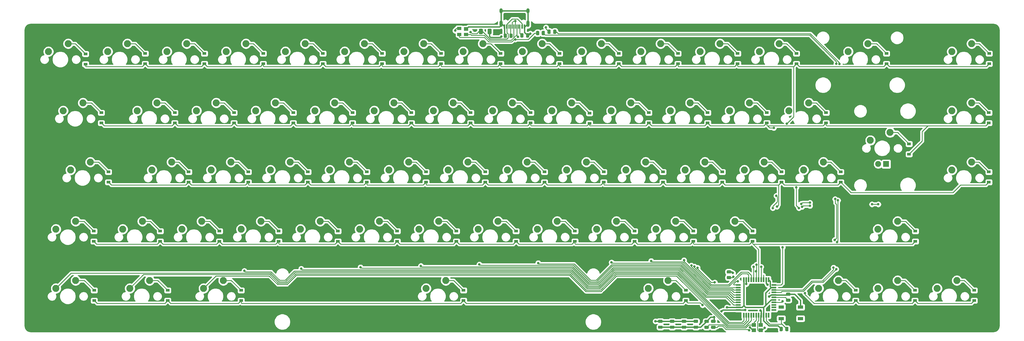
<source format=gbl>
G04 #@! TF.GenerationSoftware,KiCad,Pcbnew,(5.1.9)-1*
G04 #@! TF.CreationDate,2021-03-25T17:13:51+01:00*
G04 #@! TF.ProjectId,rabbitholev1,72616262-6974-4686-9f6c-6576312e6b69,rev?*
G04 #@! TF.SameCoordinates,Original*
G04 #@! TF.FileFunction,Copper,L2,Bot*
G04 #@! TF.FilePolarity,Positive*
%FSLAX46Y46*%
G04 Gerber Fmt 4.6, Leading zero omitted, Abs format (unit mm)*
G04 Created by KiCad (PCBNEW (5.1.9)-1) date 2021-03-25 17:13:51*
%MOMM*%
%LPD*%
G01*
G04 APERTURE LIST*
G04 #@! TA.AperFunction,ComponentPad*
%ADD10C,2.250000*%
G04 #@! TD*
G04 #@! TA.AperFunction,ComponentPad*
%ADD11R,1.905000X1.905000*%
G04 #@! TD*
G04 #@! TA.AperFunction,ComponentPad*
%ADD12C,1.905000*%
G04 #@! TD*
G04 #@! TA.AperFunction,SMDPad,CuDef*
%ADD13R,1.400000X1.200000*%
G04 #@! TD*
G04 #@! TA.AperFunction,SMDPad,CuDef*
%ADD14R,0.600000X1.450000*%
G04 #@! TD*
G04 #@! TA.AperFunction,SMDPad,CuDef*
%ADD15R,0.300000X1.450000*%
G04 #@! TD*
G04 #@! TA.AperFunction,ComponentPad*
%ADD16O,1.000000X2.100000*%
G04 #@! TD*
G04 #@! TA.AperFunction,ComponentPad*
%ADD17O,1.000000X1.600000*%
G04 #@! TD*
G04 #@! TA.AperFunction,SMDPad,CuDef*
%ADD18R,0.550000X1.500000*%
G04 #@! TD*
G04 #@! TA.AperFunction,SMDPad,CuDef*
%ADD19R,1.500000X0.550000*%
G04 #@! TD*
G04 #@! TA.AperFunction,SMDPad,CuDef*
%ADD20R,1.800000X1.100000*%
G04 #@! TD*
G04 #@! TA.AperFunction,SMDPad,CuDef*
%ADD21R,1.400000X1.000000*%
G04 #@! TD*
G04 #@! TA.AperFunction,SMDPad,CuDef*
%ADD22R,1.200000X0.900000*%
G04 #@! TD*
G04 #@! TA.AperFunction,ViaPad*
%ADD23C,0.800000*%
G04 #@! TD*
G04 #@! TA.AperFunction,Conductor*
%ADD24C,0.254000*%
G04 #@! TD*
G04 #@! TA.AperFunction,Conductor*
%ADD25C,0.381000*%
G04 #@! TD*
G04 #@! TA.AperFunction,Conductor*
%ADD26C,0.250000*%
G04 #@! TD*
G04 #@! TA.AperFunction,NonConductor*
%ADD27C,0.254000*%
G04 #@! TD*
G04 #@! TA.AperFunction,NonConductor*
%ADD28C,0.100000*%
G04 #@! TD*
G04 APERTURE END LIST*
D10*
G04 #@! TO.P,MX17,2*
G04 #@! TO.N,Net-(D17-Pad2)*
X40640000Y-150495000D03*
G04 #@! TO.P,MX17,1*
G04 #@! TO.N,col1*
X34290000Y-153035000D03*
G04 #@! TD*
G04 #@! TO.P,MX18,2*
G04 #@! TO.N,Net-(D18-Pad2)*
X59690000Y-150495000D03*
G04 #@! TO.P,MX18,1*
G04 #@! TO.N,col2*
X53340000Y-153035000D03*
G04 #@! TD*
G04 #@! TO.P,MX16,2*
G04 #@! TO.N,Net-(D16-Pad2)*
X16811769Y-150495000D03*
G04 #@! TO.P,MX16,1*
G04 #@! TO.N,col0*
X10461769Y-153035000D03*
G04 #@! TD*
G04 #@! TO.P,MX66,2*
G04 #@! TO.N,Net-(D66-Pad2)*
X297815000Y-207645000D03*
G04 #@! TO.P,MX66,1*
G04 #@! TO.N,col12*
X291465000Y-210185000D03*
G04 #@! TD*
G04 #@! TO.P,MX65,2*
G04 #@! TO.N,Net-(D65-Pad2)*
X278765000Y-207645000D03*
G04 #@! TO.P,MX65,1*
G04 #@! TO.N,col12*
X272415000Y-210185000D03*
G04 #@! TD*
G04 #@! TO.P,MX64,2*
G04 #@! TO.N,Net-(D64-Pad2)*
X259715000Y-207645000D03*
G04 #@! TO.P,MX64,1*
G04 #@! TO.N,col12*
X253365000Y-210185000D03*
G04 #@! TD*
G04 #@! TO.P,MX63,2*
G04 #@! TO.N,Net-(D63-Pad2)*
X204978000Y-207645000D03*
G04 #@! TO.P,MX63,1*
G04 #@! TO.N,col10*
X198628000Y-210185000D03*
G04 #@! TD*
G04 #@! TO.P,MX62,2*
G04 #@! TO.N,Net-(D62-Pad2)*
X133477000Y-207645000D03*
G04 #@! TO.P,MX62,1*
G04 #@! TO.N,col6*
X127127000Y-210185000D03*
G04 #@! TD*
G04 #@! TO.P,MX61,2*
G04 #@! TO.N,Net-(D61-Pad2)*
X61976000Y-207645000D03*
G04 #@! TO.P,MX61,1*
G04 #@! TO.N,col2*
X55626000Y-210185000D03*
G04 #@! TD*
G04 #@! TO.P,MX60,2*
G04 #@! TO.N,Net-(D60-Pad2)*
X38227000Y-207645000D03*
G04 #@! TO.P,MX60,1*
G04 #@! TO.N,col1*
X31877000Y-210185000D03*
G04 #@! TD*
G04 #@! TO.P,MX59,2*
G04 #@! TO.N,Net-(D59-Pad2)*
X14478000Y-207645000D03*
G04 #@! TO.P,MX59,1*
G04 #@! TO.N,col0*
X8128000Y-210185000D03*
G04 #@! TD*
G04 #@! TO.P,MX58,2*
G04 #@! TO.N,Net-(D58-Pad2)*
X278765000Y-188595000D03*
G04 #@! TO.P,MX58,1*
G04 #@! TO.N,col13*
X272415000Y-191135000D03*
G04 #@! TD*
G04 #@! TO.P,MX57,2*
G04 #@! TO.N,Net-(D57-Pad2)*
X226441000Y-188595000D03*
G04 #@! TO.P,MX57,1*
G04 #@! TO.N,col11*
X220091000Y-191135000D03*
G04 #@! TD*
G04 #@! TO.P,MX56,2*
G04 #@! TO.N,Net-(D56-Pad2)*
X207391000Y-188595000D03*
G04 #@! TO.P,MX56,1*
G04 #@! TO.N,col10*
X201041000Y-191135000D03*
G04 #@! TD*
G04 #@! TO.P,MX55,2*
G04 #@! TO.N,Net-(D55-Pad2)*
X188341000Y-188595000D03*
G04 #@! TO.P,MX55,1*
G04 #@! TO.N,col9*
X181991000Y-191135000D03*
G04 #@! TD*
G04 #@! TO.P,MX54,2*
G04 #@! TO.N,Net-(D54-Pad2)*
X169291000Y-188595000D03*
G04 #@! TO.P,MX54,1*
G04 #@! TO.N,col8*
X162941000Y-191135000D03*
G04 #@! TD*
G04 #@! TO.P,MX53,2*
G04 #@! TO.N,Net-(D53-Pad2)*
X150241000Y-188595000D03*
G04 #@! TO.P,MX53,1*
G04 #@! TO.N,col7*
X143891000Y-191135000D03*
G04 #@! TD*
G04 #@! TO.P,MX52,2*
G04 #@! TO.N,Net-(D52-Pad2)*
X131191000Y-188595000D03*
G04 #@! TO.P,MX52,1*
G04 #@! TO.N,col6*
X124841000Y-191135000D03*
G04 #@! TD*
G04 #@! TO.P,MX51,2*
G04 #@! TO.N,Net-(D51-Pad2)*
X112141000Y-188595000D03*
G04 #@! TO.P,MX51,1*
G04 #@! TO.N,col5*
X105791000Y-191135000D03*
G04 #@! TD*
G04 #@! TO.P,MX50,2*
G04 #@! TO.N,Net-(D50-Pad2)*
X93091000Y-188595000D03*
G04 #@! TO.P,MX50,1*
G04 #@! TO.N,col4*
X86741000Y-191135000D03*
G04 #@! TD*
G04 #@! TO.P,MX49,2*
G04 #@! TO.N,Net-(D49-Pad2)*
X74041000Y-188595000D03*
G04 #@! TO.P,MX49,1*
G04 #@! TO.N,col3*
X67691000Y-191135000D03*
G04 #@! TD*
G04 #@! TO.P,MX48,2*
G04 #@! TO.N,Net-(D48-Pad2)*
X54991000Y-188595000D03*
G04 #@! TO.P,MX48,1*
G04 #@! TO.N,col2*
X48641000Y-191135000D03*
G04 #@! TD*
G04 #@! TO.P,MX47,2*
G04 #@! TO.N,Net-(D47-Pad2)*
X35941000Y-188595000D03*
G04 #@! TO.P,MX47,1*
G04 #@! TO.N,col1*
X29591000Y-191135000D03*
G04 #@! TD*
G04 #@! TO.P,MX46,2*
G04 #@! TO.N,Net-(D46-Pad2)*
X14478000Y-188595000D03*
G04 #@! TO.P,MX46,1*
G04 #@! TO.N,col0*
X8128000Y-191135000D03*
G04 #@! TD*
G04 #@! TO.P,MX44,2*
G04 #@! TO.N,Net-(D44-Pad2)*
X302577500Y-169545000D03*
G04 #@! TO.P,MX44,1*
G04 #@! TO.N,col14*
X296227500Y-172085000D03*
G04 #@! TD*
G04 #@! TO.P,MX43,2*
G04 #@! TO.N,Net-(D43-Pad2)*
X254889000Y-169545000D03*
G04 #@! TO.P,MX43,1*
G04 #@! TO.N,col12*
X248539000Y-172085000D03*
G04 #@! TD*
G04 #@! TO.P,MX42,2*
G04 #@! TO.N,Net-(D42-Pad2)*
X235839000Y-169545000D03*
G04 #@! TO.P,MX42,1*
G04 #@! TO.N,col11*
X229489000Y-172085000D03*
G04 #@! TD*
G04 #@! TO.P,MX41,2*
G04 #@! TO.N,Net-(D41-Pad2)*
X216789000Y-169545000D03*
G04 #@! TO.P,MX41,1*
G04 #@! TO.N,col10*
X210439000Y-172085000D03*
G04 #@! TD*
G04 #@! TO.P,MX40,2*
G04 #@! TO.N,Net-(D40-Pad2)*
X197739000Y-169545000D03*
G04 #@! TO.P,MX40,1*
G04 #@! TO.N,col9*
X191389000Y-172085000D03*
G04 #@! TD*
G04 #@! TO.P,MX39,2*
G04 #@! TO.N,Net-(D39-Pad2)*
X178689000Y-169545000D03*
G04 #@! TO.P,MX39,1*
G04 #@! TO.N,col8*
X172339000Y-172085000D03*
G04 #@! TD*
G04 #@! TO.P,MX38,2*
G04 #@! TO.N,Net-(D38-Pad2)*
X159639000Y-169545000D03*
G04 #@! TO.P,MX38,1*
G04 #@! TO.N,col7*
X153289000Y-172085000D03*
G04 #@! TD*
G04 #@! TO.P,MX37,2*
G04 #@! TO.N,Net-(D37-Pad2)*
X140589000Y-169545000D03*
G04 #@! TO.P,MX37,1*
G04 #@! TO.N,col6*
X134239000Y-172085000D03*
G04 #@! TD*
G04 #@! TO.P,MX36,2*
G04 #@! TO.N,Net-(D36-Pad2)*
X121539000Y-169545000D03*
G04 #@! TO.P,MX36,1*
G04 #@! TO.N,col5*
X115189000Y-172085000D03*
G04 #@! TD*
G04 #@! TO.P,MX35,2*
G04 #@! TO.N,Net-(D35-Pad2)*
X102489000Y-169545000D03*
G04 #@! TO.P,MX35,1*
G04 #@! TO.N,col4*
X96139000Y-172085000D03*
G04 #@! TD*
G04 #@! TO.P,MX34,2*
G04 #@! TO.N,Net-(D34-Pad2)*
X83439000Y-169545000D03*
G04 #@! TO.P,MX34,1*
G04 #@! TO.N,col3*
X77089000Y-172085000D03*
G04 #@! TD*
G04 #@! TO.P,MX33,2*
G04 #@! TO.N,Net-(D33-Pad2)*
X64389000Y-169545000D03*
G04 #@! TO.P,MX33,1*
G04 #@! TO.N,col2*
X58039000Y-172085000D03*
G04 #@! TD*
G04 #@! TO.P,MX32,2*
G04 #@! TO.N,Net-(D32-Pad2)*
X45339000Y-169545000D03*
G04 #@! TO.P,MX32,1*
G04 #@! TO.N,col1*
X38989000Y-172085000D03*
G04 #@! TD*
G04 #@! TO.P,MX31,2*
G04 #@! TO.N,Net-(D31-Pad2)*
X19177000Y-169545000D03*
G04 #@! TO.P,MX31,1*
G04 #@! TO.N,col0*
X12827000Y-172085000D03*
G04 #@! TD*
G04 #@! TO.P,MX30,2*
G04 #@! TO.N,Net-(D30-Pad2)*
X302577500Y-150495000D03*
G04 #@! TO.P,MX30,1*
G04 #@! TO.N,col14*
X296227500Y-153035000D03*
G04 #@! TD*
G04 #@! TO.P,MX28,2*
G04 #@! TO.N,Net-(D28-Pad2)*
X250190000Y-150495000D03*
G04 #@! TO.P,MX28,1*
G04 #@! TO.N,col12*
X243840000Y-153035000D03*
G04 #@! TD*
G04 #@! TO.P,MX27,2*
G04 #@! TO.N,Net-(D27-Pad2)*
X231140000Y-150495000D03*
G04 #@! TO.P,MX27,1*
G04 #@! TO.N,col11*
X224790000Y-153035000D03*
G04 #@! TD*
G04 #@! TO.P,MX26,2*
G04 #@! TO.N,Net-(D26-Pad2)*
X212090000Y-150495000D03*
G04 #@! TO.P,MX26,1*
G04 #@! TO.N,col10*
X205740000Y-153035000D03*
G04 #@! TD*
G04 #@! TO.P,MX25,2*
G04 #@! TO.N,Net-(D25-Pad2)*
X193040000Y-150495000D03*
G04 #@! TO.P,MX25,1*
G04 #@! TO.N,col9*
X186690000Y-153035000D03*
G04 #@! TD*
G04 #@! TO.P,MX24,2*
G04 #@! TO.N,Net-(D24-Pad2)*
X173990000Y-150495000D03*
G04 #@! TO.P,MX24,1*
G04 #@! TO.N,col8*
X167640000Y-153035000D03*
G04 #@! TD*
G04 #@! TO.P,MX23,2*
G04 #@! TO.N,Net-(D23-Pad2)*
X154940000Y-150495000D03*
G04 #@! TO.P,MX23,1*
G04 #@! TO.N,col7*
X148590000Y-153035000D03*
G04 #@! TD*
G04 #@! TO.P,MX22,2*
G04 #@! TO.N,Net-(D22-Pad2)*
X135890000Y-150495000D03*
G04 #@! TO.P,MX22,1*
G04 #@! TO.N,col6*
X129540000Y-153035000D03*
G04 #@! TD*
G04 #@! TO.P,MX21,2*
G04 #@! TO.N,Net-(D21-Pad2)*
X116840000Y-150495000D03*
G04 #@! TO.P,MX21,1*
G04 #@! TO.N,col5*
X110490000Y-153035000D03*
G04 #@! TD*
G04 #@! TO.P,MX20,2*
G04 #@! TO.N,Net-(D20-Pad2)*
X97790000Y-150495000D03*
G04 #@! TO.P,MX20,1*
G04 #@! TO.N,col4*
X91440000Y-153035000D03*
G04 #@! TD*
G04 #@! TO.P,MX19,2*
G04 #@! TO.N,Net-(D19-Pad2)*
X78740000Y-150495000D03*
G04 #@! TO.P,MX19,1*
G04 #@! TO.N,col3*
X72390000Y-153035000D03*
G04 #@! TD*
G04 #@! TO.P,MX15,2*
G04 #@! TO.N,Net-(D15-Pad2)*
X302577500Y-131445000D03*
G04 #@! TO.P,MX15,1*
G04 #@! TO.N,col14*
X296227500Y-133985000D03*
G04 #@! TD*
G04 #@! TO.P,MX14,2*
G04 #@! TO.N,Net-(D14-Pad2)*
X269240000Y-131445000D03*
G04 #@! TO.P,MX14,1*
G04 #@! TO.N,col13*
X262890000Y-133985000D03*
G04 #@! TD*
G04 #@! TO.P,MX13,2*
G04 #@! TO.N,Net-(D13-Pad2)*
X240665000Y-131445000D03*
G04 #@! TO.P,MX13,1*
G04 #@! TO.N,col12*
X234315000Y-133985000D03*
G04 #@! TD*
G04 #@! TO.P,MX12,2*
G04 #@! TO.N,Net-(D12-Pad2)*
X221615000Y-131445000D03*
G04 #@! TO.P,MX12,1*
G04 #@! TO.N,col11*
X215265000Y-133985000D03*
G04 #@! TD*
G04 #@! TO.P,MX11,2*
G04 #@! TO.N,Net-(D11-Pad2)*
X202565000Y-131445000D03*
G04 #@! TO.P,MX11,1*
G04 #@! TO.N,col10*
X196215000Y-133985000D03*
G04 #@! TD*
G04 #@! TO.P,MX10,2*
G04 #@! TO.N,Net-(D10-Pad2)*
X183515000Y-131445000D03*
G04 #@! TO.P,MX10,1*
G04 #@! TO.N,col9*
X177165000Y-133985000D03*
G04 #@! TD*
G04 #@! TO.P,MX9,2*
G04 #@! TO.N,Net-(D9-Pad2)*
X164465000Y-131445000D03*
G04 #@! TO.P,MX9,1*
G04 #@! TO.N,col8*
X158115000Y-133985000D03*
G04 #@! TD*
G04 #@! TO.P,MX8,2*
G04 #@! TO.N,Net-(D8-Pad2)*
X145415000Y-131445000D03*
G04 #@! TO.P,MX8,1*
G04 #@! TO.N,col7*
X139065000Y-133985000D03*
G04 #@! TD*
G04 #@! TO.P,MX7,2*
G04 #@! TO.N,Net-(D7-Pad2)*
X126365000Y-131445000D03*
G04 #@! TO.P,MX7,1*
G04 #@! TO.N,col6*
X120015000Y-133985000D03*
G04 #@! TD*
G04 #@! TO.P,MX6,2*
G04 #@! TO.N,Net-(D6-Pad2)*
X107315000Y-131445000D03*
G04 #@! TO.P,MX6,1*
G04 #@! TO.N,col5*
X100965000Y-133985000D03*
G04 #@! TD*
G04 #@! TO.P,MX5,2*
G04 #@! TO.N,Net-(D5-Pad2)*
X88265000Y-131445000D03*
G04 #@! TO.P,MX5,1*
G04 #@! TO.N,col4*
X81915000Y-133985000D03*
G04 #@! TD*
G04 #@! TO.P,MX4,2*
G04 #@! TO.N,Net-(D4-Pad2)*
X69215000Y-131445000D03*
G04 #@! TO.P,MX4,1*
G04 #@! TO.N,col3*
X62865000Y-133985000D03*
G04 #@! TD*
G04 #@! TO.P,MX3,2*
G04 #@! TO.N,Net-(D3-Pad2)*
X50165000Y-131445000D03*
G04 #@! TO.P,MX3,1*
G04 #@! TO.N,col2*
X43815000Y-133985000D03*
G04 #@! TD*
G04 #@! TO.P,MX2,2*
G04 #@! TO.N,Net-(D2-Pad2)*
X31115000Y-131445000D03*
G04 #@! TO.P,MX2,1*
G04 #@! TO.N,col1*
X24765000Y-133985000D03*
G04 #@! TD*
G04 #@! TO.P,MX1,2*
G04 #@! TO.N,Net-(D1-Pad2)*
X12065000Y-131445000D03*
G04 #@! TO.P,MX1,1*
G04 #@! TO.N,col0*
X5715000Y-133985000D03*
G04 #@! TD*
D11*
G04 #@! TO.P,MX29,4*
G04 #@! TO.N,N/C*
X275082000Y-170180000D03*
D12*
G04 #@! TO.P,MX29,3*
X272542000Y-170180000D03*
D10*
G04 #@! TO.P,MX29,1*
G04 #@! TO.N,col13*
X270002000Y-162560000D03*
G04 #@! TO.P,MX29,2*
G04 #@! TO.N,Net-(D29-Pad2)*
X276352000Y-160020000D03*
G04 #@! TD*
D13*
G04 #@! TO.P,Y1,4*
G04 #@! TO.N,GND*
X232580000Y-223671500D03*
G04 #@! TO.P,Y1,3*
G04 #@! TO.N,XTAL2*
X234780000Y-223671500D03*
G04 #@! TO.P,Y1,2*
G04 #@! TO.N,GND*
X234780000Y-221971500D03*
G04 #@! TO.P,Y1,1*
G04 #@! TO.N,XTAL1*
X232580000Y-221971500D03*
G04 #@! TD*
D14*
G04 #@! TO.P,USB1,12*
G04 #@! TO.N,GND*
X158800000Y-125932000D03*
G04 #@! TO.P,USB1,1*
X152350000Y-125932000D03*
G04 #@! TO.P,USB1,11*
G04 #@! TO.N,VCC*
X158025000Y-125932000D03*
G04 #@! TO.P,USB1,2*
X153125000Y-125932000D03*
D15*
G04 #@! TO.P,USB1,3*
G04 #@! TO.N,Net-(USB1-Pad3)*
X153825000Y-125932000D03*
G04 #@! TO.P,USB1,10*
G04 #@! TO.N,Net-(R5-Pad2)*
X157325000Y-125932000D03*
G04 #@! TO.P,USB1,4*
G04 #@! TO.N,Net-(R6-Pad2)*
X154325000Y-125932000D03*
G04 #@! TO.P,USB1,9*
G04 #@! TO.N,Net-(USB1-Pad9)*
X156825000Y-125932000D03*
G04 #@! TO.P,USB1,5*
G04 #@! TO.N,Net-(D67-Pad3)*
X154825000Y-125932000D03*
G04 #@! TO.P,USB1,8*
G04 #@! TO.N,Net-(D67-Pad2)*
X156325000Y-125932000D03*
G04 #@! TO.P,USB1,7*
G04 #@! TO.N,Net-(D67-Pad3)*
X155825000Y-125932000D03*
G04 #@! TO.P,USB1,6*
G04 #@! TO.N,Net-(D67-Pad2)*
X155325000Y-125932000D03*
D16*
G04 #@! TO.P,USB1,13*
G04 #@! TO.N,GND*
X151255000Y-125017000D03*
X159895000Y-125017000D03*
D17*
X151255000Y-120837000D03*
X159895000Y-120837000D03*
G04 #@! TD*
D18*
G04 #@! TO.P,U1,44*
G04 #@! TO.N,+5V*
X237299000Y-207406000D03*
G04 #@! TO.P,U1,43*
G04 #@! TO.N,GND*
X236499000Y-207406000D03*
G04 #@! TO.P,U1,42*
G04 #@! TO.N,Net-(U1-Pad42)*
X235699000Y-207406000D03*
G04 #@! TO.P,U1,41*
G04 #@! TO.N,row1*
X234899000Y-207406000D03*
G04 #@! TO.P,U1,40*
G04 #@! TO.N,row3*
X234099000Y-207406000D03*
G04 #@! TO.P,U1,39*
G04 #@! TO.N,row4*
X233299000Y-207406000D03*
G04 #@! TO.P,U1,38*
G04 #@! TO.N,row2*
X232499000Y-207406000D03*
G04 #@! TO.P,U1,37*
G04 #@! TO.N,col13*
X231699000Y-207406000D03*
G04 #@! TO.P,U1,36*
G04 #@! TO.N,col12*
X230899000Y-207406000D03*
G04 #@! TO.P,U1,35*
G04 #@! TO.N,GND*
X230099000Y-207406000D03*
G04 #@! TO.P,U1,34*
G04 #@! TO.N,+5V*
X229299000Y-207406000D03*
D19*
G04 #@! TO.P,U1,33*
G04 #@! TO.N,Net-(R2-Pad1)*
X227599000Y-209106000D03*
G04 #@! TO.P,U1,32*
G04 #@! TO.N,col11*
X227599000Y-209906000D03*
G04 #@! TO.P,U1,31*
G04 #@! TO.N,col10*
X227599000Y-210706000D03*
G04 #@! TO.P,U1,30*
G04 #@! TO.N,col9*
X227599000Y-211506000D03*
G04 #@! TO.P,U1,29*
G04 #@! TO.N,col8*
X227599000Y-212306000D03*
G04 #@! TO.P,U1,28*
G04 #@! TO.N,col7*
X227599000Y-213106000D03*
G04 #@! TO.P,U1,27*
G04 #@! TO.N,col6*
X227599000Y-213906000D03*
G04 #@! TO.P,U1,26*
G04 #@! TO.N,col5*
X227599000Y-214706000D03*
G04 #@! TO.P,U1,25*
G04 #@! TO.N,col4*
X227599000Y-215506000D03*
G04 #@! TO.P,U1,24*
G04 #@! TO.N,+5V*
X227599000Y-216306000D03*
G04 #@! TO.P,U1,23*
G04 #@! TO.N,GND*
X227599000Y-217106000D03*
D18*
G04 #@! TO.P,U1,22*
G04 #@! TO.N,col3*
X229299000Y-218806000D03*
G04 #@! TO.P,U1,21*
G04 #@! TO.N,col0*
X230099000Y-218806000D03*
G04 #@! TO.P,U1,20*
G04 #@! TO.N,col1*
X230899000Y-218806000D03*
G04 #@! TO.P,U1,19*
G04 #@! TO.N,col2*
X231699000Y-218806000D03*
G04 #@! TO.P,U1,18*
G04 #@! TO.N,Net-(U1-Pad18)*
X232499000Y-218806000D03*
G04 #@! TO.P,U1,17*
G04 #@! TO.N,XTAL1*
X233299000Y-218806000D03*
G04 #@! TO.P,U1,16*
G04 #@! TO.N,XTAL2*
X234099000Y-218806000D03*
G04 #@! TO.P,U1,15*
G04 #@! TO.N,GND*
X234899000Y-218806000D03*
G04 #@! TO.P,U1,14*
G04 #@! TO.N,+5V*
X235699000Y-218806000D03*
G04 #@! TO.P,U1,13*
G04 #@! TO.N,Net-(R1-Pad1)*
X236499000Y-218806000D03*
G04 #@! TO.P,U1,12*
G04 #@! TO.N,Net-(U1-Pad12)*
X237299000Y-218806000D03*
D19*
G04 #@! TO.P,U1,11*
G04 #@! TO.N,Net-(U1-Pad11)*
X238999000Y-217106000D03*
G04 #@! TO.P,U1,10*
G04 #@! TO.N,Net-(U1-Pad10)*
X238999000Y-216306000D03*
G04 #@! TO.P,U1,9*
G04 #@! TO.N,Net-(U1-Pad9)*
X238999000Y-215506000D03*
G04 #@! TO.P,U1,8*
G04 #@! TO.N,col14*
X238999000Y-214706000D03*
G04 #@! TO.P,U1,7*
G04 #@! TO.N,+5V*
X238999000Y-213906000D03*
G04 #@! TO.P,U1,6*
G04 #@! TO.N,Net-(C1-Pad1)*
X238999000Y-213106000D03*
G04 #@! TO.P,U1,5*
G04 #@! TO.N,GND*
X238999000Y-212306000D03*
G04 #@! TO.P,U1,4*
G04 #@! TO.N,D+*
X238999000Y-211506000D03*
G04 #@! TO.P,U1,3*
G04 #@! TO.N,D-*
X238999000Y-210706000D03*
G04 #@! TO.P,U1,2*
G04 #@! TO.N,+5V*
X238999000Y-209906000D03*
G04 #@! TO.P,U1,1*
G04 #@! TO.N,row0*
X238999000Y-209106000D03*
G04 #@! TD*
D20*
G04 #@! TO.P,SW1,4*
G04 #@! TO.N,N/C*
X241329280Y-216214080D03*
G04 #@! TO.P,SW1,3*
X247529280Y-219914080D03*
G04 #@! TO.P,SW1,2*
G04 #@! TO.N,Net-(R1-Pad1)*
X241329280Y-219914080D03*
G04 #@! TO.P,SW1,1*
G04 #@! TO.N,GND*
X247529280Y-216214080D03*
G04 #@! TD*
G04 #@! TO.P,R6,2*
G04 #@! TO.N,Net-(R6-Pad2)*
G04 #@! TA.AperFunction,SMDPad,CuDef*
G36*
G01*
X153943000Y-129355002D02*
X153943000Y-128454998D01*
G75*
G02*
X154192998Y-128205000I249998J0D01*
G01*
X154718002Y-128205000D01*
G75*
G02*
X154968000Y-128454998I0J-249998D01*
G01*
X154968000Y-129355002D01*
G75*
G02*
X154718002Y-129605000I-249998J0D01*
G01*
X154192998Y-129605000D01*
G75*
G02*
X153943000Y-129355002I0J249998D01*
G01*
G37*
G04 #@! TD.AperFunction*
G04 #@! TO.P,R6,1*
G04 #@! TO.N,GND*
G04 #@! TA.AperFunction,SMDPad,CuDef*
G36*
G01*
X152118000Y-129355002D02*
X152118000Y-128454998D01*
G75*
G02*
X152367998Y-128205000I249998J0D01*
G01*
X152893002Y-128205000D01*
G75*
G02*
X153143000Y-128454998I0J-249998D01*
G01*
X153143000Y-129355002D01*
G75*
G02*
X152893002Y-129605000I-249998J0D01*
G01*
X152367998Y-129605000D01*
G75*
G02*
X152118000Y-129355002I0J249998D01*
G01*
G37*
G04 #@! TD.AperFunction*
G04 #@! TD*
G04 #@! TO.P,R5,2*
G04 #@! TO.N,Net-(R5-Pad2)*
G04 #@! TA.AperFunction,SMDPad,CuDef*
G36*
G01*
X158477000Y-128327998D02*
X158477000Y-129228002D01*
G75*
G02*
X158227002Y-129478000I-249998J0D01*
G01*
X157701998Y-129478000D01*
G75*
G02*
X157452000Y-129228002I0J249998D01*
G01*
X157452000Y-128327998D01*
G75*
G02*
X157701998Y-128078000I249998J0D01*
G01*
X158227002Y-128078000D01*
G75*
G02*
X158477000Y-128327998I0J-249998D01*
G01*
G37*
G04 #@! TD.AperFunction*
G04 #@! TO.P,R5,1*
G04 #@! TO.N,GND*
G04 #@! TA.AperFunction,SMDPad,CuDef*
G36*
G01*
X160302000Y-128327998D02*
X160302000Y-129228002D01*
G75*
G02*
X160052002Y-129478000I-249998J0D01*
G01*
X159526998Y-129478000D01*
G75*
G02*
X159277000Y-129228002I0J249998D01*
G01*
X159277000Y-128327998D01*
G75*
G02*
X159526998Y-128078000I249998J0D01*
G01*
X160052002Y-128078000D01*
G75*
G02*
X160302000Y-128327998I0J-249998D01*
G01*
G37*
G04 #@! TD.AperFunction*
G04 #@! TD*
G04 #@! TO.P,R4,2*
G04 #@! TO.N,D+*
G04 #@! TA.AperFunction,SMDPad,CuDef*
G36*
G01*
X168026660Y-128074842D02*
X168026660Y-127174838D01*
G75*
G02*
X168276658Y-126924840I249998J0D01*
G01*
X168801662Y-126924840D01*
G75*
G02*
X169051660Y-127174838I0J-249998D01*
G01*
X169051660Y-128074842D01*
G75*
G02*
X168801662Y-128324840I-249998J0D01*
G01*
X168276658Y-128324840D01*
G75*
G02*
X168026660Y-128074842I0J249998D01*
G01*
G37*
G04 #@! TD.AperFunction*
G04 #@! TO.P,R4,1*
G04 #@! TO.N,Net-(D67-Pad2)*
G04 #@! TA.AperFunction,SMDPad,CuDef*
G36*
G01*
X166201660Y-128074842D02*
X166201660Y-127174838D01*
G75*
G02*
X166451658Y-126924840I249998J0D01*
G01*
X166976662Y-126924840D01*
G75*
G02*
X167226660Y-127174838I0J-249998D01*
G01*
X167226660Y-128074842D01*
G75*
G02*
X166976662Y-128324840I-249998J0D01*
G01*
X166451658Y-128324840D01*
G75*
G02*
X166201660Y-128074842I0J249998D01*
G01*
G37*
G04 #@! TD.AperFunction*
G04 #@! TD*
G04 #@! TO.P,R3,2*
G04 #@! TO.N,D-*
G04 #@! TA.AperFunction,SMDPad,CuDef*
G36*
G01*
X164338580Y-128491402D02*
X164338580Y-127591398D01*
G75*
G02*
X164588578Y-127341400I249998J0D01*
G01*
X165113582Y-127341400D01*
G75*
G02*
X165363580Y-127591398I0J-249998D01*
G01*
X165363580Y-128491402D01*
G75*
G02*
X165113582Y-128741400I-249998J0D01*
G01*
X164588578Y-128741400D01*
G75*
G02*
X164338580Y-128491402I0J249998D01*
G01*
G37*
G04 #@! TD.AperFunction*
G04 #@! TO.P,R3,1*
G04 #@! TO.N,Net-(D67-Pad3)*
G04 #@! TA.AperFunction,SMDPad,CuDef*
G36*
G01*
X162513580Y-128491402D02*
X162513580Y-127591398D01*
G75*
G02*
X162763578Y-127341400I249998J0D01*
G01*
X163288582Y-127341400D01*
G75*
G02*
X163538580Y-127591398I0J-249998D01*
G01*
X163538580Y-128491402D01*
G75*
G02*
X163288582Y-128741400I-249998J0D01*
G01*
X162763578Y-128741400D01*
G75*
G02*
X162513580Y-128491402I0J249998D01*
G01*
G37*
G04 #@! TD.AperFunction*
G04 #@! TD*
G04 #@! TO.P,R2,2*
G04 #@! TO.N,GND*
G04 #@! TA.AperFunction,SMDPad,CuDef*
G36*
G01*
X224986002Y-205403500D02*
X224085998Y-205403500D01*
G75*
G02*
X223836000Y-205153502I0J249998D01*
G01*
X223836000Y-204628498D01*
G75*
G02*
X224085998Y-204378500I249998J0D01*
G01*
X224986002Y-204378500D01*
G75*
G02*
X225236000Y-204628498I0J-249998D01*
G01*
X225236000Y-205153502D01*
G75*
G02*
X224986002Y-205403500I-249998J0D01*
G01*
G37*
G04 #@! TD.AperFunction*
G04 #@! TO.P,R2,1*
G04 #@! TO.N,Net-(R2-Pad1)*
G04 #@! TA.AperFunction,SMDPad,CuDef*
G36*
G01*
X224986002Y-207228500D02*
X224085998Y-207228500D01*
G75*
G02*
X223836000Y-206978502I0J249998D01*
G01*
X223836000Y-206453498D01*
G75*
G02*
X224085998Y-206203500I249998J0D01*
G01*
X224986002Y-206203500D01*
G75*
G02*
X225236000Y-206453498I0J-249998D01*
G01*
X225236000Y-206978502D01*
G75*
G02*
X224986002Y-207228500I-249998J0D01*
G01*
G37*
G04 #@! TD.AperFunction*
G04 #@! TD*
G04 #@! TO.P,R1,2*
G04 #@! TO.N,+5V*
G04 #@! TA.AperFunction,SMDPad,CuDef*
G36*
G01*
X241852500Y-222815998D02*
X241852500Y-223716002D01*
G75*
G02*
X241602502Y-223966000I-249998J0D01*
G01*
X241077498Y-223966000D01*
G75*
G02*
X240827500Y-223716002I0J249998D01*
G01*
X240827500Y-222815998D01*
G75*
G02*
X241077498Y-222566000I249998J0D01*
G01*
X241602502Y-222566000D01*
G75*
G02*
X241852500Y-222815998I0J-249998D01*
G01*
G37*
G04 #@! TD.AperFunction*
G04 #@! TO.P,R1,1*
G04 #@! TO.N,Net-(R1-Pad1)*
G04 #@! TA.AperFunction,SMDPad,CuDef*
G36*
G01*
X243677500Y-222815998D02*
X243677500Y-223716002D01*
G75*
G02*
X243427502Y-223966000I-249998J0D01*
G01*
X242902498Y-223966000D01*
G75*
G02*
X242652500Y-223716002I0J249998D01*
G01*
X242652500Y-222815998D01*
G75*
G02*
X242902498Y-222566000I249998J0D01*
G01*
X243427502Y-222566000D01*
G75*
G02*
X243677500Y-222815998I0J-249998D01*
G01*
G37*
G04 #@! TD.AperFunction*
G04 #@! TD*
D21*
G04 #@! TO.P,D67,4*
G04 #@! TO.N,VCC*
X137838000Y-126558000D03*
G04 #@! TO.P,D67,3*
G04 #@! TO.N,Net-(D67-Pad3)*
X137838000Y-128458000D03*
G04 #@! TO.P,D67,2*
G04 #@! TO.N,Net-(D67-Pad2)*
X140038000Y-128458000D03*
D13*
G04 #@! TO.P,D67,1*
G04 #@! TO.N,GND*
X140038000Y-126738000D03*
G04 #@! TD*
D22*
G04 #@! TO.P,D66,2*
G04 #@! TO.N,Net-(D66-Pad2)*
X303403000Y-210821000D03*
G04 #@! TO.P,D66,1*
G04 #@! TO.N,row4*
X303403000Y-214121000D03*
G04 #@! TD*
G04 #@! TO.P,D65,2*
G04 #@! TO.N,Net-(D65-Pad2)*
X284353000Y-210821000D03*
G04 #@! TO.P,D65,1*
G04 #@! TO.N,row4*
X284353000Y-214121000D03*
G04 #@! TD*
G04 #@! TO.P,D64,2*
G04 #@! TO.N,Net-(D64-Pad2)*
X265303000Y-210821000D03*
G04 #@! TO.P,D64,1*
G04 #@! TO.N,row4*
X265303000Y-214121000D03*
G04 #@! TD*
G04 #@! TO.P,D63,2*
G04 #@! TO.N,Net-(D63-Pad2)*
X210693000Y-210821000D03*
G04 #@! TO.P,D63,1*
G04 #@! TO.N,row4*
X210693000Y-214121000D03*
G04 #@! TD*
G04 #@! TO.P,D62,2*
G04 #@! TO.N,Net-(D62-Pad2)*
X139192000Y-210821000D03*
G04 #@! TO.P,D62,1*
G04 #@! TO.N,row4*
X139192000Y-214121000D03*
G04 #@! TD*
G04 #@! TO.P,D61,2*
G04 #@! TO.N,Net-(D61-Pad2)*
X67691000Y-210822000D03*
G04 #@! TO.P,D61,1*
G04 #@! TO.N,row4*
X67691000Y-214122000D03*
G04 #@! TD*
G04 #@! TO.P,D60,2*
G04 #@! TO.N,Net-(D60-Pad2)*
X44069000Y-210821000D03*
G04 #@! TO.P,D60,1*
G04 #@! TO.N,row4*
X44069000Y-214121000D03*
G04 #@! TD*
G04 #@! TO.P,D59,2*
G04 #@! TO.N,Net-(D59-Pad2)*
X20447000Y-210821000D03*
G04 #@! TO.P,D59,1*
G04 #@! TO.N,row4*
X20447000Y-214121000D03*
G04 #@! TD*
G04 #@! TO.P,D58,2*
G04 #@! TO.N,Net-(D58-Pad2)*
X284480000Y-191771000D03*
G04 #@! TO.P,D58,1*
G04 #@! TO.N,row3*
X284480000Y-195071000D03*
G04 #@! TD*
G04 #@! TO.P,D57,2*
G04 #@! TO.N,Net-(D57-Pad2)*
X232156000Y-191771000D03*
G04 #@! TO.P,D57,1*
G04 #@! TO.N,row3*
X232156000Y-195071000D03*
G04 #@! TD*
G04 #@! TO.P,D56,2*
G04 #@! TO.N,Net-(D56-Pad2)*
X213106000Y-191771000D03*
G04 #@! TO.P,D56,1*
G04 #@! TO.N,row3*
X213106000Y-195071000D03*
G04 #@! TD*
G04 #@! TO.P,D55,2*
G04 #@! TO.N,Net-(D55-Pad2)*
X194183000Y-191771000D03*
G04 #@! TO.P,D55,1*
G04 #@! TO.N,row3*
X194183000Y-195071000D03*
G04 #@! TD*
G04 #@! TO.P,D54,2*
G04 #@! TO.N,Net-(D54-Pad2)*
X175006000Y-191771000D03*
G04 #@! TO.P,D54,1*
G04 #@! TO.N,row3*
X175006000Y-195071000D03*
G04 #@! TD*
G04 #@! TO.P,D53,2*
G04 #@! TO.N,Net-(D53-Pad2)*
X156083000Y-191771000D03*
G04 #@! TO.P,D53,1*
G04 #@! TO.N,row3*
X156083000Y-195071000D03*
G04 #@! TD*
G04 #@! TO.P,D52,2*
G04 #@! TO.N,Net-(D52-Pad2)*
X136906000Y-191771000D03*
G04 #@! TO.P,D52,1*
G04 #@! TO.N,row3*
X136906000Y-195071000D03*
G04 #@! TD*
G04 #@! TO.P,D51,2*
G04 #@! TO.N,Net-(D51-Pad2)*
X117856000Y-191771000D03*
G04 #@! TO.P,D51,1*
G04 #@! TO.N,row3*
X117856000Y-195071000D03*
G04 #@! TD*
G04 #@! TO.P,D50,2*
G04 #@! TO.N,Net-(D50-Pad2)*
X98806000Y-191771000D03*
G04 #@! TO.P,D50,1*
G04 #@! TO.N,row3*
X98806000Y-195071000D03*
G04 #@! TD*
G04 #@! TO.P,D49,2*
G04 #@! TO.N,Net-(D49-Pad2)*
X79756000Y-191771000D03*
G04 #@! TO.P,D49,1*
G04 #@! TO.N,row3*
X79756000Y-195071000D03*
G04 #@! TD*
G04 #@! TO.P,D48,2*
G04 #@! TO.N,Net-(D48-Pad2)*
X60706000Y-191771000D03*
G04 #@! TO.P,D48,1*
G04 #@! TO.N,row3*
X60706000Y-195071000D03*
G04 #@! TD*
G04 #@! TO.P,D47,2*
G04 #@! TO.N,Net-(D47-Pad2)*
X41656000Y-191771000D03*
G04 #@! TO.P,D47,1*
G04 #@! TO.N,row3*
X41656000Y-195071000D03*
G04 #@! TD*
G04 #@! TO.P,D46,2*
G04 #@! TO.N,Net-(D46-Pad2)*
X20320000Y-191771000D03*
G04 #@! TO.P,D46,1*
G04 #@! TO.N,row3*
X20320000Y-195071000D03*
G04 #@! TD*
G04 #@! TO.P,D44,2*
G04 #@! TO.N,Net-(D44-Pad2)*
X308102000Y-172721000D03*
G04 #@! TO.P,D44,1*
G04 #@! TO.N,row2*
X308102000Y-176021000D03*
G04 #@! TD*
G04 #@! TO.P,D43,2*
G04 #@! TO.N,Net-(D43-Pad2)*
X260477000Y-172721000D03*
G04 #@! TO.P,D43,1*
G04 #@! TO.N,row2*
X260477000Y-176021000D03*
G04 #@! TD*
G04 #@! TO.P,D42,2*
G04 #@! TO.N,Net-(D42-Pad2)*
X241427000Y-172721000D03*
G04 #@! TO.P,D42,1*
G04 #@! TO.N,row2*
X241427000Y-176021000D03*
G04 #@! TD*
G04 #@! TO.P,D41,2*
G04 #@! TO.N,Net-(D41-Pad2)*
X222377000Y-172721000D03*
G04 #@! TO.P,D41,1*
G04 #@! TO.N,row2*
X222377000Y-176021000D03*
G04 #@! TD*
G04 #@! TO.P,D40,2*
G04 #@! TO.N,Net-(D40-Pad2)*
X203327000Y-172721000D03*
G04 #@! TO.P,D40,1*
G04 #@! TO.N,row2*
X203327000Y-176021000D03*
G04 #@! TD*
G04 #@! TO.P,D39,2*
G04 #@! TO.N,Net-(D39-Pad2)*
X184277000Y-172721000D03*
G04 #@! TO.P,D39,1*
G04 #@! TO.N,row2*
X184277000Y-176021000D03*
G04 #@! TD*
G04 #@! TO.P,D38,2*
G04 #@! TO.N,Net-(D38-Pad2)*
X165227000Y-172721000D03*
G04 #@! TO.P,D38,1*
G04 #@! TO.N,row2*
X165227000Y-176021000D03*
G04 #@! TD*
G04 #@! TO.P,D37,2*
G04 #@! TO.N,Net-(D37-Pad2)*
X146177000Y-172721000D03*
G04 #@! TO.P,D37,1*
G04 #@! TO.N,row2*
X146177000Y-176021000D03*
G04 #@! TD*
G04 #@! TO.P,D36,2*
G04 #@! TO.N,Net-(D36-Pad2)*
X127127000Y-172721000D03*
G04 #@! TO.P,D36,1*
G04 #@! TO.N,row2*
X127127000Y-176021000D03*
G04 #@! TD*
G04 #@! TO.P,D35,2*
G04 #@! TO.N,Net-(D35-Pad2)*
X108077000Y-172721000D03*
G04 #@! TO.P,D35,1*
G04 #@! TO.N,row2*
X108077000Y-176021000D03*
G04 #@! TD*
G04 #@! TO.P,D34,2*
G04 #@! TO.N,Net-(D34-Pad2)*
X89154000Y-172721000D03*
G04 #@! TO.P,D34,1*
G04 #@! TO.N,row2*
X89154000Y-176021000D03*
G04 #@! TD*
G04 #@! TO.P,D33,2*
G04 #@! TO.N,Net-(D33-Pad2)*
X69977000Y-172721000D03*
G04 #@! TO.P,D33,1*
G04 #@! TO.N,row2*
X69977000Y-176021000D03*
G04 #@! TD*
G04 #@! TO.P,D32,2*
G04 #@! TO.N,Net-(D32-Pad2)*
X50800000Y-172721000D03*
G04 #@! TO.P,D32,1*
G04 #@! TO.N,row2*
X50800000Y-176021000D03*
G04 #@! TD*
G04 #@! TO.P,D31,2*
G04 #@! TO.N,Net-(D31-Pad2)*
X25019000Y-172721000D03*
G04 #@! TO.P,D31,1*
G04 #@! TO.N,row2*
X25019000Y-176021000D03*
G04 #@! TD*
G04 #@! TO.P,D30,2*
G04 #@! TO.N,Net-(D30-Pad2)*
X308102000Y-153671000D03*
G04 #@! TO.P,D30,1*
G04 #@! TO.N,row1*
X308102000Y-156971000D03*
G04 #@! TD*
G04 #@! TO.P,D29,2*
G04 #@! TO.N,Net-(D29-Pad2)*
X282448000Y-163704000D03*
G04 #@! TO.P,D29,1*
G04 #@! TO.N,row1*
X282448000Y-167004000D03*
G04 #@! TD*
G04 #@! TO.P,D28,2*
G04 #@! TO.N,Net-(D28-Pad2)*
X255778000Y-153671000D03*
G04 #@! TO.P,D28,1*
G04 #@! TO.N,row1*
X255778000Y-156971000D03*
G04 #@! TD*
G04 #@! TO.P,D27,2*
G04 #@! TO.N,Net-(D27-Pad2)*
X236728000Y-153671000D03*
G04 #@! TO.P,D27,1*
G04 #@! TO.N,row1*
X236728000Y-156971000D03*
G04 #@! TD*
G04 #@! TO.P,D26,2*
G04 #@! TO.N,Net-(D26-Pad2)*
X217678000Y-153671000D03*
G04 #@! TO.P,D26,1*
G04 #@! TO.N,row1*
X217678000Y-156971000D03*
G04 #@! TD*
G04 #@! TO.P,D25,2*
G04 #@! TO.N,Net-(D25-Pad2)*
X198755000Y-153671000D03*
G04 #@! TO.P,D25,1*
G04 #@! TO.N,row1*
X198755000Y-156971000D03*
G04 #@! TD*
G04 #@! TO.P,D24,2*
G04 #@! TO.N,Net-(D24-Pad2)*
X179705000Y-153798000D03*
G04 #@! TO.P,D24,1*
G04 #@! TO.N,row1*
X179705000Y-157098000D03*
G04 #@! TD*
G04 #@! TO.P,D23,2*
G04 #@! TO.N,Net-(D23-Pad2)*
X160782000Y-153671000D03*
G04 #@! TO.P,D23,1*
G04 #@! TO.N,row1*
X160782000Y-156971000D03*
G04 #@! TD*
G04 #@! TO.P,D22,2*
G04 #@! TO.N,Net-(D22-Pad2)*
X141478000Y-153671000D03*
G04 #@! TO.P,D22,1*
G04 #@! TO.N,row1*
X141478000Y-156971000D03*
G04 #@! TD*
G04 #@! TO.P,D21,2*
G04 #@! TO.N,Net-(D21-Pad2)*
X122428000Y-153671000D03*
G04 #@! TO.P,D21,1*
G04 #@! TO.N,row1*
X122428000Y-156971000D03*
G04 #@! TD*
G04 #@! TO.P,D20,2*
G04 #@! TO.N,Net-(D20-Pad2)*
X103505000Y-153671000D03*
G04 #@! TO.P,D20,1*
G04 #@! TO.N,row1*
X103505000Y-156971000D03*
G04 #@! TD*
G04 #@! TO.P,D19,2*
G04 #@! TO.N,Net-(D19-Pad2)*
X84455000Y-153671000D03*
G04 #@! TO.P,D19,1*
G04 #@! TO.N,row1*
X84455000Y-156971000D03*
G04 #@! TD*
G04 #@! TO.P,D18,2*
G04 #@! TO.N,Net-(D18-Pad2)*
X65405000Y-153671000D03*
G04 #@! TO.P,D18,1*
G04 #@! TO.N,row1*
X65405000Y-156971000D03*
G04 #@! TD*
G04 #@! TO.P,D17,2*
G04 #@! TO.N,Net-(D17-Pad2)*
X46355000Y-153671000D03*
G04 #@! TO.P,D17,1*
G04 #@! TO.N,row1*
X46355000Y-156971000D03*
G04 #@! TD*
G04 #@! TO.P,D16,2*
G04 #@! TO.N,Net-(D16-Pad2)*
X22733000Y-153671000D03*
G04 #@! TO.P,D16,1*
G04 #@! TO.N,row1*
X22733000Y-156971000D03*
G04 #@! TD*
G04 #@! TO.P,D15,2*
G04 #@! TO.N,Net-(D15-Pad2)*
X308229000Y-134621000D03*
G04 #@! TO.P,D15,1*
G04 #@! TO.N,row0*
X308229000Y-137921000D03*
G04 #@! TD*
G04 #@! TO.P,D14,2*
G04 #@! TO.N,Net-(D14-Pad2)*
X275209000Y-134621000D03*
G04 #@! TO.P,D14,1*
G04 #@! TO.N,row0*
X275209000Y-137921000D03*
G04 #@! TD*
G04 #@! TO.P,D13,2*
G04 #@! TO.N,Net-(D13-Pad2)*
X246253000Y-134621000D03*
G04 #@! TO.P,D13,1*
G04 #@! TO.N,row0*
X246253000Y-137921000D03*
G04 #@! TD*
G04 #@! TO.P,D12,2*
G04 #@! TO.N,Net-(D12-Pad2)*
X227330000Y-134621000D03*
G04 #@! TO.P,D12,1*
G04 #@! TO.N,row0*
X227330000Y-137921000D03*
G04 #@! TD*
G04 #@! TO.P,D11,2*
G04 #@! TO.N,Net-(D11-Pad2)*
X208153000Y-134621000D03*
G04 #@! TO.P,D11,1*
G04 #@! TO.N,row0*
X208153000Y-137921000D03*
G04 #@! TD*
G04 #@! TO.P,D10,2*
G04 #@! TO.N,Net-(D10-Pad2)*
X189103000Y-134621000D03*
G04 #@! TO.P,D10,1*
G04 #@! TO.N,row0*
X189103000Y-137921000D03*
G04 #@! TD*
G04 #@! TO.P,D9,2*
G04 #@! TO.N,Net-(D9-Pad2)*
X170053000Y-134621000D03*
G04 #@! TO.P,D9,1*
G04 #@! TO.N,row0*
X170053000Y-137921000D03*
G04 #@! TD*
G04 #@! TO.P,D8,2*
G04 #@! TO.N,Net-(D8-Pad2)*
X151130000Y-134621000D03*
G04 #@! TO.P,D8,1*
G04 #@! TO.N,row0*
X151130000Y-137921000D03*
G04 #@! TD*
G04 #@! TO.P,D7,2*
G04 #@! TO.N,Net-(D7-Pad2)*
X131953000Y-134621000D03*
G04 #@! TO.P,D7,1*
G04 #@! TO.N,row0*
X131953000Y-137921000D03*
G04 #@! TD*
G04 #@! TO.P,D6,2*
G04 #@! TO.N,Net-(D6-Pad2)*
X113030000Y-134621000D03*
G04 #@! TO.P,D6,1*
G04 #@! TO.N,row0*
X113030000Y-137921000D03*
G04 #@! TD*
G04 #@! TO.P,D5,2*
G04 #@! TO.N,Net-(D5-Pad2)*
X93980000Y-134621000D03*
G04 #@! TO.P,D5,1*
G04 #@! TO.N,row0*
X93980000Y-137921000D03*
G04 #@! TD*
G04 #@! TO.P,D4,2*
G04 #@! TO.N,Net-(D4-Pad2)*
X74803000Y-134621000D03*
G04 #@! TO.P,D4,1*
G04 #@! TO.N,row0*
X74803000Y-137921000D03*
G04 #@! TD*
G04 #@! TO.P,D3,2*
G04 #@! TO.N,Net-(D3-Pad2)*
X55880000Y-134621000D03*
G04 #@! TO.P,D3,1*
G04 #@! TO.N,row0*
X55880000Y-137921000D03*
G04 #@! TD*
G04 #@! TO.P,D2,2*
G04 #@! TO.N,Net-(D2-Pad2)*
X36830000Y-134621000D03*
G04 #@! TO.P,D2,1*
G04 #@! TO.N,row0*
X36830000Y-137921000D03*
G04 #@! TD*
G04 #@! TO.P,D1,2*
G04 #@! TO.N,Net-(D1-Pad2)*
X17653000Y-134748000D03*
G04 #@! TO.P,D1,1*
G04 #@! TO.N,row0*
X17653000Y-138048000D03*
G04 #@! TD*
G04 #@! TO.P,C7,2*
G04 #@! TO.N,GND*
G04 #@! TA.AperFunction,SMDPad,CuDef*
G36*
G01*
X219994500Y-221292000D02*
X219044500Y-221292000D01*
G75*
G02*
X218794500Y-221042000I0J250000D01*
G01*
X218794500Y-220542000D01*
G75*
G02*
X219044500Y-220292000I250000J0D01*
G01*
X219994500Y-220292000D01*
G75*
G02*
X220244500Y-220542000I0J-250000D01*
G01*
X220244500Y-221042000D01*
G75*
G02*
X219994500Y-221292000I-250000J0D01*
G01*
G37*
G04 #@! TD.AperFunction*
G04 #@! TO.P,C7,1*
G04 #@! TO.N,XTAL2*
G04 #@! TA.AperFunction,SMDPad,CuDef*
G36*
G01*
X219994500Y-223192000D02*
X219044500Y-223192000D01*
G75*
G02*
X218794500Y-222942000I0J250000D01*
G01*
X218794500Y-222442000D01*
G75*
G02*
X219044500Y-222192000I250000J0D01*
G01*
X219994500Y-222192000D01*
G75*
G02*
X220244500Y-222442000I0J-250000D01*
G01*
X220244500Y-222942000D01*
G75*
G02*
X219994500Y-223192000I-250000J0D01*
G01*
G37*
G04 #@! TD.AperFunction*
G04 #@! TD*
G04 #@! TO.P,C6,2*
G04 #@! TO.N,GND*
G04 #@! TA.AperFunction,SMDPad,CuDef*
G36*
G01*
X217835500Y-221292000D02*
X216885500Y-221292000D01*
G75*
G02*
X216635500Y-221042000I0J250000D01*
G01*
X216635500Y-220542000D01*
G75*
G02*
X216885500Y-220292000I250000J0D01*
G01*
X217835500Y-220292000D01*
G75*
G02*
X218085500Y-220542000I0J-250000D01*
G01*
X218085500Y-221042000D01*
G75*
G02*
X217835500Y-221292000I-250000J0D01*
G01*
G37*
G04 #@! TD.AperFunction*
G04 #@! TO.P,C6,1*
G04 #@! TO.N,XTAL1*
G04 #@! TA.AperFunction,SMDPad,CuDef*
G36*
G01*
X217835500Y-223192000D02*
X216885500Y-223192000D01*
G75*
G02*
X216635500Y-222942000I0J250000D01*
G01*
X216635500Y-222442000D01*
G75*
G02*
X216885500Y-222192000I250000J0D01*
G01*
X217835500Y-222192000D01*
G75*
G02*
X218085500Y-222442000I0J-250000D01*
G01*
X218085500Y-222942000D01*
G75*
G02*
X217835500Y-223192000I-250000J0D01*
G01*
G37*
G04 #@! TD.AperFunction*
G04 #@! TD*
G04 #@! TO.P,C5,2*
G04 #@! TO.N,+5V*
G04 #@! TA.AperFunction,SMDPad,CuDef*
G36*
G01*
X214383640Y-221281840D02*
X213433640Y-221281840D01*
G75*
G02*
X213183640Y-221031840I0J250000D01*
G01*
X213183640Y-220531840D01*
G75*
G02*
X213433640Y-220281840I250000J0D01*
G01*
X214383640Y-220281840D01*
G75*
G02*
X214633640Y-220531840I0J-250000D01*
G01*
X214633640Y-221031840D01*
G75*
G02*
X214383640Y-221281840I-250000J0D01*
G01*
G37*
G04 #@! TD.AperFunction*
G04 #@! TO.P,C5,1*
G04 #@! TO.N,GND*
G04 #@! TA.AperFunction,SMDPad,CuDef*
G36*
G01*
X214383640Y-223181840D02*
X213433640Y-223181840D01*
G75*
G02*
X213183640Y-222931840I0J250000D01*
G01*
X213183640Y-222431840D01*
G75*
G02*
X213433640Y-222181840I250000J0D01*
G01*
X214383640Y-222181840D01*
G75*
G02*
X214633640Y-222431840I0J-250000D01*
G01*
X214633640Y-222931840D01*
G75*
G02*
X214383640Y-223181840I-250000J0D01*
G01*
G37*
G04 #@! TD.AperFunction*
G04 #@! TD*
G04 #@! TO.P,C4,2*
G04 #@! TO.N,+5V*
G04 #@! TA.AperFunction,SMDPad,CuDef*
G36*
G01*
X210573640Y-221281840D02*
X209623640Y-221281840D01*
G75*
G02*
X209373640Y-221031840I0J250000D01*
G01*
X209373640Y-220531840D01*
G75*
G02*
X209623640Y-220281840I250000J0D01*
G01*
X210573640Y-220281840D01*
G75*
G02*
X210823640Y-220531840I0J-250000D01*
G01*
X210823640Y-221031840D01*
G75*
G02*
X210573640Y-221281840I-250000J0D01*
G01*
G37*
G04 #@! TD.AperFunction*
G04 #@! TO.P,C4,1*
G04 #@! TO.N,GND*
G04 #@! TA.AperFunction,SMDPad,CuDef*
G36*
G01*
X210573640Y-223181840D02*
X209623640Y-223181840D01*
G75*
G02*
X209373640Y-222931840I0J250000D01*
G01*
X209373640Y-222431840D01*
G75*
G02*
X209623640Y-222181840I250000J0D01*
G01*
X210573640Y-222181840D01*
G75*
G02*
X210823640Y-222431840I0J-250000D01*
G01*
X210823640Y-222931840D01*
G75*
G02*
X210573640Y-223181840I-250000J0D01*
G01*
G37*
G04 #@! TD.AperFunction*
G04 #@! TD*
G04 #@! TO.P,C3,2*
G04 #@! TO.N,+5V*
G04 #@! TA.AperFunction,SMDPad,CuDef*
G36*
G01*
X206763640Y-221281840D02*
X205813640Y-221281840D01*
G75*
G02*
X205563640Y-221031840I0J250000D01*
G01*
X205563640Y-220531840D01*
G75*
G02*
X205813640Y-220281840I250000J0D01*
G01*
X206763640Y-220281840D01*
G75*
G02*
X207013640Y-220531840I0J-250000D01*
G01*
X207013640Y-221031840D01*
G75*
G02*
X206763640Y-221281840I-250000J0D01*
G01*
G37*
G04 #@! TD.AperFunction*
G04 #@! TO.P,C3,1*
G04 #@! TO.N,GND*
G04 #@! TA.AperFunction,SMDPad,CuDef*
G36*
G01*
X206763640Y-223181840D02*
X205813640Y-223181840D01*
G75*
G02*
X205563640Y-222931840I0J250000D01*
G01*
X205563640Y-222431840D01*
G75*
G02*
X205813640Y-222181840I250000J0D01*
G01*
X206763640Y-222181840D01*
G75*
G02*
X207013640Y-222431840I0J-250000D01*
G01*
X207013640Y-222931840D01*
G75*
G02*
X206763640Y-223181840I-250000J0D01*
G01*
G37*
G04 #@! TD.AperFunction*
G04 #@! TD*
G04 #@! TO.P,C2,2*
G04 #@! TO.N,+5V*
G04 #@! TA.AperFunction,SMDPad,CuDef*
G36*
G01*
X202953640Y-221281840D02*
X202003640Y-221281840D01*
G75*
G02*
X201753640Y-221031840I0J250000D01*
G01*
X201753640Y-220531840D01*
G75*
G02*
X202003640Y-220281840I250000J0D01*
G01*
X202953640Y-220281840D01*
G75*
G02*
X203203640Y-220531840I0J-250000D01*
G01*
X203203640Y-221031840D01*
G75*
G02*
X202953640Y-221281840I-250000J0D01*
G01*
G37*
G04 #@! TD.AperFunction*
G04 #@! TO.P,C2,1*
G04 #@! TO.N,GND*
G04 #@! TA.AperFunction,SMDPad,CuDef*
G36*
G01*
X202953640Y-223181840D02*
X202003640Y-223181840D01*
G75*
G02*
X201753640Y-222931840I0J250000D01*
G01*
X201753640Y-222431840D01*
G75*
G02*
X202003640Y-222181840I250000J0D01*
G01*
X202953640Y-222181840D01*
G75*
G02*
X203203640Y-222431840I0J-250000D01*
G01*
X203203640Y-222931840D01*
G75*
G02*
X202953640Y-223181840I-250000J0D01*
G01*
G37*
G04 #@! TD.AperFunction*
G04 #@! TD*
G04 #@! TO.P,C1,2*
G04 #@! TO.N,GND*
G04 #@! TA.AperFunction,SMDPad,CuDef*
G36*
G01*
X244061000Y-212590000D02*
X243111000Y-212590000D01*
G75*
G02*
X242861000Y-212340000I0J250000D01*
G01*
X242861000Y-211840000D01*
G75*
G02*
X243111000Y-211590000I250000J0D01*
G01*
X244061000Y-211590000D01*
G75*
G02*
X244311000Y-211840000I0J-250000D01*
G01*
X244311000Y-212340000D01*
G75*
G02*
X244061000Y-212590000I-250000J0D01*
G01*
G37*
G04 #@! TD.AperFunction*
G04 #@! TO.P,C1,1*
G04 #@! TO.N,Net-(C1-Pad1)*
G04 #@! TA.AperFunction,SMDPad,CuDef*
G36*
G01*
X244061000Y-214490000D02*
X243111000Y-214490000D01*
G75*
G02*
X242861000Y-214240000I0J250000D01*
G01*
X242861000Y-213740000D01*
G75*
G02*
X243111000Y-213490000I250000J0D01*
G01*
X244061000Y-213490000D01*
G75*
G02*
X244311000Y-213740000I0J-250000D01*
G01*
X244311000Y-214240000D01*
G75*
G02*
X244061000Y-214490000I-250000J0D01*
G01*
G37*
G04 #@! TD.AperFunction*
G04 #@! TD*
G04 #@! TO.P,500m1,2*
G04 #@! TO.N,VCC*
G04 #@! TA.AperFunction,SMDPad,CuDef*
G36*
G01*
X145402000Y-126883000D02*
X145402000Y-128133000D01*
G75*
G02*
X145152000Y-128383000I-250000J0D01*
G01*
X144402000Y-128383000D01*
G75*
G02*
X144152000Y-128133000I0J250000D01*
G01*
X144152000Y-126883000D01*
G75*
G02*
X144402000Y-126633000I250000J0D01*
G01*
X145152000Y-126633000D01*
G75*
G02*
X145402000Y-126883000I0J-250000D01*
G01*
G37*
G04 #@! TD.AperFunction*
G04 #@! TO.P,500m1,1*
G04 #@! TO.N,+5V*
G04 #@! TA.AperFunction,SMDPad,CuDef*
G36*
G01*
X148202000Y-126883000D02*
X148202000Y-128133000D01*
G75*
G02*
X147952000Y-128383000I-250000J0D01*
G01*
X147202000Y-128383000D01*
G75*
G02*
X146952000Y-128133000I0J250000D01*
G01*
X146952000Y-126883000D01*
G75*
G02*
X147202000Y-126633000I250000J0D01*
G01*
X147952000Y-126633000D01*
G75*
G02*
X148202000Y-126883000I0J-250000D01*
G01*
G37*
G04 #@! TD.AperFunction*
G04 #@! TD*
D23*
G04 #@! TO.N,VCC*
X141478000Y-127731000D03*
X136525000Y-127254000D03*
G04 #@! TO.N,+5V*
X151384000Y-129159000D03*
X223901000Y-216316000D03*
X200914000Y-220789500D03*
G04 #@! TO.N,GND*
X230124000Y-208788000D03*
X236982000Y-209042000D03*
X237490000Y-212852000D03*
X234696000Y-217297000D03*
X225806000Y-205232000D03*
X222123000Y-217551000D03*
X219773500Y-219456000D03*
X231279998Y-222698500D03*
X160690000Y-128206500D03*
X229743000Y-217170000D03*
G04 #@! TO.N,XTAL2*
X231055905Y-223673070D03*
X235996375Y-222877047D03*
G04 #@! TO.N,row0*
X241808000Y-196977000D03*
X247035728Y-184342325D03*
X246189500Y-177668901D03*
X243115000Y-157168901D03*
G04 #@! TO.N,row1*
X238633000Y-184341531D03*
X239777099Y-180403500D03*
X238950500Y-158559500D03*
X234886500Y-203263500D03*
G04 #@! TO.N,row2*
X239966500Y-183887521D03*
X232473500Y-203225490D03*
G04 #@! TO.N,row4*
X216045985Y-215563517D03*
X233235500Y-204724000D03*
X233362500Y-202565000D03*
X248941373Y-211691937D03*
G04 #@! TO.N,Net-(D67-Pad3)*
X155847844Y-130069156D03*
X155829000Y-124206000D03*
G04 #@! TO.N,Net-(D67-Pad2)*
X156718000Y-129286000D03*
X165699440Y-126212600D03*
G04 #@! TO.N,col3*
X68707000Y-204557979D03*
G04 #@! TO.N,col4*
X86995000Y-203870000D03*
G04 #@! TO.N,col5*
X106045000Y-203415990D03*
G04 #@! TO.N,col6*
X125476000Y-202961980D03*
G04 #@! TO.N,col7*
X144272000Y-202507970D03*
G04 #@! TO.N,col8*
X163195000Y-202053960D03*
G04 #@! TO.N,col9*
X186781662Y-201837674D03*
G04 #@! TO.N,col10*
X199517000Y-201379909D03*
G04 #@! TO.N,col11*
X210085462Y-201126366D03*
G04 #@! TO.N,col12*
X212445737Y-202844264D03*
G04 #@! TO.N,col13*
X250571000Y-182626000D03*
X247777000Y-182979501D03*
X213428303Y-203184763D03*
G04 #@! TO.N,col14*
X219964000Y-208270980D03*
X241744500Y-214376000D03*
X272542000Y-183134000D03*
X214436850Y-203551244D03*
X248044075Y-183943179D03*
X270539499Y-183134000D03*
X250571000Y-183626003D03*
G04 #@! TO.N,Net-(R2-Pad1)*
X225913782Y-206457718D03*
X227406032Y-207949968D03*
G04 #@! TO.N,D-*
X259080000Y-137858500D03*
X258162477Y-203486261D03*
X258563513Y-194631442D03*
X258680039Y-181444941D03*
G04 #@! TO.N,D+*
X260096000Y-137985500D03*
X259588000Y-181864000D03*
X259334000Y-195268901D03*
X259016500Y-204006501D03*
G04 #@! TD*
D24*
G04 #@! TO.N,VCC*
X153125000Y-127870982D02*
X153543000Y-128288982D01*
X153125000Y-125932000D02*
X153125000Y-127870982D01*
X153543000Y-129521018D02*
X153132008Y-129932010D01*
X153543000Y-128288982D02*
X153543000Y-129521018D01*
X153132008Y-129932010D02*
X147712010Y-129932010D01*
X145288000Y-127508000D02*
X144777000Y-127508000D01*
X147712010Y-129932010D02*
X145288000Y-127508000D01*
X144152000Y-127508000D02*
X143764000Y-127896000D01*
X144777000Y-127508000D02*
X144152000Y-127508000D01*
X143764000Y-128016000D02*
X143524000Y-128256000D01*
X143764000Y-127896000D02*
X143764000Y-128016000D01*
X142003000Y-128256000D02*
X141478000Y-127731000D01*
X143524000Y-128256000D02*
X142003000Y-128256000D01*
X136525000Y-127254000D02*
X136525000Y-126873000D01*
X136840000Y-126558000D02*
X137838000Y-126558000D01*
X136525000Y-126873000D02*
X136840000Y-126558000D01*
X153125000Y-125168398D02*
X153125000Y-125932000D01*
X154814399Y-123478999D02*
X153125000Y-125168398D01*
X156492037Y-123478999D02*
X154814399Y-123478999D01*
X158025000Y-125011962D02*
X156492037Y-123478999D01*
X158025000Y-125932000D02*
X158025000Y-125011962D01*
D25*
G04 #@! TO.N,+5V*
X147577000Y-127508000D02*
X147577000Y-129065132D01*
X147577000Y-129065132D02*
X147926368Y-129414500D01*
X151128500Y-129414500D02*
X151384000Y-129159000D01*
X147926368Y-129414500D02*
X151128500Y-129414500D01*
X227599000Y-216306000D02*
X226085000Y-216306000D01*
X235699000Y-218806000D02*
X235699000Y-220586000D01*
X235699000Y-220586000D02*
X237372510Y-222259510D01*
X240333510Y-222259510D02*
X241340000Y-223266000D01*
X237372510Y-222259510D02*
X240333510Y-222259510D01*
X202478640Y-220781840D02*
X206288640Y-220781840D01*
X226075000Y-216316000D02*
X226085000Y-216306000D01*
X223901000Y-216316000D02*
X226075000Y-216316000D01*
X229299000Y-215737000D02*
X229299000Y-207406000D01*
X228730000Y-216306000D02*
X229299000Y-215737000D01*
X227599000Y-216306000D02*
X228730000Y-216306000D01*
X237772501Y-207879501D02*
X237299000Y-207406000D01*
X237772501Y-209607403D02*
X237772501Y-207879501D01*
X238071098Y-209906000D02*
X237772501Y-209607403D01*
X238999000Y-209906000D02*
X238071098Y-209906000D01*
X235699000Y-216278098D02*
X235699000Y-218806000D01*
X238999000Y-213906000D02*
X238071098Y-213906000D01*
X229840098Y-216278098D02*
X229299000Y-215737000D01*
X235699000Y-216278098D02*
X229840098Y-216278098D01*
X236370799Y-211606299D02*
X236370799Y-215606299D01*
X238071098Y-209906000D02*
X236370799Y-211606299D01*
X236370799Y-215606299D02*
X235699000Y-216278098D01*
X238071098Y-213906000D02*
X236370799Y-215606299D01*
X213908640Y-220781840D02*
X210098640Y-220781840D01*
X210098640Y-220781840D02*
X206288640Y-220781840D01*
X202470980Y-220789500D02*
X202478640Y-220781840D01*
X200914000Y-220789500D02*
X202470980Y-220789500D01*
G04 #@! TO.N,GND*
X152350000Y-128624500D02*
X152630500Y-128905000D01*
X152350000Y-125932000D02*
X152350000Y-128624500D01*
X158800000Y-127788500D02*
X159789500Y-128778000D01*
X158800000Y-125932000D02*
X158800000Y-127788500D01*
X158980000Y-125932000D02*
X159895000Y-125017000D01*
X158800000Y-125932000D02*
X158980000Y-125932000D01*
X159895000Y-125017000D02*
X159895000Y-120837000D01*
X159895000Y-120837000D02*
X151255000Y-120837000D01*
X151255000Y-120837000D02*
X151255000Y-125017000D01*
X151435000Y-125017000D02*
X152350000Y-125932000D01*
X151255000Y-125017000D02*
X151435000Y-125017000D01*
X230099000Y-208763000D02*
X230124000Y-208788000D01*
X230099000Y-207406000D02*
X230099000Y-208763000D01*
X236499000Y-208559000D02*
X236499000Y-207406000D01*
X236982000Y-209042000D02*
X236499000Y-208559000D01*
X238036000Y-212306000D02*
X237490000Y-212852000D01*
X238999000Y-212306000D02*
X238036000Y-212306000D01*
X228721685Y-217106000D02*
X227599000Y-217106000D01*
X234899000Y-217500000D02*
X234696000Y-217297000D01*
X234899000Y-218806000D02*
X234899000Y-217500000D01*
X243586000Y-212090000D02*
X243793000Y-212090000D01*
X243370000Y-212306000D02*
X238999000Y-212306000D01*
X243586000Y-212090000D02*
X243370000Y-212306000D01*
X225465000Y-204891000D02*
X225806000Y-205232000D01*
X224536000Y-204891000D02*
X225465000Y-204891000D01*
X234780000Y-218925000D02*
X234899000Y-218806000D01*
X234780000Y-221971500D02*
X234780000Y-218925000D01*
X227599000Y-217106000D02*
X225997000Y-217106000D01*
X225997000Y-217106000D02*
X225996500Y-217106500D01*
X222567500Y-217106500D02*
X222123000Y-217551000D01*
X225996500Y-217106500D02*
X222567500Y-217106500D01*
X219773500Y-220538000D02*
X219519500Y-220792000D01*
X219773500Y-219456000D02*
X219773500Y-220538000D01*
X218696500Y-219456000D02*
X217360500Y-220792000D01*
X219773500Y-219456000D02*
X218696500Y-219456000D01*
X232252998Y-223671500D02*
X232580000Y-223671500D01*
X231279998Y-222698500D02*
X232252998Y-223671500D01*
X160118500Y-128778000D02*
X160690000Y-128206500D01*
X159789500Y-128778000D02*
X160118500Y-128778000D01*
X228785685Y-217170000D02*
X228721685Y-217106000D01*
X229743000Y-217170000D02*
X228785685Y-217170000D01*
X202478640Y-222681840D02*
X206288640Y-222681840D01*
X206288640Y-222681840D02*
X210098640Y-222681840D01*
X210098640Y-222681840D02*
X213908640Y-222681840D01*
X243586000Y-212090000D02*
X245653560Y-212090000D01*
X247529280Y-213965720D02*
X247529280Y-216214080D01*
X245653560Y-212090000D02*
X247529280Y-213965720D01*
X215470660Y-222681840D02*
X217360500Y-220792000D01*
X213908640Y-222681840D02*
X215470660Y-222681840D01*
X151255000Y-125017000D02*
X151255000Y-125569440D01*
X151255000Y-125569440D02*
X150789640Y-126034800D01*
X140741200Y-126034800D02*
X140038000Y-126738000D01*
X150789640Y-126034800D02*
X140741200Y-126034800D01*
D24*
G04 #@! TO.N,Net-(C1-Pad1)*
X242702000Y-213106000D02*
X238999000Y-213106000D01*
X243586000Y-213990000D02*
X242702000Y-213106000D01*
G04 #@! TO.N,XTAL1*
X232580000Y-221191000D02*
X232580000Y-221971500D01*
X233299000Y-220472000D02*
X232580000Y-221191000D01*
X233299000Y-218806000D02*
X233299000Y-220472000D01*
X230892566Y-221971500D02*
X232580000Y-221971500D01*
X229941027Y-222923040D02*
X230892566Y-221971500D01*
X223791576Y-222923040D02*
X229941027Y-222923040D01*
X222733527Y-221864990D02*
X223791576Y-222923040D01*
X218187510Y-221864990D02*
X222733527Y-221864990D01*
X217360500Y-222692000D02*
X218187510Y-221864990D01*
G04 #@! TO.N,XTAL2*
X234099000Y-218806000D02*
X234099000Y-220561000D01*
X233826000Y-223671500D02*
X234780000Y-223671500D01*
X233752999Y-223598499D02*
X233826000Y-223671500D01*
X233752999Y-220907001D02*
X233752999Y-223598499D01*
X234099000Y-220561000D02*
X233752999Y-220907001D01*
X219519500Y-222692000D02*
X220734000Y-222692000D01*
X220734000Y-222692000D02*
X221107000Y-222319000D01*
X222545471Y-222319000D02*
X223603519Y-223377050D01*
X221107000Y-222319000D02*
X222545471Y-222319000D01*
X230759885Y-223377050D02*
X231055905Y-223673070D01*
X223603519Y-223377050D02*
X230759885Y-223377050D01*
X235201922Y-223671500D02*
X234780000Y-223671500D01*
X235996375Y-222877047D02*
X235201922Y-223671500D01*
D26*
G04 #@! TO.N,Net-(D1-Pad2)*
X14350000Y-131445000D02*
X17653000Y-134748000D01*
X12065000Y-131445000D02*
X14350000Y-131445000D01*
G04 #@! TO.N,row0*
X17748901Y-138843901D02*
X35907099Y-138843901D01*
X17653000Y-138748000D02*
X17748901Y-138843901D01*
X35907099Y-138843901D02*
X36830000Y-137921000D01*
X17653000Y-138048000D02*
X17653000Y-138748000D01*
X54957099Y-138843901D02*
X55880000Y-137921000D01*
X37752901Y-138843901D02*
X54957099Y-138843901D01*
X36830000Y-137921000D02*
X37752901Y-138843901D01*
X73880099Y-138843901D02*
X74803000Y-137921000D01*
X56802901Y-138843901D02*
X73880099Y-138843901D01*
X55880000Y-137921000D02*
X56802901Y-138843901D01*
X93057099Y-138843901D02*
X93980000Y-137921000D01*
X75025901Y-138843901D02*
X93057099Y-138843901D01*
X74803000Y-138621000D02*
X75025901Y-138843901D01*
X74803000Y-137921000D02*
X74803000Y-138621000D01*
X112107099Y-138843901D02*
X113030000Y-137921000D01*
X94902901Y-138843901D02*
X112107099Y-138843901D01*
X93980000Y-137921000D02*
X94902901Y-138843901D01*
X131030099Y-138843901D02*
X131953000Y-137921000D01*
X113252901Y-138843901D02*
X131030099Y-138843901D01*
X113030000Y-138621000D02*
X113252901Y-138843901D01*
X113030000Y-137921000D02*
X113030000Y-138621000D01*
X150207099Y-138843901D02*
X151130000Y-137921000D01*
X132175901Y-138843901D02*
X150207099Y-138843901D01*
X131953000Y-138621000D02*
X132175901Y-138843901D01*
X131953000Y-137921000D02*
X131953000Y-138621000D01*
X169130099Y-138843901D02*
X170053000Y-137921000D01*
X151352901Y-138843901D02*
X169130099Y-138843901D01*
X151130000Y-138621000D02*
X151352901Y-138843901D01*
X151130000Y-137921000D02*
X151130000Y-138621000D01*
X170275901Y-138843901D02*
X188180099Y-138843901D01*
X188180099Y-138843901D02*
X189103000Y-137921000D01*
X170053000Y-138621000D02*
X170275901Y-138843901D01*
X170053000Y-137921000D02*
X170053000Y-138621000D01*
X207230099Y-138843901D02*
X208153000Y-137921000D01*
X190025901Y-138843901D02*
X207230099Y-138843901D01*
X189103000Y-137921000D02*
X190025901Y-138843901D01*
X226407099Y-138843901D02*
X227330000Y-137921000D01*
X208375901Y-138843901D02*
X226407099Y-138843901D01*
X208153000Y-138621000D02*
X208375901Y-138843901D01*
X208153000Y-137921000D02*
X208153000Y-138621000D01*
X245330099Y-138843901D02*
X246253000Y-137921000D01*
X227552901Y-138843901D02*
X245330099Y-138843901D01*
X227330000Y-138621000D02*
X227552901Y-138843901D01*
X227330000Y-137921000D02*
X227330000Y-138621000D01*
X274286099Y-138843901D02*
X275209000Y-137921000D01*
X247175901Y-138843901D02*
X274286099Y-138843901D01*
X246253000Y-137921000D02*
X247175901Y-138843901D01*
D24*
X246189500Y-183496097D02*
X246189500Y-177668901D01*
X247035728Y-184342325D02*
X246189500Y-183496097D01*
X245329099Y-138844901D02*
X245330099Y-138843901D01*
X245329099Y-154954802D02*
X245329099Y-138844901D01*
X243115000Y-157168901D02*
X245329099Y-154954802D01*
X307304099Y-138845901D02*
X308229000Y-137921000D01*
X276133901Y-138845901D02*
X307304099Y-138845901D01*
X275209000Y-137921000D02*
X276133901Y-138845901D01*
X241808000Y-208597500D02*
X241808000Y-196977000D01*
X241299500Y-209106000D02*
X241808000Y-208597500D01*
X238999000Y-209106000D02*
X241299500Y-209106000D01*
D26*
G04 #@! TO.N,Net-(D2-Pad2)*
X33654000Y-131445000D02*
X36830000Y-134621000D01*
X31115000Y-131445000D02*
X33654000Y-131445000D01*
G04 #@! TO.N,Net-(D3-Pad2)*
X52704000Y-131445000D02*
X55880000Y-134621000D01*
X50165000Y-131445000D02*
X52704000Y-131445000D01*
G04 #@! TO.N,Net-(D4-Pad2)*
X71627000Y-131445000D02*
X74803000Y-134621000D01*
X69215000Y-131445000D02*
X71627000Y-131445000D01*
G04 #@! TO.N,Net-(D5-Pad2)*
X90804000Y-131445000D02*
X93980000Y-134621000D01*
X88265000Y-131445000D02*
X90804000Y-131445000D01*
G04 #@! TO.N,Net-(D6-Pad2)*
X109854000Y-131445000D02*
X113030000Y-134621000D01*
X107315000Y-131445000D02*
X109854000Y-131445000D01*
G04 #@! TO.N,Net-(D7-Pad2)*
X128777000Y-131445000D02*
X131953000Y-134621000D01*
X126365000Y-131445000D02*
X128777000Y-131445000D01*
G04 #@! TO.N,Net-(D8-Pad2)*
X147954000Y-131445000D02*
X151130000Y-134621000D01*
X145415000Y-131445000D02*
X147954000Y-131445000D01*
G04 #@! TO.N,Net-(D9-Pad2)*
X166877000Y-131445000D02*
X170053000Y-134621000D01*
X164465000Y-131445000D02*
X166877000Y-131445000D01*
G04 #@! TO.N,Net-(D10-Pad2)*
X185927000Y-131445000D02*
X189103000Y-134621000D01*
X183515000Y-131445000D02*
X185927000Y-131445000D01*
G04 #@! TO.N,Net-(D11-Pad2)*
X204977000Y-131445000D02*
X208153000Y-134621000D01*
X202565000Y-131445000D02*
X204977000Y-131445000D01*
G04 #@! TO.N,Net-(D12-Pad2)*
X224154000Y-131445000D02*
X227330000Y-134621000D01*
X221615000Y-131445000D02*
X224154000Y-131445000D01*
G04 #@! TO.N,Net-(D13-Pad2)*
X243077000Y-131445000D02*
X246253000Y-134621000D01*
X240665000Y-131445000D02*
X243077000Y-131445000D01*
G04 #@! TO.N,Net-(D14-Pad2)*
X272033000Y-131445000D02*
X275209000Y-134621000D01*
X269240000Y-131445000D02*
X272033000Y-131445000D01*
D24*
G04 #@! TO.N,Net-(D15-Pad2)*
X305053000Y-131445000D02*
X308229000Y-134621000D01*
X302577500Y-131445000D02*
X305053000Y-131445000D01*
D26*
G04 #@! TO.N,Net-(D16-Pad2)*
X19557000Y-150495000D02*
X22733000Y-153671000D01*
X16811769Y-150495000D02*
X19557000Y-150495000D01*
G04 #@! TO.N,row1*
X45432099Y-157893901D02*
X46355000Y-156971000D01*
X23655901Y-157893901D02*
X45432099Y-157893901D01*
X22733000Y-156971000D02*
X23655901Y-157893901D01*
X64482099Y-157893901D02*
X65405000Y-156971000D01*
X47277901Y-157893901D02*
X64482099Y-157893901D01*
X46355000Y-156971000D02*
X47277901Y-157893901D01*
X83532099Y-157893901D02*
X84455000Y-156971000D01*
X66327901Y-157893901D02*
X83532099Y-157893901D01*
X65405000Y-156971000D02*
X66327901Y-157893901D01*
X102582099Y-157893901D02*
X103505000Y-156971000D01*
X85377901Y-157893901D02*
X102582099Y-157893901D01*
X84455000Y-156971000D02*
X85377901Y-157893901D01*
X121505099Y-157893901D02*
X122428000Y-156971000D01*
X103727901Y-157893901D02*
X121505099Y-157893901D01*
X103505000Y-157671000D02*
X103727901Y-157893901D01*
X103505000Y-156971000D02*
X103505000Y-157671000D01*
X140555099Y-157893901D02*
X141478000Y-156971000D01*
X123350901Y-157893901D02*
X140555099Y-157893901D01*
X122428000Y-156971000D02*
X123350901Y-157893901D01*
X159859099Y-157893901D02*
X160782000Y-156971000D01*
X142400901Y-157893901D02*
X159859099Y-157893901D01*
X141478000Y-156971000D02*
X142400901Y-157893901D01*
X178909099Y-157893901D02*
X179705000Y-157098000D01*
X161004901Y-157893901D02*
X178909099Y-157893901D01*
X160782000Y-157671000D02*
X161004901Y-157893901D01*
X160782000Y-156971000D02*
X160782000Y-157671000D01*
X197832099Y-157893901D02*
X198755000Y-156971000D01*
X179800901Y-157893901D02*
X197832099Y-157893901D01*
X179705000Y-157798000D02*
X179800901Y-157893901D01*
X179705000Y-157098000D02*
X179705000Y-157798000D01*
X216755099Y-157893901D02*
X217678000Y-156971000D01*
X199677901Y-157893901D02*
X216755099Y-157893901D01*
X198755000Y-156971000D02*
X199677901Y-157893901D01*
X235805099Y-157893901D02*
X236728000Y-156971000D01*
X218600901Y-157893901D02*
X235805099Y-157893901D01*
X217678000Y-156971000D02*
X218600901Y-157893901D01*
X254855099Y-157893901D02*
X255778000Y-156971000D01*
X236950901Y-157893901D02*
X254855099Y-157893901D01*
X236728000Y-157671000D02*
X236950901Y-157893901D01*
X236728000Y-156971000D02*
X236728000Y-157671000D01*
X255778000Y-157671000D02*
X256000901Y-157893901D01*
X255778000Y-156971000D02*
X255778000Y-157671000D01*
X282448000Y-167004000D02*
X286639000Y-162813000D01*
X286639000Y-159766000D02*
X288511099Y-157893901D01*
X286639000Y-162813000D02*
X286639000Y-159766000D01*
X256000901Y-157893901D02*
X288511099Y-157893901D01*
D24*
X238633000Y-183775846D02*
X240050089Y-182358757D01*
X238633000Y-184341531D02*
X238633000Y-183775846D01*
X240050089Y-180676490D02*
X239777099Y-180403500D01*
X240050089Y-182358757D02*
X240050089Y-180676490D01*
X237616500Y-158559500D02*
X236950901Y-157893901D01*
X238950500Y-158559500D02*
X237616500Y-158559500D01*
X307177099Y-157895901D02*
X308102000Y-156971000D01*
X288513099Y-157895901D02*
X307177099Y-157895901D01*
X288511099Y-157893901D02*
X288513099Y-157895901D01*
X234899000Y-203276000D02*
X234886500Y-203263500D01*
X234899000Y-207406000D02*
X234899000Y-203276000D01*
D26*
G04 #@! TO.N,Net-(D17-Pad2)*
X43179000Y-150495000D02*
X46355000Y-153671000D01*
X40640000Y-150495000D02*
X43179000Y-150495000D01*
G04 #@! TO.N,Net-(D18-Pad2)*
X62229000Y-150495000D02*
X65405000Y-153671000D01*
X59690000Y-150495000D02*
X62229000Y-150495000D01*
G04 #@! TO.N,Net-(D19-Pad2)*
X81279000Y-150495000D02*
X84455000Y-153671000D01*
X78740000Y-150495000D02*
X81279000Y-150495000D01*
G04 #@! TO.N,Net-(D20-Pad2)*
X100329000Y-150495000D02*
X103505000Y-153671000D01*
X97790000Y-150495000D02*
X100329000Y-150495000D01*
G04 #@! TO.N,Net-(D21-Pad2)*
X119252000Y-150495000D02*
X122428000Y-153671000D01*
X116840000Y-150495000D02*
X119252000Y-150495000D01*
G04 #@! TO.N,Net-(D22-Pad2)*
X138302000Y-150495000D02*
X141478000Y-153671000D01*
X135890000Y-150495000D02*
X138302000Y-150495000D01*
G04 #@! TO.N,Net-(D23-Pad2)*
X157606000Y-150495000D02*
X160782000Y-153671000D01*
X154940000Y-150495000D02*
X157606000Y-150495000D01*
G04 #@! TO.N,Net-(D24-Pad2)*
X176402000Y-150495000D02*
X179705000Y-153798000D01*
X173990000Y-150495000D02*
X176402000Y-150495000D01*
G04 #@! TO.N,Net-(D25-Pad2)*
X195579000Y-150495000D02*
X198755000Y-153671000D01*
X193040000Y-150495000D02*
X195579000Y-150495000D01*
G04 #@! TO.N,Net-(D26-Pad2)*
X214502000Y-150495000D02*
X217678000Y-153671000D01*
X212090000Y-150495000D02*
X214502000Y-150495000D01*
G04 #@! TO.N,Net-(D27-Pad2)*
X233552000Y-150495000D02*
X236728000Y-153671000D01*
X231140000Y-150495000D02*
X233552000Y-150495000D01*
G04 #@! TO.N,Net-(D28-Pad2)*
X252602000Y-150495000D02*
X255778000Y-153671000D01*
X250190000Y-150495000D02*
X252602000Y-150495000D01*
G04 #@! TO.N,Net-(D29-Pad2)*
X278764000Y-160020000D02*
X282448000Y-163704000D01*
X276352000Y-160020000D02*
X278764000Y-160020000D01*
D24*
G04 #@! TO.N,Net-(D30-Pad2)*
X304926000Y-150495000D02*
X308102000Y-153671000D01*
X302577500Y-150495000D02*
X304926000Y-150495000D01*
D26*
G04 #@! TO.N,Net-(D31-Pad2)*
X21843000Y-169545000D02*
X25019000Y-172721000D01*
X19177000Y-169545000D02*
X21843000Y-169545000D01*
G04 #@! TO.N,row2*
X49877099Y-176943901D02*
X50800000Y-176021000D01*
X25941901Y-176943901D02*
X49877099Y-176943901D01*
X25019000Y-176021000D02*
X25941901Y-176943901D01*
X69054099Y-176943901D02*
X69977000Y-176021000D01*
X51722901Y-176943901D02*
X69054099Y-176943901D01*
X50800000Y-176021000D02*
X51722901Y-176943901D01*
X88231099Y-176943901D02*
X89154000Y-176021000D01*
X69977000Y-176721000D02*
X70199901Y-176943901D01*
X70199901Y-176943901D02*
X88231099Y-176943901D01*
X69977000Y-176021000D02*
X69977000Y-176721000D01*
X107154099Y-176943901D02*
X108077000Y-176021000D01*
X90076901Y-176943901D02*
X107154099Y-176943901D01*
X89154000Y-176021000D02*
X90076901Y-176943901D01*
X126204099Y-176943901D02*
X127127000Y-176021000D01*
X108299901Y-176943901D02*
X126204099Y-176943901D01*
X108077000Y-176721000D02*
X108299901Y-176943901D01*
X108077000Y-176021000D02*
X108077000Y-176721000D01*
X145254099Y-176943901D02*
X146177000Y-176021000D01*
X127349901Y-176943901D02*
X145254099Y-176943901D01*
X127127000Y-176721000D02*
X127349901Y-176943901D01*
X127127000Y-176021000D02*
X127127000Y-176721000D01*
X164304099Y-176943901D02*
X165227000Y-176021000D01*
X147099901Y-176943901D02*
X164304099Y-176943901D01*
X146177000Y-176021000D02*
X147099901Y-176943901D01*
X183354099Y-176943901D02*
X184277000Y-176021000D01*
X166149901Y-176943901D02*
X183354099Y-176943901D01*
X165227000Y-176021000D02*
X166149901Y-176943901D01*
X184499901Y-176943901D02*
X202404099Y-176943901D01*
X184277000Y-176721000D02*
X184499901Y-176943901D01*
X202404099Y-176943901D02*
X203327000Y-176021000D01*
X184277000Y-176021000D02*
X184277000Y-176721000D01*
X221454099Y-176943901D02*
X222377000Y-176021000D01*
X204249901Y-176943901D02*
X221454099Y-176943901D01*
X203327000Y-176021000D02*
X204249901Y-176943901D01*
X240504099Y-176943901D02*
X241427000Y-176021000D01*
X223299901Y-176943901D02*
X240504099Y-176943901D01*
X222377000Y-176021000D02*
X223299901Y-176943901D01*
X259554099Y-176943901D02*
X260477000Y-176021000D01*
X242349901Y-176943901D02*
X259554099Y-176943901D01*
X241427000Y-176021000D02*
X242349901Y-176943901D01*
D24*
X240504099Y-183349922D02*
X240504099Y-176943901D01*
X239966500Y-183887521D02*
X240504099Y-183349922D01*
X307177099Y-176945901D02*
X308102000Y-176021000D01*
X298986599Y-176945901D02*
X307177099Y-176945901D01*
X296573599Y-179358901D02*
X298986599Y-176945901D01*
X263814901Y-179358901D02*
X296573599Y-179358901D01*
X260477000Y-176021000D02*
X263814901Y-179358901D01*
X232499000Y-203250990D02*
X232473500Y-203225490D01*
X232499000Y-207406000D02*
X232499000Y-203250990D01*
D26*
G04 #@! TO.N,Net-(D32-Pad2)*
X47624000Y-169545000D02*
X50800000Y-172721000D01*
X45339000Y-169545000D02*
X47624000Y-169545000D01*
G04 #@! TO.N,Net-(D33-Pad2)*
X66801000Y-169545000D02*
X69977000Y-172721000D01*
X64389000Y-169545000D02*
X66801000Y-169545000D01*
G04 #@! TO.N,Net-(D34-Pad2)*
X85978000Y-169545000D02*
X89154000Y-172721000D01*
X83439000Y-169545000D02*
X85978000Y-169545000D01*
G04 #@! TO.N,Net-(D35-Pad2)*
X104901000Y-169545000D02*
X108077000Y-172721000D01*
X102489000Y-169545000D02*
X104901000Y-169545000D01*
G04 #@! TO.N,Net-(D36-Pad2)*
X123951000Y-169545000D02*
X127127000Y-172721000D01*
X121539000Y-169545000D02*
X123951000Y-169545000D01*
G04 #@! TO.N,Net-(D37-Pad2)*
X143001000Y-169545000D02*
X146177000Y-172721000D01*
X140589000Y-169545000D02*
X143001000Y-169545000D01*
G04 #@! TO.N,Net-(D38-Pad2)*
X162051000Y-169545000D02*
X165227000Y-172721000D01*
X159639000Y-169545000D02*
X162051000Y-169545000D01*
G04 #@! TO.N,Net-(D39-Pad2)*
X181101000Y-169545000D02*
X184277000Y-172721000D01*
X178689000Y-169545000D02*
X181101000Y-169545000D01*
G04 #@! TO.N,Net-(D40-Pad2)*
X200151000Y-169545000D02*
X203327000Y-172721000D01*
X197739000Y-169545000D02*
X200151000Y-169545000D01*
G04 #@! TO.N,Net-(D41-Pad2)*
X219201000Y-169545000D02*
X222377000Y-172721000D01*
X216789000Y-169545000D02*
X219201000Y-169545000D01*
G04 #@! TO.N,Net-(D42-Pad2)*
X238251000Y-169545000D02*
X241427000Y-172721000D01*
X235839000Y-169545000D02*
X238251000Y-169545000D01*
G04 #@! TO.N,Net-(D43-Pad2)*
X257301000Y-169545000D02*
X260477000Y-172721000D01*
X254889000Y-169545000D02*
X257301000Y-169545000D01*
D24*
G04 #@! TO.N,Net-(D44-Pad2)*
X304926000Y-169545000D02*
X308102000Y-172721000D01*
X302577500Y-169545000D02*
X304926000Y-169545000D01*
D26*
G04 #@! TO.N,Net-(D46-Pad2)*
X17144000Y-188595000D02*
X20320000Y-191771000D01*
X14478000Y-188595000D02*
X17144000Y-188595000D01*
G04 #@! TO.N,row3*
X40733099Y-195993901D02*
X41656000Y-195071000D01*
X21242901Y-195993901D02*
X40733099Y-195993901D01*
X20320000Y-195071000D02*
X21242901Y-195993901D01*
X59783099Y-195993901D02*
X60706000Y-195071000D01*
X42578901Y-195993901D02*
X59783099Y-195993901D01*
X41656000Y-195071000D02*
X42578901Y-195993901D01*
X78833099Y-195993901D02*
X79756000Y-195071000D01*
X61628901Y-195993901D02*
X78833099Y-195993901D01*
X60706000Y-195071000D02*
X61628901Y-195993901D01*
X97883099Y-195993901D02*
X98806000Y-195071000D01*
X79978901Y-195993901D02*
X97883099Y-195993901D01*
X79756000Y-195771000D02*
X79978901Y-195993901D01*
X79756000Y-195071000D02*
X79756000Y-195771000D01*
X116933099Y-195993901D02*
X117856000Y-195071000D01*
X99728901Y-195993901D02*
X116933099Y-195993901D01*
X98806000Y-195071000D02*
X99728901Y-195993901D01*
X135983099Y-195993901D02*
X136906000Y-195071000D01*
X118778901Y-195993901D02*
X135983099Y-195993901D01*
X117856000Y-195071000D02*
X118778901Y-195993901D01*
X155160099Y-195993901D02*
X156083000Y-195071000D01*
X137828901Y-195993901D02*
X155160099Y-195993901D01*
X136906000Y-195071000D02*
X137828901Y-195993901D01*
X174083099Y-195993901D02*
X175006000Y-195071000D01*
X157005901Y-195993901D02*
X174083099Y-195993901D01*
X156083000Y-195071000D02*
X157005901Y-195993901D01*
X175228901Y-195993901D02*
X193260099Y-195993901D01*
X175006000Y-195771000D02*
X175228901Y-195993901D01*
X193260099Y-195993901D02*
X194183000Y-195071000D01*
X175006000Y-195071000D02*
X175006000Y-195771000D01*
X212183099Y-195993901D02*
X213106000Y-195071000D01*
X195105901Y-195993901D02*
X212183099Y-195993901D01*
X194183000Y-195071000D02*
X195105901Y-195993901D01*
X231233099Y-195993901D02*
X232156000Y-195071000D01*
X213328901Y-195993901D02*
X231233099Y-195993901D01*
X213106000Y-195771000D02*
X213328901Y-195993901D01*
X213106000Y-195071000D02*
X213106000Y-195771000D01*
X283557099Y-195993901D02*
X284480000Y-195071000D01*
X232378901Y-195993901D02*
X283557099Y-195993901D01*
X232156000Y-195771000D02*
X232378901Y-195993901D01*
X232156000Y-195071000D02*
X232156000Y-195771000D01*
D24*
X234099000Y-197714000D02*
X232378901Y-195993901D01*
X234099000Y-207406000D02*
X234099000Y-197714000D01*
D26*
G04 #@! TO.N,Net-(D47-Pad2)*
X38480000Y-188595000D02*
X41656000Y-191771000D01*
X35941000Y-188595000D02*
X38480000Y-188595000D01*
G04 #@! TO.N,Net-(D48-Pad2)*
X57530000Y-188595000D02*
X60706000Y-191771000D01*
X54991000Y-188595000D02*
X57530000Y-188595000D01*
G04 #@! TO.N,Net-(D49-Pad2)*
X76580000Y-188595000D02*
X79756000Y-191771000D01*
X74041000Y-188595000D02*
X76580000Y-188595000D01*
G04 #@! TO.N,Net-(D50-Pad2)*
X95630000Y-188595000D02*
X98806000Y-191771000D01*
X93091000Y-188595000D02*
X95630000Y-188595000D01*
G04 #@! TO.N,Net-(D51-Pad2)*
X114680000Y-188595000D02*
X117856000Y-191771000D01*
X112141000Y-188595000D02*
X114680000Y-188595000D01*
G04 #@! TO.N,Net-(D52-Pad2)*
X133730000Y-188595000D02*
X136906000Y-191771000D01*
X131191000Y-188595000D02*
X133730000Y-188595000D01*
G04 #@! TO.N,Net-(D53-Pad2)*
X152907000Y-188595000D02*
X156083000Y-191771000D01*
X150241000Y-188595000D02*
X152907000Y-188595000D01*
G04 #@! TO.N,Net-(D54-Pad2)*
X171830000Y-188595000D02*
X175006000Y-191771000D01*
X169291000Y-188595000D02*
X171830000Y-188595000D01*
G04 #@! TO.N,Net-(D55-Pad2)*
X191007000Y-188595000D02*
X194183000Y-191771000D01*
X188341000Y-188595000D02*
X191007000Y-188595000D01*
G04 #@! TO.N,Net-(D56-Pad2)*
X209930000Y-188595000D02*
X213106000Y-191771000D01*
X207391000Y-188595000D02*
X209930000Y-188595000D01*
G04 #@! TO.N,Net-(D57-Pad2)*
X228980000Y-188595000D02*
X232156000Y-191771000D01*
X226441000Y-188595000D02*
X228980000Y-188595000D01*
G04 #@! TO.N,Net-(D58-Pad2)*
X281304000Y-188595000D02*
X284480000Y-191771000D01*
X278765000Y-188595000D02*
X281304000Y-188595000D01*
G04 #@! TO.N,Net-(D59-Pad2)*
X17271000Y-207645000D02*
X20447000Y-210821000D01*
X14478000Y-207645000D02*
X17271000Y-207645000D01*
G04 #@! TO.N,row4*
X43146099Y-215043901D02*
X44069000Y-214121000D01*
X21369901Y-215043901D02*
X43146099Y-215043901D01*
X20447000Y-214121000D02*
X21369901Y-215043901D01*
X66769099Y-215043901D02*
X67691000Y-214122000D01*
X44991901Y-215043901D02*
X66769099Y-215043901D01*
X44069000Y-214121000D02*
X44991901Y-215043901D01*
X138269099Y-215043901D02*
X139192000Y-214121000D01*
X67912901Y-215043901D02*
X138269099Y-215043901D01*
X67691000Y-214822000D02*
X67912901Y-215043901D01*
X67691000Y-214122000D02*
X67691000Y-214822000D01*
X209770099Y-215043901D02*
X210693000Y-214121000D01*
X140114901Y-215043901D02*
X209770099Y-215043901D01*
X139192000Y-214121000D02*
X140114901Y-215043901D01*
X283430099Y-215043901D02*
X284353000Y-214121000D01*
X266225901Y-215043901D02*
X283430099Y-215043901D01*
X265303000Y-214121000D02*
X266225901Y-215043901D01*
X302480099Y-215043901D02*
X303403000Y-214121000D01*
X285275901Y-215043901D02*
X302480099Y-215043901D01*
X284353000Y-214121000D02*
X285275901Y-215043901D01*
D24*
X233299000Y-207406000D02*
X233299000Y-205867000D01*
X210693000Y-214121000D02*
X210693000Y-214249000D01*
X210693000Y-214249000D02*
X211264500Y-214820500D01*
X215302968Y-214820500D02*
X216045985Y-215563517D01*
X211264500Y-214820500D02*
X215302968Y-214820500D01*
X233235500Y-204724000D02*
X233299000Y-204787500D01*
X233299000Y-204787500D02*
X233299000Y-205867000D01*
X264378099Y-215045901D02*
X251909269Y-215045901D01*
X265303000Y-214121000D02*
X264378099Y-215045901D01*
X233362500Y-204597000D02*
X233235500Y-204724000D01*
X233362500Y-202565000D02*
X233362500Y-204597000D01*
X251909269Y-215045901D02*
X249095434Y-212232066D01*
X248941373Y-212078005D02*
X248941373Y-211691937D01*
X249095434Y-212232066D02*
X248941373Y-212078005D01*
D26*
G04 #@! TO.N,Net-(D60-Pad2)*
X40893000Y-207645000D02*
X44069000Y-210821000D01*
X38227000Y-207645000D02*
X40893000Y-207645000D01*
G04 #@! TO.N,Net-(D61-Pad2)*
X64514000Y-207645000D02*
X67691000Y-210822000D01*
X61976000Y-207645000D02*
X64514000Y-207645000D01*
G04 #@! TO.N,Net-(D62-Pad2)*
X136016000Y-207645000D02*
X139192000Y-210821000D01*
X133477000Y-207645000D02*
X136016000Y-207645000D01*
G04 #@! TO.N,Net-(D63-Pad2)*
X207517000Y-207645000D02*
X210693000Y-210821000D01*
X204978000Y-207645000D02*
X207517000Y-207645000D01*
G04 #@! TO.N,Net-(D64-Pad2)*
X262127000Y-207645000D02*
X265303000Y-210821000D01*
X259715000Y-207645000D02*
X262127000Y-207645000D01*
G04 #@! TO.N,Net-(D65-Pad2)*
X281177000Y-207645000D02*
X284353000Y-210821000D01*
X278765000Y-207645000D02*
X281177000Y-207645000D01*
G04 #@! TO.N,Net-(D66-Pad2)*
X300227000Y-207645000D02*
X303403000Y-210821000D01*
X297815000Y-207645000D02*
X300227000Y-207645000D01*
D24*
G04 #@! TO.N,Net-(D67-Pad3)*
X138039000Y-129413000D02*
X145908868Y-129413000D01*
X137838000Y-129212000D02*
X138039000Y-129413000D01*
X137838000Y-128458000D02*
X137838000Y-129212000D01*
X154691055Y-130840030D02*
X154957008Y-130574076D01*
X147335896Y-130840030D02*
X154691055Y-130840030D01*
X145908868Y-129413000D02*
X147335896Y-130840030D01*
X155461928Y-130069156D02*
X155847844Y-130069156D01*
X154957008Y-130574076D02*
X155461928Y-130069156D01*
X155829000Y-125928000D02*
X155825000Y-125932000D01*
X155829000Y-124206000D02*
X155829000Y-125928000D01*
X154825000Y-124644315D02*
X154825000Y-125932000D01*
X155263315Y-124206000D02*
X154825000Y-124644315D01*
X155829000Y-124206000D02*
X155263315Y-124206000D01*
X160026862Y-130069156D02*
X155847844Y-130069156D01*
X162054618Y-128041400D02*
X160026862Y-130069156D01*
X163026080Y-128041400D02*
X162054618Y-128041400D01*
G04 #@! TO.N,Net-(D67-Pad2)*
X140038000Y-128458000D02*
X141539000Y-128458000D01*
X145847944Y-128710010D02*
X147523953Y-130386020D01*
X141791010Y-128710010D02*
X145847944Y-128710010D01*
X141539000Y-128458000D02*
X141791010Y-128710010D01*
X154502998Y-130386020D02*
X155325000Y-129564018D01*
X147523953Y-130386020D02*
X154502998Y-130386020D01*
X156325000Y-128536000D02*
X155325000Y-129536000D01*
X156325000Y-125932000D02*
X156325000Y-128536000D01*
X155325000Y-129536000D02*
X155325000Y-125932000D01*
X155325000Y-129564018D02*
X155325000Y-129536000D01*
X156325000Y-128893000D02*
X156718000Y-129286000D01*
X156325000Y-128536000D02*
X156325000Y-128893000D01*
X165699440Y-126610120D02*
X166714160Y-127624840D01*
X165699440Y-126212600D02*
X165699440Y-126610120D01*
G04 #@! TO.N,col0*
X8128000Y-210185000D02*
X13027010Y-205285990D01*
X59240876Y-205285990D02*
X59241887Y-205284979D01*
X13027010Y-205285990D02*
X59240876Y-205285990D01*
X59241887Y-205284979D02*
X72263000Y-205284979D01*
X82030056Y-208045011D02*
X82296009Y-207779057D01*
X79860562Y-208045011D02*
X82030056Y-208045011D01*
X77100531Y-205284979D02*
X79860562Y-208045011D01*
X72263000Y-205284979D02*
X77100531Y-205284979D01*
X82296009Y-207779057D02*
X84770056Y-205305010D01*
X84770056Y-205305010D02*
X85024056Y-205051010D01*
X85024056Y-205051010D02*
X88900000Y-205051010D01*
X88900000Y-205051010D02*
X170053000Y-205051010D01*
X182953718Y-210315061D02*
X187109390Y-206159389D01*
X173656032Y-205051010D02*
X178920077Y-210315061D01*
X178920077Y-210315061D02*
X182953718Y-210315061D01*
X170053000Y-205051010D02*
X173656032Y-205051010D01*
X187109390Y-206159389D02*
X186982390Y-206286389D01*
X230099000Y-220574000D02*
X230099000Y-218806000D01*
X229111990Y-221561010D02*
X230099000Y-220574000D01*
X224355747Y-221561010D02*
X229111990Y-221561010D01*
X208079715Y-205284979D02*
X224355747Y-221561010D01*
X187983798Y-205284979D02*
X208079715Y-205284979D01*
X187109390Y-206159389D02*
X187983798Y-205284979D01*
G04 #@! TO.N,col1*
X230899000Y-218806000D02*
X230899000Y-220485000D01*
X218696813Y-216544141D02*
X218119336Y-215966665D01*
X229368980Y-222015020D02*
X230899000Y-220485000D01*
X224167690Y-222015020D02*
X229368980Y-222015020D01*
X218696813Y-216544141D02*
X224167690Y-222015020D01*
X218696810Y-216544141D02*
X218696813Y-216544141D01*
X207891658Y-205738989D02*
X218696810Y-216544141D01*
X36322000Y-205740000D02*
X59428933Y-205740000D01*
X76912475Y-205738989D02*
X79672505Y-208499021D01*
X59428933Y-205740000D02*
X59429944Y-205738989D01*
X59429944Y-205738989D02*
X76912475Y-205738989D01*
X173467976Y-205505020D02*
X178732020Y-210769071D01*
X79672505Y-208499021D02*
X82218113Y-208499021D01*
X82218113Y-208499021D02*
X85212114Y-205505020D01*
X85212114Y-205505020D02*
X173467976Y-205505020D01*
X178732020Y-210769071D02*
X183141775Y-210769071D01*
X183141775Y-210769071D02*
X183407728Y-210503117D01*
X31877000Y-210185000D02*
X36322000Y-205740000D01*
X183407728Y-210503117D02*
X188171855Y-205738989D01*
X188171855Y-205738989D02*
X207891658Y-205738989D01*
G04 #@! TO.N,col2*
X231699000Y-220523000D02*
X231699000Y-218806000D01*
X55626000Y-210185000D02*
X59618001Y-206192999D01*
X59618001Y-206192999D02*
X76724419Y-206192999D01*
X229752970Y-222469030D02*
X231699000Y-220523000D01*
X76724419Y-206192999D02*
X76724419Y-206193002D01*
X76724419Y-206193002D02*
X79484448Y-208953031D01*
X188359912Y-206192999D02*
X207703601Y-206192999D01*
X79484448Y-208953031D02*
X82406168Y-208953031D01*
X173279920Y-205959030D02*
X178543963Y-211223081D01*
X178543963Y-211223081D02*
X183329830Y-211223081D01*
X82406168Y-208953031D02*
X85400169Y-205959030D01*
X85400169Y-205959030D02*
X173279920Y-205959030D01*
X223979633Y-222469030D02*
X229752970Y-222469030D01*
X183329830Y-211223081D02*
X188359912Y-206192999D01*
X207703601Y-206192999D02*
X223979633Y-222469030D01*
G04 #@! TO.N,col3*
X228728000Y-221107000D02*
X229299000Y-220536000D01*
X68707000Y-204557979D02*
X68979990Y-204830969D01*
X68979990Y-204830969D02*
X77288587Y-204830969D01*
X179108134Y-209861051D02*
X182765662Y-209861051D01*
X187169357Y-205457356D02*
X187795741Y-204830969D01*
X80048619Y-207591001D02*
X81841999Y-207591001D01*
X81841999Y-207591001D02*
X84836000Y-204597000D01*
X229299000Y-220536000D02*
X229299000Y-218806000D01*
X84836000Y-204597000D02*
X173844088Y-204597000D01*
X77288587Y-204830969D02*
X80048619Y-207591001D01*
X224543804Y-221107000D02*
X228728000Y-221107000D01*
X173844088Y-204597000D02*
X179108134Y-209861051D01*
X182765662Y-209861051D02*
X187169357Y-205457356D01*
X187795741Y-204830969D02*
X208267772Y-204830969D01*
X208267772Y-204830969D02*
X224543804Y-221107000D01*
G04 #@! TO.N,col4*
X226073000Y-215506000D02*
X227599000Y-215506000D01*
X223651070Y-213084070D02*
X226073000Y-215506000D01*
X217162940Y-213084070D02*
X223651070Y-213084070D01*
X208455829Y-204376960D02*
X217162940Y-213084070D01*
X187607688Y-204376959D02*
X208455829Y-204376960D01*
X179296191Y-209407041D02*
X182577607Y-209407040D01*
X174032144Y-204142990D02*
X179296191Y-209407041D01*
X87267990Y-204142990D02*
X174032144Y-204142990D01*
X182577607Y-209407040D02*
X187607688Y-204376959D01*
X86995000Y-203870000D02*
X87267990Y-204142990D01*
G04 #@! TO.N,col5*
X223996560Y-212630060D02*
X226072500Y-214706000D01*
X217350997Y-212630060D02*
X223996560Y-212630060D01*
X226072500Y-214706000D02*
X227599000Y-214706000D01*
X208643886Y-203922949D02*
X217350997Y-212630060D01*
X182389550Y-208953031D02*
X187419631Y-203922949D01*
X174220200Y-203688980D02*
X179484248Y-208953031D01*
X187419631Y-203922949D02*
X208643886Y-203922949D01*
X106406980Y-203688980D02*
X174220200Y-203688980D01*
X106133990Y-203415990D02*
X106406980Y-203688980D01*
X179484248Y-208953031D02*
X182389550Y-208953031D01*
X106045000Y-203415990D02*
X106133990Y-203415990D01*
G04 #@! TO.N,col6*
X226085500Y-213906000D02*
X227599000Y-213906000D01*
X217539054Y-212176050D02*
X224355550Y-212176050D01*
X208831943Y-203468940D02*
X217539054Y-212176050D01*
X224355550Y-212176050D02*
X226085500Y-213906000D01*
X187231574Y-203468939D02*
X208831943Y-203468940D01*
X179672305Y-208499021D02*
X182201493Y-208499021D01*
X174408256Y-203234970D02*
X179672305Y-208499021D01*
X125748990Y-203234970D02*
X174408256Y-203234970D01*
X182201493Y-208499021D02*
X187231574Y-203468939D01*
X125476000Y-202961980D02*
X125748990Y-203234970D01*
G04 #@! TO.N,col7*
X224676040Y-211722040D02*
X226060000Y-213106000D01*
X217727111Y-211722040D02*
X224676040Y-211722040D01*
X209020000Y-203014929D02*
X217727111Y-211722040D01*
X182279391Y-207779057D02*
X187043517Y-203014929D01*
X182013438Y-208045011D02*
X182279391Y-207779057D01*
X187043517Y-203014929D02*
X209020000Y-203014929D01*
X179860362Y-208045011D02*
X182013438Y-208045011D01*
X226060000Y-213106000D02*
X227599000Y-213106000D01*
X174596312Y-202780960D02*
X179860362Y-208045011D01*
X144544990Y-202780960D02*
X174596312Y-202780960D01*
X144272000Y-202507970D02*
X144544990Y-202780960D01*
G04 #@! TO.N,col8*
X226098000Y-212306000D02*
X227599000Y-212306000D01*
X209208057Y-202560919D02*
X217915168Y-211268030D01*
X225060030Y-211268030D02*
X226098000Y-212306000D01*
X186855460Y-202560919D02*
X209208057Y-202560919D01*
X181825381Y-207591001D02*
X186855460Y-202560919D01*
X180048419Y-207591001D02*
X181825381Y-207591001D01*
X217915168Y-211268030D02*
X225060030Y-211268030D01*
X174784368Y-202326950D02*
X180048419Y-207591001D01*
X163467990Y-202326950D02*
X174784368Y-202326950D01*
X163195000Y-202053960D02*
X163467990Y-202326950D01*
G04 #@! TO.N,col9*
X227599000Y-211506000D02*
X226111000Y-211506000D01*
X186781662Y-202021662D02*
X186781662Y-201837674D01*
X186866909Y-202106909D02*
X186781662Y-202021662D01*
X209396113Y-202106909D02*
X186866909Y-202106909D01*
X213673713Y-206384509D02*
X213673716Y-206384509D01*
X209396113Y-202106909D02*
X213673713Y-206384509D01*
X213673716Y-206384509D02*
X218103225Y-210814020D01*
X225419020Y-210814020D02*
X226111000Y-211506000D01*
X218103225Y-210814020D02*
X225419020Y-210814020D01*
G04 #@! TO.N,col10*
X226073000Y-210706000D02*
X227599000Y-210706000D01*
X225727010Y-210360010D02*
X226073000Y-210706000D01*
X218291282Y-210360010D02*
X225727010Y-210360010D01*
X216217500Y-208286229D02*
X218291282Y-210360010D01*
X213861773Y-205930500D02*
X216217500Y-208286229D01*
X213861770Y-205930500D02*
X213861773Y-205930500D01*
X209584170Y-201652900D02*
X213861770Y-205930500D01*
X199789990Y-201652899D02*
X209584170Y-201652900D01*
X199517000Y-201379909D02*
X199789990Y-201652899D01*
G04 #@! TO.N,col11*
X226098500Y-209906000D02*
X227599000Y-209906000D01*
X218479339Y-209906000D02*
X226098500Y-209906000D01*
X210058000Y-201484662D02*
X218479339Y-209906000D01*
X210058000Y-201422000D02*
X210058000Y-201484662D01*
X210085462Y-201394538D02*
X210058000Y-201422000D01*
X210085462Y-201126366D02*
X210085462Y-201394538D01*
G04 #@! TO.N,col12*
X230899000Y-205880000D02*
X230899000Y-207406000D01*
X228673510Y-205412490D02*
X230431490Y-205412490D01*
X218667396Y-209451990D02*
X224634010Y-209451990D01*
X212445737Y-203230332D02*
X218667396Y-209451990D01*
X230431490Y-205412490D02*
X230899000Y-205880000D01*
X224634010Y-209451990D02*
X228673510Y-205412490D01*
X212445737Y-202844264D02*
X212445737Y-203230332D01*
G04 #@! TO.N,col13*
X248130501Y-182626000D02*
X247777000Y-182979501D01*
X250571000Y-182626000D02*
X248130501Y-182626000D01*
X231699000Y-205943000D02*
X231699000Y-207406000D01*
X228485453Y-204958480D02*
X230714480Y-204958480D01*
X224445954Y-208997980D02*
X228485453Y-204958480D01*
X218855453Y-208997980D02*
X224445954Y-208997980D01*
X213487000Y-203629528D02*
X218855453Y-208997980D01*
X213487000Y-203243460D02*
X213487000Y-203629528D01*
X230714480Y-204958480D02*
X231699000Y-205943000D01*
X213428303Y-203184763D02*
X213487000Y-203243460D01*
G04 #@! TO.N,col14*
X219964000Y-208270980D02*
X218770520Y-208270980D01*
X218770520Y-208270980D02*
X214436850Y-203937312D01*
X214436850Y-203937312D02*
X214436850Y-203551244D01*
X241249000Y-214706000D02*
X241414500Y-214706000D01*
X241414500Y-214706000D02*
X241744500Y-214376000D01*
X272542000Y-183134000D02*
X270539499Y-183134000D01*
X250571000Y-183626003D02*
X248361251Y-183626003D01*
X248361251Y-183626003D02*
X248044075Y-183943179D01*
X238999000Y-214706000D02*
X241249000Y-214706000D01*
G04 #@! TO.N,Net-(R1-Pad1)*
X236499000Y-218806000D02*
X236499000Y-220574000D01*
X236499000Y-220574000D02*
X237667000Y-221742000D01*
X241641000Y-221742000D02*
X243165000Y-223266000D01*
X237667000Y-221742000D02*
X241641000Y-221742000D01*
X241329280Y-221430280D02*
X241641000Y-221742000D01*
X241329280Y-219914080D02*
X241329280Y-221430280D01*
G04 #@! TO.N,Net-(R2-Pad1)*
X225655500Y-206716000D02*
X225913782Y-206457718D01*
X224536000Y-206716000D02*
X225655500Y-206716000D01*
X227406032Y-207949968D02*
X226778098Y-207949968D01*
X226778098Y-207949968D02*
X226060000Y-208668066D01*
X226060000Y-208668066D02*
X226060000Y-209042000D01*
X227535000Y-209042000D02*
X227599000Y-209106000D01*
X226060000Y-209042000D02*
X227535000Y-209042000D01*
G04 #@! TO.N,D-*
X258563513Y-194631442D02*
X259133990Y-194060965D01*
X259133990Y-194060965D02*
X259133990Y-183197500D01*
X258680039Y-182743549D02*
X258680039Y-181444941D01*
X259133990Y-183197500D02*
X258680039Y-182743549D01*
X240906000Y-210706000D02*
X238999000Y-210706000D01*
X240947530Y-210664470D02*
X240906000Y-210706000D01*
X248306464Y-210664470D02*
X240947530Y-210664470D01*
X251144943Y-207825990D02*
X248306464Y-210664470D01*
X254554945Y-207825990D02*
X251144943Y-207825990D01*
X258162477Y-204218458D02*
X254554945Y-207825990D01*
X258162477Y-203486261D02*
X258162477Y-204218458D01*
X164851080Y-128041400D02*
X164851080Y-127741680D01*
X259080000Y-137230566D02*
X259080000Y-137858500D01*
X255262934Y-133413500D02*
X259080000Y-137230566D01*
X255253952Y-133413500D02*
X255262934Y-133413500D01*
X250492302Y-128651850D02*
X255253952Y-133413500D01*
X165461530Y-128651850D02*
X250492302Y-128651850D01*
X164851080Y-128041400D02*
X165461530Y-128651850D01*
G04 #@! TO.N,D+*
X259588000Y-195014901D02*
X259334000Y-195268901D01*
X259588000Y-181864000D02*
X259588000Y-195014901D01*
X241249000Y-211506000D02*
X238999000Y-211506000D01*
X248494520Y-211118480D02*
X241636520Y-211118480D01*
X251333000Y-208280000D02*
X248494520Y-211118480D01*
X254743001Y-208280000D02*
X251333000Y-208280000D01*
X259016500Y-204006501D02*
X254743001Y-208280000D01*
X241249000Y-211506000D02*
X241636520Y-211118480D01*
X169580560Y-128163320D02*
X169580560Y-128153740D01*
X169580560Y-128153740D02*
X169051660Y-127624840D01*
X169615080Y-128197840D02*
X169580560Y-128163320D01*
X250680358Y-128197840D02*
X169615080Y-128197840D01*
X255388018Y-132905500D02*
X250680358Y-128197840D01*
X255397000Y-132905500D02*
X255388018Y-132905500D01*
X169051660Y-127624840D02*
X168539160Y-127624840D01*
X260096000Y-137604500D02*
X255397000Y-132905500D01*
X260096000Y-137985500D02*
X260096000Y-137604500D01*
G04 #@! TO.N,Net-(R5-Pad2)*
X157325000Y-128138500D02*
X157325000Y-125932000D01*
X157964500Y-128778000D02*
X157325000Y-128138500D01*
G04 #@! TO.N,Net-(R6-Pad2)*
X154325000Y-128774500D02*
X154455500Y-128905000D01*
X154325000Y-125932000D02*
X154325000Y-128774500D01*
G04 #@! TO.N,Net-(U1-Pad42)*
X235699000Y-207406000D02*
X235699000Y-205880000D01*
G04 #@! TD*
D27*
X237055076Y-223025863D02*
X237210684Y-223073066D01*
X237331957Y-223085010D01*
X237331959Y-223085010D01*
X237372510Y-223089004D01*
X237413060Y-223085010D01*
X239991577Y-223085010D01*
X240189428Y-223282861D01*
X240189428Y-223716002D01*
X240206492Y-223889256D01*
X240257028Y-224055852D01*
X240296661Y-224130000D01*
X236118072Y-224130000D01*
X236118072Y-223908117D01*
X236298273Y-223872273D01*
X236486631Y-223794252D01*
X236656149Y-223680984D01*
X236800312Y-223536821D01*
X236913580Y-223367303D01*
X236991601Y-223178945D01*
X237025225Y-223009907D01*
X237055076Y-223025863D01*
G04 #@! TA.AperFunction,NonConductor*
D28*
G36*
X237055076Y-223025863D02*
G01*
X237210684Y-223073066D01*
X237331957Y-223085010D01*
X237331959Y-223085010D01*
X237372510Y-223089004D01*
X237413060Y-223085010D01*
X239991577Y-223085010D01*
X240189428Y-223282861D01*
X240189428Y-223716002D01*
X240206492Y-223889256D01*
X240257028Y-224055852D01*
X240296661Y-224130000D01*
X236118072Y-224130000D01*
X236118072Y-223908117D01*
X236298273Y-223872273D01*
X236486631Y-223794252D01*
X236656149Y-223680984D01*
X236800312Y-223536821D01*
X236913580Y-223367303D01*
X236991601Y-223178945D01*
X237025225Y-223009907D01*
X237055076Y-223025863D01*
G37*
G04 #@! TD.AperFunction*
D27*
X150120000Y-124411249D02*
X150120000Y-125209300D01*
X140781750Y-125209300D01*
X140741200Y-125205306D01*
X140700649Y-125209300D01*
X140700647Y-125209300D01*
X140579374Y-125221244D01*
X140432693Y-125265739D01*
X140423766Y-125268447D01*
X140280357Y-125345101D01*
X140225685Y-125389970D01*
X140154659Y-125448259D01*
X140128808Y-125479759D01*
X140108639Y-125499928D01*
X139338000Y-125499928D01*
X139213518Y-125512188D01*
X139093820Y-125548498D01*
X138987423Y-125605369D01*
X138892494Y-125527463D01*
X138782180Y-125468498D01*
X138662482Y-125432188D01*
X138538000Y-125419928D01*
X137138000Y-125419928D01*
X137013518Y-125432188D01*
X136893820Y-125468498D01*
X136783506Y-125527463D01*
X136686815Y-125606815D01*
X136607463Y-125703506D01*
X136548498Y-125813820D01*
X136535475Y-125856750D01*
X136414608Y-125921355D01*
X136298578Y-126016578D01*
X136274716Y-126045654D01*
X136012653Y-126307717D01*
X135983578Y-126331578D01*
X135911976Y-126418826D01*
X135865226Y-126450063D01*
X135721063Y-126594226D01*
X135607795Y-126763744D01*
X135529774Y-126952102D01*
X135490000Y-127152061D01*
X135490000Y-127355939D01*
X135529774Y-127555898D01*
X135607795Y-127744256D01*
X135721063Y-127913774D01*
X135865226Y-128057937D01*
X136034744Y-128171205D01*
X136223102Y-128249226D01*
X136423061Y-128289000D01*
X136499928Y-128289000D01*
X136499928Y-128958000D01*
X136512188Y-129082482D01*
X136548498Y-129202180D01*
X136607463Y-129312494D01*
X136686815Y-129409185D01*
X136783506Y-129488537D01*
X136893820Y-129547502D01*
X137013518Y-129583812D01*
X137138000Y-129596072D01*
X137179269Y-129596072D01*
X137201355Y-129637392D01*
X137272721Y-129724351D01*
X137296579Y-129753422D01*
X137325649Y-129777279D01*
X137473716Y-129925346D01*
X137497578Y-129954422D01*
X137613608Y-130049645D01*
X137745985Y-130120402D01*
X137889622Y-130163974D01*
X138001574Y-130175000D01*
X138001577Y-130175000D01*
X138039000Y-130178686D01*
X138076423Y-130175000D01*
X144195984Y-130175000D01*
X144047919Y-130323065D01*
X143855308Y-130611327D01*
X143722636Y-130931627D01*
X143655000Y-131271655D01*
X143655000Y-131618345D01*
X143722636Y-131958373D01*
X143855308Y-132278673D01*
X144047919Y-132566935D01*
X144293065Y-132812081D01*
X144581327Y-133004692D01*
X144901627Y-133137364D01*
X145241655Y-133205000D01*
X145588345Y-133205000D01*
X145928373Y-133137364D01*
X146248673Y-133004692D01*
X146536935Y-132812081D01*
X146782081Y-132566935D01*
X146974692Y-132278673D01*
X147005208Y-132205000D01*
X147639199Y-132205000D01*
X149891928Y-134457730D01*
X149891928Y-135071000D01*
X149904188Y-135195482D01*
X149940498Y-135315180D01*
X149999463Y-135425494D01*
X150078815Y-135522185D01*
X150175506Y-135601537D01*
X150285820Y-135660502D01*
X150405518Y-135696812D01*
X150530000Y-135709072D01*
X151730000Y-135709072D01*
X151854482Y-135696812D01*
X151974180Y-135660502D01*
X152084494Y-135601537D01*
X152181185Y-135522185D01*
X152260537Y-135425494D01*
X152319502Y-135315180D01*
X152355812Y-135195482D01*
X152368072Y-135071000D01*
X152368072Y-134171000D01*
X152355812Y-134046518D01*
X152319502Y-133926820D01*
X152260537Y-133816506D01*
X152181185Y-133719815D01*
X152084494Y-133640463D01*
X151974180Y-133581498D01*
X151854482Y-133545188D01*
X151730000Y-133532928D01*
X151116730Y-133532928D01*
X149185831Y-131602030D01*
X154653633Y-131602030D01*
X154691056Y-131605716D01*
X154728479Y-131602030D01*
X154728481Y-131602030D01*
X154840433Y-131591004D01*
X154984070Y-131547432D01*
X155116447Y-131476675D01*
X155232477Y-131381452D01*
X155256340Y-131352375D01*
X155337059Y-131271655D01*
X162705000Y-131271655D01*
X162705000Y-131618345D01*
X162772636Y-131958373D01*
X162905308Y-132278673D01*
X163097919Y-132566935D01*
X163343065Y-132812081D01*
X163631327Y-133004692D01*
X163951627Y-133137364D01*
X164291655Y-133205000D01*
X164638345Y-133205000D01*
X164978373Y-133137364D01*
X165298673Y-133004692D01*
X165586935Y-132812081D01*
X165832081Y-132566935D01*
X166024692Y-132278673D01*
X166055208Y-132205000D01*
X166562199Y-132205000D01*
X168814928Y-134457730D01*
X168814928Y-135071000D01*
X168827188Y-135195482D01*
X168863498Y-135315180D01*
X168922463Y-135425494D01*
X169001815Y-135522185D01*
X169098506Y-135601537D01*
X169208820Y-135660502D01*
X169328518Y-135696812D01*
X169453000Y-135709072D01*
X170653000Y-135709072D01*
X170777482Y-135696812D01*
X170897180Y-135660502D01*
X171007494Y-135601537D01*
X171104185Y-135522185D01*
X171183537Y-135425494D01*
X171242502Y-135315180D01*
X171278812Y-135195482D01*
X171291072Y-135071000D01*
X171291072Y-134171000D01*
X171278812Y-134046518D01*
X171242502Y-133926820D01*
X171183537Y-133816506D01*
X171104185Y-133719815D01*
X171007494Y-133640463D01*
X170897180Y-133581498D01*
X170777482Y-133545188D01*
X170653000Y-133532928D01*
X170039730Y-133532928D01*
X167778457Y-131271655D01*
X181755000Y-131271655D01*
X181755000Y-131618345D01*
X181822636Y-131958373D01*
X181955308Y-132278673D01*
X182147919Y-132566935D01*
X182393065Y-132812081D01*
X182681327Y-133004692D01*
X183001627Y-133137364D01*
X183341655Y-133205000D01*
X183688345Y-133205000D01*
X184028373Y-133137364D01*
X184348673Y-133004692D01*
X184636935Y-132812081D01*
X184882081Y-132566935D01*
X185074692Y-132278673D01*
X185105208Y-132205000D01*
X185612199Y-132205000D01*
X187864928Y-134457730D01*
X187864928Y-135071000D01*
X187877188Y-135195482D01*
X187913498Y-135315180D01*
X187972463Y-135425494D01*
X188051815Y-135522185D01*
X188148506Y-135601537D01*
X188258820Y-135660502D01*
X188378518Y-135696812D01*
X188503000Y-135709072D01*
X189703000Y-135709072D01*
X189827482Y-135696812D01*
X189947180Y-135660502D01*
X190057494Y-135601537D01*
X190154185Y-135522185D01*
X190233537Y-135425494D01*
X190292502Y-135315180D01*
X190328812Y-135195482D01*
X190341072Y-135071000D01*
X190341072Y-134171000D01*
X190328812Y-134046518D01*
X190292502Y-133926820D01*
X190233537Y-133816506D01*
X190154185Y-133719815D01*
X190057494Y-133640463D01*
X189947180Y-133581498D01*
X189827482Y-133545188D01*
X189703000Y-133532928D01*
X189089730Y-133532928D01*
X186828457Y-131271655D01*
X200805000Y-131271655D01*
X200805000Y-131618345D01*
X200872636Y-131958373D01*
X201005308Y-132278673D01*
X201197919Y-132566935D01*
X201443065Y-132812081D01*
X201731327Y-133004692D01*
X202051627Y-133137364D01*
X202391655Y-133205000D01*
X202738345Y-133205000D01*
X203078373Y-133137364D01*
X203398673Y-133004692D01*
X203686935Y-132812081D01*
X203932081Y-132566935D01*
X204124692Y-132278673D01*
X204155208Y-132205000D01*
X204662199Y-132205000D01*
X206914928Y-134457730D01*
X206914928Y-135071000D01*
X206927188Y-135195482D01*
X206963498Y-135315180D01*
X207022463Y-135425494D01*
X207101815Y-135522185D01*
X207198506Y-135601537D01*
X207308820Y-135660502D01*
X207428518Y-135696812D01*
X207553000Y-135709072D01*
X208753000Y-135709072D01*
X208877482Y-135696812D01*
X208997180Y-135660502D01*
X209107494Y-135601537D01*
X209204185Y-135522185D01*
X209283537Y-135425494D01*
X209342502Y-135315180D01*
X209378812Y-135195482D01*
X209391072Y-135071000D01*
X209391072Y-134171000D01*
X209378812Y-134046518D01*
X209342502Y-133926820D01*
X209283537Y-133816506D01*
X209204185Y-133719815D01*
X209107494Y-133640463D01*
X208997180Y-133581498D01*
X208877482Y-133545188D01*
X208753000Y-133532928D01*
X208139730Y-133532928D01*
X205878457Y-131271655D01*
X219855000Y-131271655D01*
X219855000Y-131618345D01*
X219922636Y-131958373D01*
X220055308Y-132278673D01*
X220247919Y-132566935D01*
X220493065Y-132812081D01*
X220781327Y-133004692D01*
X221101627Y-133137364D01*
X221441655Y-133205000D01*
X221788345Y-133205000D01*
X222128373Y-133137364D01*
X222448673Y-133004692D01*
X222736935Y-132812081D01*
X222982081Y-132566935D01*
X223174692Y-132278673D01*
X223205208Y-132205000D01*
X223839199Y-132205000D01*
X226091928Y-134457730D01*
X226091928Y-135071000D01*
X226104188Y-135195482D01*
X226140498Y-135315180D01*
X226199463Y-135425494D01*
X226278815Y-135522185D01*
X226375506Y-135601537D01*
X226485820Y-135660502D01*
X226605518Y-135696812D01*
X226730000Y-135709072D01*
X227930000Y-135709072D01*
X228054482Y-135696812D01*
X228174180Y-135660502D01*
X228284494Y-135601537D01*
X228381185Y-135522185D01*
X228460537Y-135425494D01*
X228519502Y-135315180D01*
X228555812Y-135195482D01*
X228568072Y-135071000D01*
X228568072Y-134171000D01*
X228555812Y-134046518D01*
X228519502Y-133926820D01*
X228460537Y-133816506D01*
X228381185Y-133719815D01*
X228284494Y-133640463D01*
X228174180Y-133581498D01*
X228054482Y-133545188D01*
X227930000Y-133532928D01*
X227316730Y-133532928D01*
X225055457Y-131271655D01*
X238905000Y-131271655D01*
X238905000Y-131618345D01*
X238972636Y-131958373D01*
X239105308Y-132278673D01*
X239297919Y-132566935D01*
X239543065Y-132812081D01*
X239831327Y-133004692D01*
X240151627Y-133137364D01*
X240491655Y-133205000D01*
X240838345Y-133205000D01*
X241178373Y-133137364D01*
X241498673Y-133004692D01*
X241786935Y-132812081D01*
X242032081Y-132566935D01*
X242224692Y-132278673D01*
X242255208Y-132205000D01*
X242762199Y-132205000D01*
X245014928Y-134457730D01*
X245014928Y-135071000D01*
X245027188Y-135195482D01*
X245063498Y-135315180D01*
X245122463Y-135425494D01*
X245201815Y-135522185D01*
X245298506Y-135601537D01*
X245408820Y-135660502D01*
X245528518Y-135696812D01*
X245653000Y-135709072D01*
X246853000Y-135709072D01*
X246977482Y-135696812D01*
X247097180Y-135660502D01*
X247207494Y-135601537D01*
X247304185Y-135522185D01*
X247383537Y-135425494D01*
X247442502Y-135315180D01*
X247478812Y-135195482D01*
X247491072Y-135071000D01*
X247491072Y-134171000D01*
X247478812Y-134046518D01*
X247442502Y-133926820D01*
X247383537Y-133816506D01*
X247304185Y-133719815D01*
X247207494Y-133640463D01*
X247097180Y-133581498D01*
X246977482Y-133545188D01*
X246853000Y-133532928D01*
X246239730Y-133532928D01*
X243640804Y-130934003D01*
X243617001Y-130904999D01*
X243501276Y-130810026D01*
X243369247Y-130739454D01*
X243225986Y-130695997D01*
X243114333Y-130685000D01*
X243114322Y-130685000D01*
X243077000Y-130681324D01*
X243039678Y-130685000D01*
X242255208Y-130685000D01*
X242224692Y-130611327D01*
X242032081Y-130323065D01*
X241786935Y-130077919D01*
X241498673Y-129885308D01*
X241178373Y-129752636D01*
X240838345Y-129685000D01*
X240491655Y-129685000D01*
X240151627Y-129752636D01*
X239831327Y-129885308D01*
X239543065Y-130077919D01*
X239297919Y-130323065D01*
X239105308Y-130611327D01*
X238972636Y-130931627D01*
X238905000Y-131271655D01*
X225055457Y-131271655D01*
X224717804Y-130934003D01*
X224694001Y-130904999D01*
X224578276Y-130810026D01*
X224446247Y-130739454D01*
X224302986Y-130695997D01*
X224191333Y-130685000D01*
X224191322Y-130685000D01*
X224154000Y-130681324D01*
X224116678Y-130685000D01*
X223205208Y-130685000D01*
X223174692Y-130611327D01*
X222982081Y-130323065D01*
X222736935Y-130077919D01*
X222448673Y-129885308D01*
X222128373Y-129752636D01*
X221788345Y-129685000D01*
X221441655Y-129685000D01*
X221101627Y-129752636D01*
X220781327Y-129885308D01*
X220493065Y-130077919D01*
X220247919Y-130323065D01*
X220055308Y-130611327D01*
X219922636Y-130931627D01*
X219855000Y-131271655D01*
X205878457Y-131271655D01*
X205540804Y-130934003D01*
X205517001Y-130904999D01*
X205401276Y-130810026D01*
X205269247Y-130739454D01*
X205125986Y-130695997D01*
X205014333Y-130685000D01*
X205014322Y-130685000D01*
X204977000Y-130681324D01*
X204939678Y-130685000D01*
X204155208Y-130685000D01*
X204124692Y-130611327D01*
X203932081Y-130323065D01*
X203686935Y-130077919D01*
X203398673Y-129885308D01*
X203078373Y-129752636D01*
X202738345Y-129685000D01*
X202391655Y-129685000D01*
X202051627Y-129752636D01*
X201731327Y-129885308D01*
X201443065Y-130077919D01*
X201197919Y-130323065D01*
X201005308Y-130611327D01*
X200872636Y-130931627D01*
X200805000Y-131271655D01*
X186828457Y-131271655D01*
X186490804Y-130934003D01*
X186467001Y-130904999D01*
X186351276Y-130810026D01*
X186219247Y-130739454D01*
X186075986Y-130695997D01*
X185964333Y-130685000D01*
X185964322Y-130685000D01*
X185927000Y-130681324D01*
X185889678Y-130685000D01*
X185105208Y-130685000D01*
X185074692Y-130611327D01*
X184882081Y-130323065D01*
X184636935Y-130077919D01*
X184348673Y-129885308D01*
X184028373Y-129752636D01*
X183688345Y-129685000D01*
X183341655Y-129685000D01*
X183001627Y-129752636D01*
X182681327Y-129885308D01*
X182393065Y-130077919D01*
X182147919Y-130323065D01*
X181955308Y-130611327D01*
X181822636Y-130931627D01*
X181755000Y-131271655D01*
X167778457Y-131271655D01*
X167440804Y-130934003D01*
X167417001Y-130904999D01*
X167301276Y-130810026D01*
X167169247Y-130739454D01*
X167025986Y-130695997D01*
X166914333Y-130685000D01*
X166914322Y-130685000D01*
X166877000Y-130681324D01*
X166839678Y-130685000D01*
X166055208Y-130685000D01*
X166024692Y-130611327D01*
X165832081Y-130323065D01*
X165586935Y-130077919D01*
X165298673Y-129885308D01*
X164978373Y-129752636D01*
X164638345Y-129685000D01*
X164291655Y-129685000D01*
X163951627Y-129752636D01*
X163631327Y-129885308D01*
X163343065Y-130077919D01*
X163097919Y-130323065D01*
X162905308Y-130611327D01*
X162772636Y-130931627D01*
X162705000Y-131271655D01*
X155337059Y-131271655D01*
X155522288Y-131086426D01*
X155522288Y-131086425D01*
X155544805Y-131063909D01*
X155545946Y-131064382D01*
X155745905Y-131104156D01*
X155949783Y-131104156D01*
X156149742Y-131064382D01*
X156338100Y-130986361D01*
X156507618Y-130873093D01*
X156549555Y-130831156D01*
X159989439Y-130831156D01*
X160026862Y-130834842D01*
X160064285Y-130831156D01*
X160064288Y-130831156D01*
X160176240Y-130820130D01*
X160319877Y-130776558D01*
X160452254Y-130705801D01*
X160568284Y-130610578D01*
X160592146Y-130581502D01*
X162098958Y-129074691D01*
X162135618Y-129119362D01*
X162270193Y-129229805D01*
X162423728Y-129311872D01*
X162590324Y-129362408D01*
X162763578Y-129379472D01*
X163288582Y-129379472D01*
X163461836Y-129362408D01*
X163628432Y-129311872D01*
X163781967Y-129229805D01*
X163916542Y-129119362D01*
X163938580Y-129092509D01*
X163960618Y-129119362D01*
X164095193Y-129229805D01*
X164248728Y-129311872D01*
X164415324Y-129362408D01*
X164588578Y-129379472D01*
X165113582Y-129379472D01*
X165205369Y-129370432D01*
X165312152Y-129402824D01*
X165424104Y-129413850D01*
X165424107Y-129413850D01*
X165461530Y-129417536D01*
X165498953Y-129413850D01*
X250176672Y-129413850D01*
X254688672Y-133925851D01*
X254712530Y-133954922D01*
X254791694Y-134019890D01*
X258156133Y-137384329D01*
X258084774Y-137556602D01*
X258045000Y-137756561D01*
X258045000Y-137960439D01*
X258069558Y-138083901D01*
X247491072Y-138083901D01*
X247491072Y-137471000D01*
X247478812Y-137346518D01*
X247442502Y-137226820D01*
X247383537Y-137116506D01*
X247304185Y-137019815D01*
X247207494Y-136940463D01*
X247097180Y-136881498D01*
X246977482Y-136845188D01*
X246853000Y-136832928D01*
X245653000Y-136832928D01*
X245528518Y-136845188D01*
X245408820Y-136881498D01*
X245298506Y-136940463D01*
X245201815Y-137019815D01*
X245122463Y-137116506D01*
X245063498Y-137226820D01*
X245027188Y-137346518D01*
X245014928Y-137471000D01*
X245014928Y-138083901D01*
X240245127Y-138083901D01*
X240454701Y-137770251D01*
X240652873Y-137291822D01*
X240753900Y-136783924D01*
X240753900Y-136376278D01*
X241695000Y-136376278D01*
X241695000Y-136673722D01*
X241753029Y-136965451D01*
X241866856Y-137240253D01*
X242032107Y-137487569D01*
X242242431Y-137697893D01*
X242489747Y-137863144D01*
X242764549Y-137976971D01*
X243056278Y-138035000D01*
X243353722Y-138035000D01*
X243645451Y-137976971D01*
X243920253Y-137863144D01*
X244167569Y-137697893D01*
X244377893Y-137487569D01*
X244543144Y-137240253D01*
X244656971Y-136965451D01*
X244715000Y-136673722D01*
X244715000Y-136376278D01*
X244656971Y-136084549D01*
X244543144Y-135809747D01*
X244377893Y-135562431D01*
X244167569Y-135352107D01*
X243920253Y-135186856D01*
X243645451Y-135073029D01*
X243353722Y-135015000D01*
X243056278Y-135015000D01*
X242764549Y-135073029D01*
X242489747Y-135186856D01*
X242242431Y-135352107D01*
X242032107Y-135562431D01*
X241866856Y-135809747D01*
X241753029Y-136084549D01*
X241695000Y-136376278D01*
X240753900Y-136376278D01*
X240753900Y-136266076D01*
X240652873Y-135758178D01*
X240454701Y-135279749D01*
X240167000Y-134849174D01*
X239800826Y-134483000D01*
X239370251Y-134195299D01*
X238891822Y-133997127D01*
X238383924Y-133896100D01*
X237866076Y-133896100D01*
X237358178Y-133997127D01*
X236879749Y-134195299D01*
X236449174Y-134483000D01*
X236083000Y-134849174D01*
X235795299Y-135279749D01*
X235597127Y-135758178D01*
X235496100Y-136266076D01*
X235496100Y-136783924D01*
X235597127Y-137291822D01*
X235795299Y-137770251D01*
X236004873Y-138083901D01*
X228568072Y-138083901D01*
X228568072Y-137471000D01*
X228555812Y-137346518D01*
X228519502Y-137226820D01*
X228460537Y-137116506D01*
X228381185Y-137019815D01*
X228284494Y-136940463D01*
X228174180Y-136881498D01*
X228054482Y-136845188D01*
X227930000Y-136832928D01*
X226730000Y-136832928D01*
X226605518Y-136845188D01*
X226485820Y-136881498D01*
X226375506Y-136940463D01*
X226278815Y-137019815D01*
X226199463Y-137116506D01*
X226140498Y-137226820D01*
X226104188Y-137346518D01*
X226091928Y-137471000D01*
X226091928Y-138083901D01*
X221195127Y-138083901D01*
X221404701Y-137770251D01*
X221602873Y-137291822D01*
X221703900Y-136783924D01*
X221703900Y-136376278D01*
X222645000Y-136376278D01*
X222645000Y-136673722D01*
X222703029Y-136965451D01*
X222816856Y-137240253D01*
X222982107Y-137487569D01*
X223192431Y-137697893D01*
X223439747Y-137863144D01*
X223714549Y-137976971D01*
X224006278Y-138035000D01*
X224303722Y-138035000D01*
X224595451Y-137976971D01*
X224870253Y-137863144D01*
X225117569Y-137697893D01*
X225327893Y-137487569D01*
X225493144Y-137240253D01*
X225606971Y-136965451D01*
X225665000Y-136673722D01*
X225665000Y-136376278D01*
X231535000Y-136376278D01*
X231535000Y-136673722D01*
X231593029Y-136965451D01*
X231706856Y-137240253D01*
X231872107Y-137487569D01*
X232082431Y-137697893D01*
X232329747Y-137863144D01*
X232604549Y-137976971D01*
X232896278Y-138035000D01*
X233193722Y-138035000D01*
X233485451Y-137976971D01*
X233760253Y-137863144D01*
X234007569Y-137697893D01*
X234217893Y-137487569D01*
X234383144Y-137240253D01*
X234496971Y-136965451D01*
X234555000Y-136673722D01*
X234555000Y-136376278D01*
X234496971Y-136084549D01*
X234383144Y-135809747D01*
X234339882Y-135745000D01*
X234488345Y-135745000D01*
X234828373Y-135677364D01*
X235148673Y-135544692D01*
X235436935Y-135352081D01*
X235682081Y-135106935D01*
X235874692Y-134818673D01*
X236007364Y-134498373D01*
X236075000Y-134158345D01*
X236075000Y-133811655D01*
X236007364Y-133471627D01*
X235874692Y-133151327D01*
X235682081Y-132863065D01*
X235436935Y-132617919D01*
X235148673Y-132425308D01*
X234828373Y-132292636D01*
X234488345Y-132225000D01*
X234141655Y-132225000D01*
X233801627Y-132292636D01*
X233481327Y-132425308D01*
X233193065Y-132617919D01*
X232947919Y-132863065D01*
X232755308Y-133151327D01*
X232622636Y-133471627D01*
X232555000Y-133811655D01*
X232555000Y-134158345D01*
X232622636Y-134498373D01*
X232755308Y-134818673D01*
X232887638Y-135016719D01*
X232604549Y-135073029D01*
X232329747Y-135186856D01*
X232082431Y-135352107D01*
X231872107Y-135562431D01*
X231706856Y-135809747D01*
X231593029Y-136084549D01*
X231535000Y-136376278D01*
X225665000Y-136376278D01*
X225606971Y-136084549D01*
X225493144Y-135809747D01*
X225327893Y-135562431D01*
X225117569Y-135352107D01*
X224870253Y-135186856D01*
X224595451Y-135073029D01*
X224303722Y-135015000D01*
X224006278Y-135015000D01*
X223714549Y-135073029D01*
X223439747Y-135186856D01*
X223192431Y-135352107D01*
X222982107Y-135562431D01*
X222816856Y-135809747D01*
X222703029Y-136084549D01*
X222645000Y-136376278D01*
X221703900Y-136376278D01*
X221703900Y-136266076D01*
X221602873Y-135758178D01*
X221404701Y-135279749D01*
X221117000Y-134849174D01*
X220750826Y-134483000D01*
X220320251Y-134195299D01*
X219841822Y-133997127D01*
X219333924Y-133896100D01*
X218816076Y-133896100D01*
X218308178Y-133997127D01*
X217829749Y-134195299D01*
X217399174Y-134483000D01*
X217033000Y-134849174D01*
X216745299Y-135279749D01*
X216547127Y-135758178D01*
X216446100Y-136266076D01*
X216446100Y-136783924D01*
X216547127Y-137291822D01*
X216745299Y-137770251D01*
X216954873Y-138083901D01*
X209391072Y-138083901D01*
X209391072Y-137471000D01*
X209378812Y-137346518D01*
X209342502Y-137226820D01*
X209283537Y-137116506D01*
X209204185Y-137019815D01*
X209107494Y-136940463D01*
X208997180Y-136881498D01*
X208877482Y-136845188D01*
X208753000Y-136832928D01*
X207553000Y-136832928D01*
X207428518Y-136845188D01*
X207308820Y-136881498D01*
X207198506Y-136940463D01*
X207101815Y-137019815D01*
X207022463Y-137116506D01*
X206963498Y-137226820D01*
X206927188Y-137346518D01*
X206914928Y-137471000D01*
X206914928Y-138083901D01*
X202145127Y-138083901D01*
X202354701Y-137770251D01*
X202552873Y-137291822D01*
X202653900Y-136783924D01*
X202653900Y-136376278D01*
X203595000Y-136376278D01*
X203595000Y-136673722D01*
X203653029Y-136965451D01*
X203766856Y-137240253D01*
X203932107Y-137487569D01*
X204142431Y-137697893D01*
X204389747Y-137863144D01*
X204664549Y-137976971D01*
X204956278Y-138035000D01*
X205253722Y-138035000D01*
X205545451Y-137976971D01*
X205820253Y-137863144D01*
X206067569Y-137697893D01*
X206277893Y-137487569D01*
X206443144Y-137240253D01*
X206556971Y-136965451D01*
X206615000Y-136673722D01*
X206615000Y-136376278D01*
X212485000Y-136376278D01*
X212485000Y-136673722D01*
X212543029Y-136965451D01*
X212656856Y-137240253D01*
X212822107Y-137487569D01*
X213032431Y-137697893D01*
X213279747Y-137863144D01*
X213554549Y-137976971D01*
X213846278Y-138035000D01*
X214143722Y-138035000D01*
X214435451Y-137976971D01*
X214710253Y-137863144D01*
X214957569Y-137697893D01*
X215167893Y-137487569D01*
X215333144Y-137240253D01*
X215446971Y-136965451D01*
X215505000Y-136673722D01*
X215505000Y-136376278D01*
X215446971Y-136084549D01*
X215333144Y-135809747D01*
X215289882Y-135745000D01*
X215438345Y-135745000D01*
X215778373Y-135677364D01*
X216098673Y-135544692D01*
X216386935Y-135352081D01*
X216632081Y-135106935D01*
X216824692Y-134818673D01*
X216957364Y-134498373D01*
X217025000Y-134158345D01*
X217025000Y-133811655D01*
X216957364Y-133471627D01*
X216824692Y-133151327D01*
X216632081Y-132863065D01*
X216386935Y-132617919D01*
X216098673Y-132425308D01*
X215778373Y-132292636D01*
X215438345Y-132225000D01*
X215091655Y-132225000D01*
X214751627Y-132292636D01*
X214431327Y-132425308D01*
X214143065Y-132617919D01*
X213897919Y-132863065D01*
X213705308Y-133151327D01*
X213572636Y-133471627D01*
X213505000Y-133811655D01*
X213505000Y-134158345D01*
X213572636Y-134498373D01*
X213705308Y-134818673D01*
X213837638Y-135016719D01*
X213554549Y-135073029D01*
X213279747Y-135186856D01*
X213032431Y-135352107D01*
X212822107Y-135562431D01*
X212656856Y-135809747D01*
X212543029Y-136084549D01*
X212485000Y-136376278D01*
X206615000Y-136376278D01*
X206556971Y-136084549D01*
X206443144Y-135809747D01*
X206277893Y-135562431D01*
X206067569Y-135352107D01*
X205820253Y-135186856D01*
X205545451Y-135073029D01*
X205253722Y-135015000D01*
X204956278Y-135015000D01*
X204664549Y-135073029D01*
X204389747Y-135186856D01*
X204142431Y-135352107D01*
X203932107Y-135562431D01*
X203766856Y-135809747D01*
X203653029Y-136084549D01*
X203595000Y-136376278D01*
X202653900Y-136376278D01*
X202653900Y-136266076D01*
X202552873Y-135758178D01*
X202354701Y-135279749D01*
X202067000Y-134849174D01*
X201700826Y-134483000D01*
X201270251Y-134195299D01*
X200791822Y-133997127D01*
X200283924Y-133896100D01*
X199766076Y-133896100D01*
X199258178Y-133997127D01*
X198779749Y-134195299D01*
X198349174Y-134483000D01*
X197983000Y-134849174D01*
X197695299Y-135279749D01*
X197497127Y-135758178D01*
X197396100Y-136266076D01*
X197396100Y-136783924D01*
X197497127Y-137291822D01*
X197695299Y-137770251D01*
X197904873Y-138083901D01*
X190341072Y-138083901D01*
X190341072Y-137471000D01*
X190328812Y-137346518D01*
X190292502Y-137226820D01*
X190233537Y-137116506D01*
X190154185Y-137019815D01*
X190057494Y-136940463D01*
X189947180Y-136881498D01*
X189827482Y-136845188D01*
X189703000Y-136832928D01*
X188503000Y-136832928D01*
X188378518Y-136845188D01*
X188258820Y-136881498D01*
X188148506Y-136940463D01*
X188051815Y-137019815D01*
X187972463Y-137116506D01*
X187913498Y-137226820D01*
X187877188Y-137346518D01*
X187864928Y-137471000D01*
X187864928Y-138083901D01*
X183095127Y-138083901D01*
X183304701Y-137770251D01*
X183502873Y-137291822D01*
X183603900Y-136783924D01*
X183603900Y-136376278D01*
X184545000Y-136376278D01*
X184545000Y-136673722D01*
X184603029Y-136965451D01*
X184716856Y-137240253D01*
X184882107Y-137487569D01*
X185092431Y-137697893D01*
X185339747Y-137863144D01*
X185614549Y-137976971D01*
X185906278Y-138035000D01*
X186203722Y-138035000D01*
X186495451Y-137976971D01*
X186770253Y-137863144D01*
X187017569Y-137697893D01*
X187227893Y-137487569D01*
X187393144Y-137240253D01*
X187506971Y-136965451D01*
X187565000Y-136673722D01*
X187565000Y-136376278D01*
X193435000Y-136376278D01*
X193435000Y-136673722D01*
X193493029Y-136965451D01*
X193606856Y-137240253D01*
X193772107Y-137487569D01*
X193982431Y-137697893D01*
X194229747Y-137863144D01*
X194504549Y-137976971D01*
X194796278Y-138035000D01*
X195093722Y-138035000D01*
X195385451Y-137976971D01*
X195660253Y-137863144D01*
X195907569Y-137697893D01*
X196117893Y-137487569D01*
X196283144Y-137240253D01*
X196396971Y-136965451D01*
X196455000Y-136673722D01*
X196455000Y-136376278D01*
X196396971Y-136084549D01*
X196283144Y-135809747D01*
X196239882Y-135745000D01*
X196388345Y-135745000D01*
X196728373Y-135677364D01*
X197048673Y-135544692D01*
X197336935Y-135352081D01*
X197582081Y-135106935D01*
X197774692Y-134818673D01*
X197907364Y-134498373D01*
X197975000Y-134158345D01*
X197975000Y-133811655D01*
X197907364Y-133471627D01*
X197774692Y-133151327D01*
X197582081Y-132863065D01*
X197336935Y-132617919D01*
X197048673Y-132425308D01*
X196728373Y-132292636D01*
X196388345Y-132225000D01*
X196041655Y-132225000D01*
X195701627Y-132292636D01*
X195381327Y-132425308D01*
X195093065Y-132617919D01*
X194847919Y-132863065D01*
X194655308Y-133151327D01*
X194522636Y-133471627D01*
X194455000Y-133811655D01*
X194455000Y-134158345D01*
X194522636Y-134498373D01*
X194655308Y-134818673D01*
X194787638Y-135016719D01*
X194504549Y-135073029D01*
X194229747Y-135186856D01*
X193982431Y-135352107D01*
X193772107Y-135562431D01*
X193606856Y-135809747D01*
X193493029Y-136084549D01*
X193435000Y-136376278D01*
X187565000Y-136376278D01*
X187506971Y-136084549D01*
X187393144Y-135809747D01*
X187227893Y-135562431D01*
X187017569Y-135352107D01*
X186770253Y-135186856D01*
X186495451Y-135073029D01*
X186203722Y-135015000D01*
X185906278Y-135015000D01*
X185614549Y-135073029D01*
X185339747Y-135186856D01*
X185092431Y-135352107D01*
X184882107Y-135562431D01*
X184716856Y-135809747D01*
X184603029Y-136084549D01*
X184545000Y-136376278D01*
X183603900Y-136376278D01*
X183603900Y-136266076D01*
X183502873Y-135758178D01*
X183304701Y-135279749D01*
X183017000Y-134849174D01*
X182650826Y-134483000D01*
X182220251Y-134195299D01*
X181741822Y-133997127D01*
X181233924Y-133896100D01*
X180716076Y-133896100D01*
X180208178Y-133997127D01*
X179729749Y-134195299D01*
X179299174Y-134483000D01*
X178933000Y-134849174D01*
X178645299Y-135279749D01*
X178447127Y-135758178D01*
X178346100Y-136266076D01*
X178346100Y-136783924D01*
X178447127Y-137291822D01*
X178645299Y-137770251D01*
X178854873Y-138083901D01*
X171291072Y-138083901D01*
X171291072Y-137471000D01*
X171278812Y-137346518D01*
X171242502Y-137226820D01*
X171183537Y-137116506D01*
X171104185Y-137019815D01*
X171007494Y-136940463D01*
X170897180Y-136881498D01*
X170777482Y-136845188D01*
X170653000Y-136832928D01*
X169453000Y-136832928D01*
X169328518Y-136845188D01*
X169208820Y-136881498D01*
X169098506Y-136940463D01*
X169001815Y-137019815D01*
X168922463Y-137116506D01*
X168863498Y-137226820D01*
X168827188Y-137346518D01*
X168814928Y-137471000D01*
X168814928Y-138083901D01*
X164045127Y-138083901D01*
X164254701Y-137770251D01*
X164452873Y-137291822D01*
X164553900Y-136783924D01*
X164553900Y-136376278D01*
X165495000Y-136376278D01*
X165495000Y-136673722D01*
X165553029Y-136965451D01*
X165666856Y-137240253D01*
X165832107Y-137487569D01*
X166042431Y-137697893D01*
X166289747Y-137863144D01*
X166564549Y-137976971D01*
X166856278Y-138035000D01*
X167153722Y-138035000D01*
X167445451Y-137976971D01*
X167720253Y-137863144D01*
X167967569Y-137697893D01*
X168177893Y-137487569D01*
X168343144Y-137240253D01*
X168456971Y-136965451D01*
X168515000Y-136673722D01*
X168515000Y-136376278D01*
X174385000Y-136376278D01*
X174385000Y-136673722D01*
X174443029Y-136965451D01*
X174556856Y-137240253D01*
X174722107Y-137487569D01*
X174932431Y-137697893D01*
X175179747Y-137863144D01*
X175454549Y-137976971D01*
X175746278Y-138035000D01*
X176043722Y-138035000D01*
X176335451Y-137976971D01*
X176610253Y-137863144D01*
X176857569Y-137697893D01*
X177067893Y-137487569D01*
X177233144Y-137240253D01*
X177346971Y-136965451D01*
X177405000Y-136673722D01*
X177405000Y-136376278D01*
X177346971Y-136084549D01*
X177233144Y-135809747D01*
X177189882Y-135745000D01*
X177338345Y-135745000D01*
X177678373Y-135677364D01*
X177998673Y-135544692D01*
X178286935Y-135352081D01*
X178532081Y-135106935D01*
X178724692Y-134818673D01*
X178857364Y-134498373D01*
X178925000Y-134158345D01*
X178925000Y-133811655D01*
X178857364Y-133471627D01*
X178724692Y-133151327D01*
X178532081Y-132863065D01*
X178286935Y-132617919D01*
X177998673Y-132425308D01*
X177678373Y-132292636D01*
X177338345Y-132225000D01*
X176991655Y-132225000D01*
X176651627Y-132292636D01*
X176331327Y-132425308D01*
X176043065Y-132617919D01*
X175797919Y-132863065D01*
X175605308Y-133151327D01*
X175472636Y-133471627D01*
X175405000Y-133811655D01*
X175405000Y-134158345D01*
X175472636Y-134498373D01*
X175605308Y-134818673D01*
X175737638Y-135016719D01*
X175454549Y-135073029D01*
X175179747Y-135186856D01*
X174932431Y-135352107D01*
X174722107Y-135562431D01*
X174556856Y-135809747D01*
X174443029Y-136084549D01*
X174385000Y-136376278D01*
X168515000Y-136376278D01*
X168456971Y-136084549D01*
X168343144Y-135809747D01*
X168177893Y-135562431D01*
X167967569Y-135352107D01*
X167720253Y-135186856D01*
X167445451Y-135073029D01*
X167153722Y-135015000D01*
X166856278Y-135015000D01*
X166564549Y-135073029D01*
X166289747Y-135186856D01*
X166042431Y-135352107D01*
X165832107Y-135562431D01*
X165666856Y-135809747D01*
X165553029Y-136084549D01*
X165495000Y-136376278D01*
X164553900Y-136376278D01*
X164553900Y-136266076D01*
X164452873Y-135758178D01*
X164254701Y-135279749D01*
X163967000Y-134849174D01*
X163600826Y-134483000D01*
X163170251Y-134195299D01*
X162691822Y-133997127D01*
X162183924Y-133896100D01*
X161666076Y-133896100D01*
X161158178Y-133997127D01*
X160679749Y-134195299D01*
X160249174Y-134483000D01*
X159883000Y-134849174D01*
X159595299Y-135279749D01*
X159397127Y-135758178D01*
X159296100Y-136266076D01*
X159296100Y-136783924D01*
X159397127Y-137291822D01*
X159595299Y-137770251D01*
X159804873Y-138083901D01*
X152368072Y-138083901D01*
X152368072Y-137471000D01*
X152355812Y-137346518D01*
X152319502Y-137226820D01*
X152260537Y-137116506D01*
X152181185Y-137019815D01*
X152084494Y-136940463D01*
X151974180Y-136881498D01*
X151854482Y-136845188D01*
X151730000Y-136832928D01*
X150530000Y-136832928D01*
X150405518Y-136845188D01*
X150285820Y-136881498D01*
X150175506Y-136940463D01*
X150078815Y-137019815D01*
X149999463Y-137116506D01*
X149940498Y-137226820D01*
X149904188Y-137346518D01*
X149891928Y-137471000D01*
X149891928Y-138083901D01*
X144995127Y-138083901D01*
X145204701Y-137770251D01*
X145402873Y-137291822D01*
X145503900Y-136783924D01*
X145503900Y-136376278D01*
X146445000Y-136376278D01*
X146445000Y-136673722D01*
X146503029Y-136965451D01*
X146616856Y-137240253D01*
X146782107Y-137487569D01*
X146992431Y-137697893D01*
X147239747Y-137863144D01*
X147514549Y-137976971D01*
X147806278Y-138035000D01*
X148103722Y-138035000D01*
X148395451Y-137976971D01*
X148670253Y-137863144D01*
X148917569Y-137697893D01*
X149127893Y-137487569D01*
X149293144Y-137240253D01*
X149406971Y-136965451D01*
X149465000Y-136673722D01*
X149465000Y-136376278D01*
X155335000Y-136376278D01*
X155335000Y-136673722D01*
X155393029Y-136965451D01*
X155506856Y-137240253D01*
X155672107Y-137487569D01*
X155882431Y-137697893D01*
X156129747Y-137863144D01*
X156404549Y-137976971D01*
X156696278Y-138035000D01*
X156993722Y-138035000D01*
X157285451Y-137976971D01*
X157560253Y-137863144D01*
X157807569Y-137697893D01*
X158017893Y-137487569D01*
X158183144Y-137240253D01*
X158296971Y-136965451D01*
X158355000Y-136673722D01*
X158355000Y-136376278D01*
X158296971Y-136084549D01*
X158183144Y-135809747D01*
X158139882Y-135745000D01*
X158288345Y-135745000D01*
X158628373Y-135677364D01*
X158948673Y-135544692D01*
X159236935Y-135352081D01*
X159482081Y-135106935D01*
X159674692Y-134818673D01*
X159807364Y-134498373D01*
X159875000Y-134158345D01*
X159875000Y-133811655D01*
X159807364Y-133471627D01*
X159674692Y-133151327D01*
X159482081Y-132863065D01*
X159236935Y-132617919D01*
X158948673Y-132425308D01*
X158628373Y-132292636D01*
X158288345Y-132225000D01*
X157941655Y-132225000D01*
X157601627Y-132292636D01*
X157281327Y-132425308D01*
X156993065Y-132617919D01*
X156747919Y-132863065D01*
X156555308Y-133151327D01*
X156422636Y-133471627D01*
X156355000Y-133811655D01*
X156355000Y-134158345D01*
X156422636Y-134498373D01*
X156555308Y-134818673D01*
X156687638Y-135016719D01*
X156404549Y-135073029D01*
X156129747Y-135186856D01*
X155882431Y-135352107D01*
X155672107Y-135562431D01*
X155506856Y-135809747D01*
X155393029Y-136084549D01*
X155335000Y-136376278D01*
X149465000Y-136376278D01*
X149406971Y-136084549D01*
X149293144Y-135809747D01*
X149127893Y-135562431D01*
X148917569Y-135352107D01*
X148670253Y-135186856D01*
X148395451Y-135073029D01*
X148103722Y-135015000D01*
X147806278Y-135015000D01*
X147514549Y-135073029D01*
X147239747Y-135186856D01*
X146992431Y-135352107D01*
X146782107Y-135562431D01*
X146616856Y-135809747D01*
X146503029Y-136084549D01*
X146445000Y-136376278D01*
X145503900Y-136376278D01*
X145503900Y-136266076D01*
X145402873Y-135758178D01*
X145204701Y-135279749D01*
X144917000Y-134849174D01*
X144550826Y-134483000D01*
X144120251Y-134195299D01*
X143641822Y-133997127D01*
X143133924Y-133896100D01*
X142616076Y-133896100D01*
X142108178Y-133997127D01*
X141629749Y-134195299D01*
X141199174Y-134483000D01*
X140833000Y-134849174D01*
X140545299Y-135279749D01*
X140347127Y-135758178D01*
X140246100Y-136266076D01*
X140246100Y-136783924D01*
X140347127Y-137291822D01*
X140545299Y-137770251D01*
X140754873Y-138083901D01*
X133191072Y-138083901D01*
X133191072Y-137471000D01*
X133178812Y-137346518D01*
X133142502Y-137226820D01*
X133083537Y-137116506D01*
X133004185Y-137019815D01*
X132907494Y-136940463D01*
X132797180Y-136881498D01*
X132677482Y-136845188D01*
X132553000Y-136832928D01*
X131353000Y-136832928D01*
X131228518Y-136845188D01*
X131108820Y-136881498D01*
X130998506Y-136940463D01*
X130901815Y-137019815D01*
X130822463Y-137116506D01*
X130763498Y-137226820D01*
X130727188Y-137346518D01*
X130714928Y-137471000D01*
X130714928Y-138083901D01*
X125945127Y-138083901D01*
X126154701Y-137770251D01*
X126352873Y-137291822D01*
X126453900Y-136783924D01*
X126453900Y-136376278D01*
X127395000Y-136376278D01*
X127395000Y-136673722D01*
X127453029Y-136965451D01*
X127566856Y-137240253D01*
X127732107Y-137487569D01*
X127942431Y-137697893D01*
X128189747Y-137863144D01*
X128464549Y-137976971D01*
X128756278Y-138035000D01*
X129053722Y-138035000D01*
X129345451Y-137976971D01*
X129620253Y-137863144D01*
X129867569Y-137697893D01*
X130077893Y-137487569D01*
X130243144Y-137240253D01*
X130356971Y-136965451D01*
X130415000Y-136673722D01*
X130415000Y-136376278D01*
X136285000Y-136376278D01*
X136285000Y-136673722D01*
X136343029Y-136965451D01*
X136456856Y-137240253D01*
X136622107Y-137487569D01*
X136832431Y-137697893D01*
X137079747Y-137863144D01*
X137354549Y-137976971D01*
X137646278Y-138035000D01*
X137943722Y-138035000D01*
X138235451Y-137976971D01*
X138510253Y-137863144D01*
X138757569Y-137697893D01*
X138967893Y-137487569D01*
X139133144Y-137240253D01*
X139246971Y-136965451D01*
X139305000Y-136673722D01*
X139305000Y-136376278D01*
X139246971Y-136084549D01*
X139133144Y-135809747D01*
X139089882Y-135745000D01*
X139238345Y-135745000D01*
X139578373Y-135677364D01*
X139898673Y-135544692D01*
X140186935Y-135352081D01*
X140432081Y-135106935D01*
X140624692Y-134818673D01*
X140757364Y-134498373D01*
X140825000Y-134158345D01*
X140825000Y-133811655D01*
X140757364Y-133471627D01*
X140624692Y-133151327D01*
X140432081Y-132863065D01*
X140186935Y-132617919D01*
X139898673Y-132425308D01*
X139578373Y-132292636D01*
X139238345Y-132225000D01*
X138891655Y-132225000D01*
X138551627Y-132292636D01*
X138231327Y-132425308D01*
X137943065Y-132617919D01*
X137697919Y-132863065D01*
X137505308Y-133151327D01*
X137372636Y-133471627D01*
X137305000Y-133811655D01*
X137305000Y-134158345D01*
X137372636Y-134498373D01*
X137505308Y-134818673D01*
X137637638Y-135016719D01*
X137354549Y-135073029D01*
X137079747Y-135186856D01*
X136832431Y-135352107D01*
X136622107Y-135562431D01*
X136456856Y-135809747D01*
X136343029Y-136084549D01*
X136285000Y-136376278D01*
X130415000Y-136376278D01*
X130356971Y-136084549D01*
X130243144Y-135809747D01*
X130077893Y-135562431D01*
X129867569Y-135352107D01*
X129620253Y-135186856D01*
X129345451Y-135073029D01*
X129053722Y-135015000D01*
X128756278Y-135015000D01*
X128464549Y-135073029D01*
X128189747Y-135186856D01*
X127942431Y-135352107D01*
X127732107Y-135562431D01*
X127566856Y-135809747D01*
X127453029Y-136084549D01*
X127395000Y-136376278D01*
X126453900Y-136376278D01*
X126453900Y-136266076D01*
X126352873Y-135758178D01*
X126154701Y-135279749D01*
X125867000Y-134849174D01*
X125500826Y-134483000D01*
X125070251Y-134195299D01*
X124591822Y-133997127D01*
X124083924Y-133896100D01*
X123566076Y-133896100D01*
X123058178Y-133997127D01*
X122579749Y-134195299D01*
X122149174Y-134483000D01*
X121783000Y-134849174D01*
X121495299Y-135279749D01*
X121297127Y-135758178D01*
X121196100Y-136266076D01*
X121196100Y-136783924D01*
X121297127Y-137291822D01*
X121495299Y-137770251D01*
X121704873Y-138083901D01*
X114268072Y-138083901D01*
X114268072Y-137471000D01*
X114255812Y-137346518D01*
X114219502Y-137226820D01*
X114160537Y-137116506D01*
X114081185Y-137019815D01*
X113984494Y-136940463D01*
X113874180Y-136881498D01*
X113754482Y-136845188D01*
X113630000Y-136832928D01*
X112430000Y-136832928D01*
X112305518Y-136845188D01*
X112185820Y-136881498D01*
X112075506Y-136940463D01*
X111978815Y-137019815D01*
X111899463Y-137116506D01*
X111840498Y-137226820D01*
X111804188Y-137346518D01*
X111791928Y-137471000D01*
X111791928Y-138083901D01*
X106895127Y-138083901D01*
X107104701Y-137770251D01*
X107302873Y-137291822D01*
X107403900Y-136783924D01*
X107403900Y-136376278D01*
X108345000Y-136376278D01*
X108345000Y-136673722D01*
X108403029Y-136965451D01*
X108516856Y-137240253D01*
X108682107Y-137487569D01*
X108892431Y-137697893D01*
X109139747Y-137863144D01*
X109414549Y-137976971D01*
X109706278Y-138035000D01*
X110003722Y-138035000D01*
X110295451Y-137976971D01*
X110570253Y-137863144D01*
X110817569Y-137697893D01*
X111027893Y-137487569D01*
X111193144Y-137240253D01*
X111306971Y-136965451D01*
X111365000Y-136673722D01*
X111365000Y-136376278D01*
X117235000Y-136376278D01*
X117235000Y-136673722D01*
X117293029Y-136965451D01*
X117406856Y-137240253D01*
X117572107Y-137487569D01*
X117782431Y-137697893D01*
X118029747Y-137863144D01*
X118304549Y-137976971D01*
X118596278Y-138035000D01*
X118893722Y-138035000D01*
X119185451Y-137976971D01*
X119460253Y-137863144D01*
X119707569Y-137697893D01*
X119917893Y-137487569D01*
X120083144Y-137240253D01*
X120196971Y-136965451D01*
X120255000Y-136673722D01*
X120255000Y-136376278D01*
X120196971Y-136084549D01*
X120083144Y-135809747D01*
X120039882Y-135745000D01*
X120188345Y-135745000D01*
X120528373Y-135677364D01*
X120848673Y-135544692D01*
X121136935Y-135352081D01*
X121382081Y-135106935D01*
X121574692Y-134818673D01*
X121707364Y-134498373D01*
X121775000Y-134158345D01*
X121775000Y-133811655D01*
X121707364Y-133471627D01*
X121574692Y-133151327D01*
X121382081Y-132863065D01*
X121136935Y-132617919D01*
X120848673Y-132425308D01*
X120528373Y-132292636D01*
X120188345Y-132225000D01*
X119841655Y-132225000D01*
X119501627Y-132292636D01*
X119181327Y-132425308D01*
X118893065Y-132617919D01*
X118647919Y-132863065D01*
X118455308Y-133151327D01*
X118322636Y-133471627D01*
X118255000Y-133811655D01*
X118255000Y-134158345D01*
X118322636Y-134498373D01*
X118455308Y-134818673D01*
X118587638Y-135016719D01*
X118304549Y-135073029D01*
X118029747Y-135186856D01*
X117782431Y-135352107D01*
X117572107Y-135562431D01*
X117406856Y-135809747D01*
X117293029Y-136084549D01*
X117235000Y-136376278D01*
X111365000Y-136376278D01*
X111306971Y-136084549D01*
X111193144Y-135809747D01*
X111027893Y-135562431D01*
X110817569Y-135352107D01*
X110570253Y-135186856D01*
X110295451Y-135073029D01*
X110003722Y-135015000D01*
X109706278Y-135015000D01*
X109414549Y-135073029D01*
X109139747Y-135186856D01*
X108892431Y-135352107D01*
X108682107Y-135562431D01*
X108516856Y-135809747D01*
X108403029Y-136084549D01*
X108345000Y-136376278D01*
X107403900Y-136376278D01*
X107403900Y-136266076D01*
X107302873Y-135758178D01*
X107104701Y-135279749D01*
X106817000Y-134849174D01*
X106450826Y-134483000D01*
X106020251Y-134195299D01*
X105541822Y-133997127D01*
X105033924Y-133896100D01*
X104516076Y-133896100D01*
X104008178Y-133997127D01*
X103529749Y-134195299D01*
X103099174Y-134483000D01*
X102733000Y-134849174D01*
X102445299Y-135279749D01*
X102247127Y-135758178D01*
X102146100Y-136266076D01*
X102146100Y-136783924D01*
X102247127Y-137291822D01*
X102445299Y-137770251D01*
X102654873Y-138083901D01*
X95218072Y-138083901D01*
X95218072Y-137471000D01*
X95205812Y-137346518D01*
X95169502Y-137226820D01*
X95110537Y-137116506D01*
X95031185Y-137019815D01*
X94934494Y-136940463D01*
X94824180Y-136881498D01*
X94704482Y-136845188D01*
X94580000Y-136832928D01*
X93380000Y-136832928D01*
X93255518Y-136845188D01*
X93135820Y-136881498D01*
X93025506Y-136940463D01*
X92928815Y-137019815D01*
X92849463Y-137116506D01*
X92790498Y-137226820D01*
X92754188Y-137346518D01*
X92741928Y-137471000D01*
X92741928Y-138083901D01*
X87845127Y-138083901D01*
X88054701Y-137770251D01*
X88252873Y-137291822D01*
X88353900Y-136783924D01*
X88353900Y-136376278D01*
X89295000Y-136376278D01*
X89295000Y-136673722D01*
X89353029Y-136965451D01*
X89466856Y-137240253D01*
X89632107Y-137487569D01*
X89842431Y-137697893D01*
X90089747Y-137863144D01*
X90364549Y-137976971D01*
X90656278Y-138035000D01*
X90953722Y-138035000D01*
X91245451Y-137976971D01*
X91520253Y-137863144D01*
X91767569Y-137697893D01*
X91977893Y-137487569D01*
X92143144Y-137240253D01*
X92256971Y-136965451D01*
X92315000Y-136673722D01*
X92315000Y-136376278D01*
X98185000Y-136376278D01*
X98185000Y-136673722D01*
X98243029Y-136965451D01*
X98356856Y-137240253D01*
X98522107Y-137487569D01*
X98732431Y-137697893D01*
X98979747Y-137863144D01*
X99254549Y-137976971D01*
X99546278Y-138035000D01*
X99843722Y-138035000D01*
X100135451Y-137976971D01*
X100410253Y-137863144D01*
X100657569Y-137697893D01*
X100867893Y-137487569D01*
X101033144Y-137240253D01*
X101146971Y-136965451D01*
X101205000Y-136673722D01*
X101205000Y-136376278D01*
X101146971Y-136084549D01*
X101033144Y-135809747D01*
X100989882Y-135745000D01*
X101138345Y-135745000D01*
X101478373Y-135677364D01*
X101798673Y-135544692D01*
X102086935Y-135352081D01*
X102332081Y-135106935D01*
X102524692Y-134818673D01*
X102657364Y-134498373D01*
X102725000Y-134158345D01*
X102725000Y-133811655D01*
X102657364Y-133471627D01*
X102524692Y-133151327D01*
X102332081Y-132863065D01*
X102086935Y-132617919D01*
X101798673Y-132425308D01*
X101478373Y-132292636D01*
X101138345Y-132225000D01*
X100791655Y-132225000D01*
X100451627Y-132292636D01*
X100131327Y-132425308D01*
X99843065Y-132617919D01*
X99597919Y-132863065D01*
X99405308Y-133151327D01*
X99272636Y-133471627D01*
X99205000Y-133811655D01*
X99205000Y-134158345D01*
X99272636Y-134498373D01*
X99405308Y-134818673D01*
X99537638Y-135016719D01*
X99254549Y-135073029D01*
X98979747Y-135186856D01*
X98732431Y-135352107D01*
X98522107Y-135562431D01*
X98356856Y-135809747D01*
X98243029Y-136084549D01*
X98185000Y-136376278D01*
X92315000Y-136376278D01*
X92256971Y-136084549D01*
X92143144Y-135809747D01*
X91977893Y-135562431D01*
X91767569Y-135352107D01*
X91520253Y-135186856D01*
X91245451Y-135073029D01*
X90953722Y-135015000D01*
X90656278Y-135015000D01*
X90364549Y-135073029D01*
X90089747Y-135186856D01*
X89842431Y-135352107D01*
X89632107Y-135562431D01*
X89466856Y-135809747D01*
X89353029Y-136084549D01*
X89295000Y-136376278D01*
X88353900Y-136376278D01*
X88353900Y-136266076D01*
X88252873Y-135758178D01*
X88054701Y-135279749D01*
X87767000Y-134849174D01*
X87400826Y-134483000D01*
X86970251Y-134195299D01*
X86491822Y-133997127D01*
X85983924Y-133896100D01*
X85466076Y-133896100D01*
X84958178Y-133997127D01*
X84479749Y-134195299D01*
X84049174Y-134483000D01*
X83683000Y-134849174D01*
X83395299Y-135279749D01*
X83197127Y-135758178D01*
X83096100Y-136266076D01*
X83096100Y-136783924D01*
X83197127Y-137291822D01*
X83395299Y-137770251D01*
X83604873Y-138083901D01*
X76041072Y-138083901D01*
X76041072Y-137471000D01*
X76028812Y-137346518D01*
X75992502Y-137226820D01*
X75933537Y-137116506D01*
X75854185Y-137019815D01*
X75757494Y-136940463D01*
X75647180Y-136881498D01*
X75527482Y-136845188D01*
X75403000Y-136832928D01*
X74203000Y-136832928D01*
X74078518Y-136845188D01*
X73958820Y-136881498D01*
X73848506Y-136940463D01*
X73751815Y-137019815D01*
X73672463Y-137116506D01*
X73613498Y-137226820D01*
X73577188Y-137346518D01*
X73564928Y-137471000D01*
X73564928Y-138083901D01*
X68795127Y-138083901D01*
X69004701Y-137770251D01*
X69202873Y-137291822D01*
X69303900Y-136783924D01*
X69303900Y-136376278D01*
X70245000Y-136376278D01*
X70245000Y-136673722D01*
X70303029Y-136965451D01*
X70416856Y-137240253D01*
X70582107Y-137487569D01*
X70792431Y-137697893D01*
X71039747Y-137863144D01*
X71314549Y-137976971D01*
X71606278Y-138035000D01*
X71903722Y-138035000D01*
X72195451Y-137976971D01*
X72470253Y-137863144D01*
X72717569Y-137697893D01*
X72927893Y-137487569D01*
X73093144Y-137240253D01*
X73206971Y-136965451D01*
X73265000Y-136673722D01*
X73265000Y-136376278D01*
X79135000Y-136376278D01*
X79135000Y-136673722D01*
X79193029Y-136965451D01*
X79306856Y-137240253D01*
X79472107Y-137487569D01*
X79682431Y-137697893D01*
X79929747Y-137863144D01*
X80204549Y-137976971D01*
X80496278Y-138035000D01*
X80793722Y-138035000D01*
X81085451Y-137976971D01*
X81360253Y-137863144D01*
X81607569Y-137697893D01*
X81817893Y-137487569D01*
X81983144Y-137240253D01*
X82096971Y-136965451D01*
X82155000Y-136673722D01*
X82155000Y-136376278D01*
X82096971Y-136084549D01*
X81983144Y-135809747D01*
X81939882Y-135745000D01*
X82088345Y-135745000D01*
X82428373Y-135677364D01*
X82748673Y-135544692D01*
X83036935Y-135352081D01*
X83282081Y-135106935D01*
X83474692Y-134818673D01*
X83607364Y-134498373D01*
X83675000Y-134158345D01*
X83675000Y-133811655D01*
X83607364Y-133471627D01*
X83474692Y-133151327D01*
X83282081Y-132863065D01*
X83036935Y-132617919D01*
X82748673Y-132425308D01*
X82428373Y-132292636D01*
X82088345Y-132225000D01*
X81741655Y-132225000D01*
X81401627Y-132292636D01*
X81081327Y-132425308D01*
X80793065Y-132617919D01*
X80547919Y-132863065D01*
X80355308Y-133151327D01*
X80222636Y-133471627D01*
X80155000Y-133811655D01*
X80155000Y-134158345D01*
X80222636Y-134498373D01*
X80355308Y-134818673D01*
X80487638Y-135016719D01*
X80204549Y-135073029D01*
X79929747Y-135186856D01*
X79682431Y-135352107D01*
X79472107Y-135562431D01*
X79306856Y-135809747D01*
X79193029Y-136084549D01*
X79135000Y-136376278D01*
X73265000Y-136376278D01*
X73206971Y-136084549D01*
X73093144Y-135809747D01*
X72927893Y-135562431D01*
X72717569Y-135352107D01*
X72470253Y-135186856D01*
X72195451Y-135073029D01*
X71903722Y-135015000D01*
X71606278Y-135015000D01*
X71314549Y-135073029D01*
X71039747Y-135186856D01*
X70792431Y-135352107D01*
X70582107Y-135562431D01*
X70416856Y-135809747D01*
X70303029Y-136084549D01*
X70245000Y-136376278D01*
X69303900Y-136376278D01*
X69303900Y-136266076D01*
X69202873Y-135758178D01*
X69004701Y-135279749D01*
X68717000Y-134849174D01*
X68350826Y-134483000D01*
X67920251Y-134195299D01*
X67441822Y-133997127D01*
X66933924Y-133896100D01*
X66416076Y-133896100D01*
X65908178Y-133997127D01*
X65429749Y-134195299D01*
X64999174Y-134483000D01*
X64633000Y-134849174D01*
X64345299Y-135279749D01*
X64147127Y-135758178D01*
X64046100Y-136266076D01*
X64046100Y-136783924D01*
X64147127Y-137291822D01*
X64345299Y-137770251D01*
X64554873Y-138083901D01*
X57118072Y-138083901D01*
X57118072Y-137471000D01*
X57105812Y-137346518D01*
X57069502Y-137226820D01*
X57010537Y-137116506D01*
X56931185Y-137019815D01*
X56834494Y-136940463D01*
X56724180Y-136881498D01*
X56604482Y-136845188D01*
X56480000Y-136832928D01*
X55280000Y-136832928D01*
X55155518Y-136845188D01*
X55035820Y-136881498D01*
X54925506Y-136940463D01*
X54828815Y-137019815D01*
X54749463Y-137116506D01*
X54690498Y-137226820D01*
X54654188Y-137346518D01*
X54641928Y-137471000D01*
X54641928Y-138083901D01*
X49745127Y-138083901D01*
X49954701Y-137770251D01*
X50152873Y-137291822D01*
X50253900Y-136783924D01*
X50253900Y-136376278D01*
X51195000Y-136376278D01*
X51195000Y-136673722D01*
X51253029Y-136965451D01*
X51366856Y-137240253D01*
X51532107Y-137487569D01*
X51742431Y-137697893D01*
X51989747Y-137863144D01*
X52264549Y-137976971D01*
X52556278Y-138035000D01*
X52853722Y-138035000D01*
X53145451Y-137976971D01*
X53420253Y-137863144D01*
X53667569Y-137697893D01*
X53877893Y-137487569D01*
X54043144Y-137240253D01*
X54156971Y-136965451D01*
X54215000Y-136673722D01*
X54215000Y-136376278D01*
X60085000Y-136376278D01*
X60085000Y-136673722D01*
X60143029Y-136965451D01*
X60256856Y-137240253D01*
X60422107Y-137487569D01*
X60632431Y-137697893D01*
X60879747Y-137863144D01*
X61154549Y-137976971D01*
X61446278Y-138035000D01*
X61743722Y-138035000D01*
X62035451Y-137976971D01*
X62310253Y-137863144D01*
X62557569Y-137697893D01*
X62767893Y-137487569D01*
X62933144Y-137240253D01*
X63046971Y-136965451D01*
X63105000Y-136673722D01*
X63105000Y-136376278D01*
X63046971Y-136084549D01*
X62933144Y-135809747D01*
X62889882Y-135745000D01*
X63038345Y-135745000D01*
X63378373Y-135677364D01*
X63698673Y-135544692D01*
X63986935Y-135352081D01*
X64232081Y-135106935D01*
X64424692Y-134818673D01*
X64557364Y-134498373D01*
X64625000Y-134158345D01*
X64625000Y-133811655D01*
X64557364Y-133471627D01*
X64424692Y-133151327D01*
X64232081Y-132863065D01*
X63986935Y-132617919D01*
X63698673Y-132425308D01*
X63378373Y-132292636D01*
X63038345Y-132225000D01*
X62691655Y-132225000D01*
X62351627Y-132292636D01*
X62031327Y-132425308D01*
X61743065Y-132617919D01*
X61497919Y-132863065D01*
X61305308Y-133151327D01*
X61172636Y-133471627D01*
X61105000Y-133811655D01*
X61105000Y-134158345D01*
X61172636Y-134498373D01*
X61305308Y-134818673D01*
X61437638Y-135016719D01*
X61154549Y-135073029D01*
X60879747Y-135186856D01*
X60632431Y-135352107D01*
X60422107Y-135562431D01*
X60256856Y-135809747D01*
X60143029Y-136084549D01*
X60085000Y-136376278D01*
X54215000Y-136376278D01*
X54156971Y-136084549D01*
X54043144Y-135809747D01*
X53877893Y-135562431D01*
X53667569Y-135352107D01*
X53420253Y-135186856D01*
X53145451Y-135073029D01*
X52853722Y-135015000D01*
X52556278Y-135015000D01*
X52264549Y-135073029D01*
X51989747Y-135186856D01*
X51742431Y-135352107D01*
X51532107Y-135562431D01*
X51366856Y-135809747D01*
X51253029Y-136084549D01*
X51195000Y-136376278D01*
X50253900Y-136376278D01*
X50253900Y-136266076D01*
X50152873Y-135758178D01*
X49954701Y-135279749D01*
X49667000Y-134849174D01*
X49300826Y-134483000D01*
X48870251Y-134195299D01*
X48391822Y-133997127D01*
X47883924Y-133896100D01*
X47366076Y-133896100D01*
X46858178Y-133997127D01*
X46379749Y-134195299D01*
X45949174Y-134483000D01*
X45583000Y-134849174D01*
X45295299Y-135279749D01*
X45097127Y-135758178D01*
X44996100Y-136266076D01*
X44996100Y-136783924D01*
X45097127Y-137291822D01*
X45295299Y-137770251D01*
X45504873Y-138083901D01*
X38068072Y-138083901D01*
X38068072Y-137471000D01*
X38055812Y-137346518D01*
X38019502Y-137226820D01*
X37960537Y-137116506D01*
X37881185Y-137019815D01*
X37784494Y-136940463D01*
X37674180Y-136881498D01*
X37554482Y-136845188D01*
X37430000Y-136832928D01*
X36230000Y-136832928D01*
X36105518Y-136845188D01*
X35985820Y-136881498D01*
X35875506Y-136940463D01*
X35778815Y-137019815D01*
X35699463Y-137116506D01*
X35640498Y-137226820D01*
X35604188Y-137346518D01*
X35591928Y-137471000D01*
X35591928Y-138083901D01*
X30695127Y-138083901D01*
X30904701Y-137770251D01*
X31102873Y-137291822D01*
X31203900Y-136783924D01*
X31203900Y-136376278D01*
X32145000Y-136376278D01*
X32145000Y-136673722D01*
X32203029Y-136965451D01*
X32316856Y-137240253D01*
X32482107Y-137487569D01*
X32692431Y-137697893D01*
X32939747Y-137863144D01*
X33214549Y-137976971D01*
X33506278Y-138035000D01*
X33803722Y-138035000D01*
X34095451Y-137976971D01*
X34370253Y-137863144D01*
X34617569Y-137697893D01*
X34827893Y-137487569D01*
X34993144Y-137240253D01*
X35106971Y-136965451D01*
X35165000Y-136673722D01*
X35165000Y-136376278D01*
X41035000Y-136376278D01*
X41035000Y-136673722D01*
X41093029Y-136965451D01*
X41206856Y-137240253D01*
X41372107Y-137487569D01*
X41582431Y-137697893D01*
X41829747Y-137863144D01*
X42104549Y-137976971D01*
X42396278Y-138035000D01*
X42693722Y-138035000D01*
X42985451Y-137976971D01*
X43260253Y-137863144D01*
X43507569Y-137697893D01*
X43717893Y-137487569D01*
X43883144Y-137240253D01*
X43996971Y-136965451D01*
X44055000Y-136673722D01*
X44055000Y-136376278D01*
X43996971Y-136084549D01*
X43883144Y-135809747D01*
X43839882Y-135745000D01*
X43988345Y-135745000D01*
X44328373Y-135677364D01*
X44648673Y-135544692D01*
X44936935Y-135352081D01*
X45182081Y-135106935D01*
X45374692Y-134818673D01*
X45507364Y-134498373D01*
X45575000Y-134158345D01*
X45575000Y-133811655D01*
X45507364Y-133471627D01*
X45374692Y-133151327D01*
X45182081Y-132863065D01*
X44936935Y-132617919D01*
X44648673Y-132425308D01*
X44328373Y-132292636D01*
X43988345Y-132225000D01*
X43641655Y-132225000D01*
X43301627Y-132292636D01*
X42981327Y-132425308D01*
X42693065Y-132617919D01*
X42447919Y-132863065D01*
X42255308Y-133151327D01*
X42122636Y-133471627D01*
X42055000Y-133811655D01*
X42055000Y-134158345D01*
X42122636Y-134498373D01*
X42255308Y-134818673D01*
X42387638Y-135016719D01*
X42104549Y-135073029D01*
X41829747Y-135186856D01*
X41582431Y-135352107D01*
X41372107Y-135562431D01*
X41206856Y-135809747D01*
X41093029Y-136084549D01*
X41035000Y-136376278D01*
X35165000Y-136376278D01*
X35106971Y-136084549D01*
X34993144Y-135809747D01*
X34827893Y-135562431D01*
X34617569Y-135352107D01*
X34370253Y-135186856D01*
X34095451Y-135073029D01*
X33803722Y-135015000D01*
X33506278Y-135015000D01*
X33214549Y-135073029D01*
X32939747Y-135186856D01*
X32692431Y-135352107D01*
X32482107Y-135562431D01*
X32316856Y-135809747D01*
X32203029Y-136084549D01*
X32145000Y-136376278D01*
X31203900Y-136376278D01*
X31203900Y-136266076D01*
X31102873Y-135758178D01*
X30904701Y-135279749D01*
X30617000Y-134849174D01*
X30250826Y-134483000D01*
X29820251Y-134195299D01*
X29341822Y-133997127D01*
X28833924Y-133896100D01*
X28316076Y-133896100D01*
X27808178Y-133997127D01*
X27329749Y-134195299D01*
X26899174Y-134483000D01*
X26533000Y-134849174D01*
X26245299Y-135279749D01*
X26047127Y-135758178D01*
X25946100Y-136266076D01*
X25946100Y-136783924D01*
X26047127Y-137291822D01*
X26245299Y-137770251D01*
X26454873Y-138083901D01*
X18891072Y-138083901D01*
X18891072Y-137598000D01*
X18878812Y-137473518D01*
X18842502Y-137353820D01*
X18783537Y-137243506D01*
X18704185Y-137146815D01*
X18607494Y-137067463D01*
X18497180Y-137008498D01*
X18377482Y-136972188D01*
X18253000Y-136959928D01*
X17053000Y-136959928D01*
X16928518Y-136972188D01*
X16808820Y-137008498D01*
X16698506Y-137067463D01*
X16601815Y-137146815D01*
X16522463Y-137243506D01*
X16463498Y-137353820D01*
X16427188Y-137473518D01*
X16414928Y-137598000D01*
X16414928Y-138498000D01*
X16427188Y-138622482D01*
X16463498Y-138742180D01*
X16522463Y-138852494D01*
X16601815Y-138949185D01*
X16698506Y-139028537D01*
X16808820Y-139087502D01*
X16928518Y-139123812D01*
X16995656Y-139130424D01*
X17018026Y-139172276D01*
X17086716Y-139255974D01*
X17113000Y-139288001D01*
X17141996Y-139311798D01*
X17185100Y-139354902D01*
X17208900Y-139383902D01*
X17324625Y-139478875D01*
X17456654Y-139549447D01*
X17599915Y-139592904D01*
X17711568Y-139603901D01*
X17711578Y-139603901D01*
X17748900Y-139607577D01*
X17786223Y-139603901D01*
X35869777Y-139603901D01*
X35907099Y-139607577D01*
X35944421Y-139603901D01*
X35944432Y-139603901D01*
X36056085Y-139592904D01*
X36199346Y-139549447D01*
X36331375Y-139478875D01*
X36447100Y-139383902D01*
X36470902Y-139354899D01*
X36816729Y-139009072D01*
X36843270Y-139009072D01*
X37189102Y-139354904D01*
X37212900Y-139383902D01*
X37241898Y-139407700D01*
X37328624Y-139478875D01*
X37389992Y-139511677D01*
X37460654Y-139549447D01*
X37603915Y-139592904D01*
X37715568Y-139603901D01*
X37715577Y-139603901D01*
X37752900Y-139607577D01*
X37790223Y-139603901D01*
X54919777Y-139603901D01*
X54957099Y-139607577D01*
X54994421Y-139603901D01*
X54994432Y-139603901D01*
X55106085Y-139592904D01*
X55249346Y-139549447D01*
X55381375Y-139478875D01*
X55497100Y-139383902D01*
X55520902Y-139354899D01*
X55866729Y-139009072D01*
X55893270Y-139009072D01*
X56239102Y-139354904D01*
X56262900Y-139383902D01*
X56291898Y-139407700D01*
X56378624Y-139478875D01*
X56439992Y-139511677D01*
X56510654Y-139549447D01*
X56653915Y-139592904D01*
X56765568Y-139603901D01*
X56765577Y-139603901D01*
X56802900Y-139607577D01*
X56840223Y-139603901D01*
X73842777Y-139603901D01*
X73880099Y-139607577D01*
X73917421Y-139603901D01*
X73917432Y-139603901D01*
X74029085Y-139592904D01*
X74172346Y-139549447D01*
X74304375Y-139478875D01*
X74420100Y-139383902D01*
X74443902Y-139354899D01*
X74453000Y-139345801D01*
X74462097Y-139354898D01*
X74485900Y-139383902D01*
X74601625Y-139478875D01*
X74733654Y-139549447D01*
X74876912Y-139592903D01*
X74876915Y-139592904D01*
X75025901Y-139607578D01*
X75063234Y-139603901D01*
X93019777Y-139603901D01*
X93057099Y-139607577D01*
X93094421Y-139603901D01*
X93094432Y-139603901D01*
X93206085Y-139592904D01*
X93349346Y-139549447D01*
X93481375Y-139478875D01*
X93597100Y-139383902D01*
X93620902Y-139354899D01*
X93966729Y-139009072D01*
X93993270Y-139009072D01*
X94339102Y-139354904D01*
X94362900Y-139383902D01*
X94391898Y-139407700D01*
X94478624Y-139478875D01*
X94539992Y-139511677D01*
X94610654Y-139549447D01*
X94753915Y-139592904D01*
X94865568Y-139603901D01*
X94865577Y-139603901D01*
X94902900Y-139607577D01*
X94940223Y-139603901D01*
X112069777Y-139603901D01*
X112107099Y-139607577D01*
X112144421Y-139603901D01*
X112144432Y-139603901D01*
X112256085Y-139592904D01*
X112399346Y-139549447D01*
X112531375Y-139478875D01*
X112647100Y-139383902D01*
X112670902Y-139354899D01*
X112680000Y-139345801D01*
X112689097Y-139354898D01*
X112712900Y-139383902D01*
X112828625Y-139478875D01*
X112960654Y-139549447D01*
X113103912Y-139592903D01*
X113103915Y-139592904D01*
X113252901Y-139607578D01*
X113290234Y-139603901D01*
X130992777Y-139603901D01*
X131030099Y-139607577D01*
X131067421Y-139603901D01*
X131067432Y-139603901D01*
X131179085Y-139592904D01*
X131322346Y-139549447D01*
X131454375Y-139478875D01*
X131570100Y-139383902D01*
X131593902Y-139354899D01*
X131603000Y-139345801D01*
X131612097Y-139354898D01*
X131635900Y-139383902D01*
X131751625Y-139478875D01*
X131883654Y-139549447D01*
X132026912Y-139592903D01*
X132026915Y-139592904D01*
X132175901Y-139607578D01*
X132213234Y-139603901D01*
X150169777Y-139603901D01*
X150207099Y-139607577D01*
X150244421Y-139603901D01*
X150244432Y-139603901D01*
X150356085Y-139592904D01*
X150499346Y-139549447D01*
X150631375Y-139478875D01*
X150747100Y-139383902D01*
X150770902Y-139354899D01*
X150780000Y-139345801D01*
X150789097Y-139354898D01*
X150812900Y-139383902D01*
X150928625Y-139478875D01*
X151060654Y-139549447D01*
X151203912Y-139592903D01*
X151203915Y-139592904D01*
X151352901Y-139607578D01*
X151390234Y-139603901D01*
X169092777Y-139603901D01*
X169130099Y-139607577D01*
X169167421Y-139603901D01*
X169167432Y-139603901D01*
X169279085Y-139592904D01*
X169422346Y-139549447D01*
X169554375Y-139478875D01*
X169670100Y-139383902D01*
X169693902Y-139354899D01*
X169703000Y-139345801D01*
X169712097Y-139354898D01*
X169735900Y-139383902D01*
X169851625Y-139478875D01*
X169983654Y-139549447D01*
X170126912Y-139592903D01*
X170126915Y-139592904D01*
X170275901Y-139607578D01*
X170313234Y-139603901D01*
X188142777Y-139603901D01*
X188180099Y-139607577D01*
X188217421Y-139603901D01*
X188217432Y-139603901D01*
X188329085Y-139592904D01*
X188472346Y-139549447D01*
X188604375Y-139478875D01*
X188720100Y-139383902D01*
X188743902Y-139354899D01*
X189089729Y-139009072D01*
X189116270Y-139009072D01*
X189462102Y-139354904D01*
X189485900Y-139383902D01*
X189514898Y-139407700D01*
X189601624Y-139478875D01*
X189662992Y-139511677D01*
X189733654Y-139549447D01*
X189876915Y-139592904D01*
X189988568Y-139603901D01*
X189988577Y-139603901D01*
X190025900Y-139607577D01*
X190063223Y-139603901D01*
X207192777Y-139603901D01*
X207230099Y-139607577D01*
X207267421Y-139603901D01*
X207267432Y-139603901D01*
X207379085Y-139592904D01*
X207522346Y-139549447D01*
X207654375Y-139478875D01*
X207770100Y-139383902D01*
X207793902Y-139354899D01*
X207803000Y-139345801D01*
X207812097Y-139354898D01*
X207835900Y-139383902D01*
X207951625Y-139478875D01*
X208083654Y-139549447D01*
X208226912Y-139592903D01*
X208226915Y-139592904D01*
X208375901Y-139607578D01*
X208413234Y-139603901D01*
X226369777Y-139603901D01*
X226407099Y-139607577D01*
X226444421Y-139603901D01*
X226444432Y-139603901D01*
X226556085Y-139592904D01*
X226699346Y-139549447D01*
X226831375Y-139478875D01*
X226947100Y-139383902D01*
X226970902Y-139354899D01*
X226980000Y-139345801D01*
X226989097Y-139354898D01*
X227012900Y-139383902D01*
X227128625Y-139478875D01*
X227260654Y-139549447D01*
X227403912Y-139592903D01*
X227403915Y-139592904D01*
X227552901Y-139607578D01*
X227590234Y-139603901D01*
X244567100Y-139603901D01*
X244567099Y-151431164D01*
X244353373Y-151342636D01*
X244013345Y-151275000D01*
X243666655Y-151275000D01*
X243326627Y-151342636D01*
X243006327Y-151475308D01*
X242718065Y-151667919D01*
X242472919Y-151913065D01*
X242280308Y-152201327D01*
X242147636Y-152521627D01*
X242080000Y-152861655D01*
X242080000Y-153208345D01*
X242147636Y-153548373D01*
X242280308Y-153868673D01*
X242412638Y-154066719D01*
X242129549Y-154123029D01*
X241854747Y-154236856D01*
X241607431Y-154402107D01*
X241397107Y-154612431D01*
X241231856Y-154859747D01*
X241118029Y-155134549D01*
X241060000Y-155426278D01*
X241060000Y-155723722D01*
X241118029Y-156015451D01*
X241231856Y-156290253D01*
X241397107Y-156537569D01*
X241607431Y-156747893D01*
X241854747Y-156913144D01*
X242091121Y-157011053D01*
X242080000Y-157066962D01*
X242080000Y-157133901D01*
X237966072Y-157133901D01*
X237966072Y-156521000D01*
X237953812Y-156396518D01*
X237917502Y-156276820D01*
X237858537Y-156166506D01*
X237779185Y-156069815D01*
X237682494Y-155990463D01*
X237572180Y-155931498D01*
X237452482Y-155895188D01*
X237328000Y-155882928D01*
X236128000Y-155882928D01*
X236003518Y-155895188D01*
X235883820Y-155931498D01*
X235773506Y-155990463D01*
X235676815Y-156069815D01*
X235597463Y-156166506D01*
X235538498Y-156276820D01*
X235502188Y-156396518D01*
X235489928Y-156521000D01*
X235489928Y-157133901D01*
X230720127Y-157133901D01*
X230929701Y-156820251D01*
X231127873Y-156341822D01*
X231228900Y-155833924D01*
X231228900Y-155426278D01*
X232170000Y-155426278D01*
X232170000Y-155723722D01*
X232228029Y-156015451D01*
X232341856Y-156290253D01*
X232507107Y-156537569D01*
X232717431Y-156747893D01*
X232964747Y-156913144D01*
X233239549Y-157026971D01*
X233531278Y-157085000D01*
X233828722Y-157085000D01*
X234120451Y-157026971D01*
X234395253Y-156913144D01*
X234642569Y-156747893D01*
X234852893Y-156537569D01*
X235018144Y-156290253D01*
X235131971Y-156015451D01*
X235190000Y-155723722D01*
X235190000Y-155426278D01*
X235131971Y-155134549D01*
X235018144Y-154859747D01*
X234852893Y-154612431D01*
X234642569Y-154402107D01*
X234395253Y-154236856D01*
X234120451Y-154123029D01*
X233828722Y-154065000D01*
X233531278Y-154065000D01*
X233239549Y-154123029D01*
X232964747Y-154236856D01*
X232717431Y-154402107D01*
X232507107Y-154612431D01*
X232341856Y-154859747D01*
X232228029Y-155134549D01*
X232170000Y-155426278D01*
X231228900Y-155426278D01*
X231228900Y-155316076D01*
X231127873Y-154808178D01*
X230929701Y-154329749D01*
X230642000Y-153899174D01*
X230275826Y-153533000D01*
X229845251Y-153245299D01*
X229366822Y-153047127D01*
X228858924Y-152946100D01*
X228341076Y-152946100D01*
X227833178Y-153047127D01*
X227354749Y-153245299D01*
X226924174Y-153533000D01*
X226558000Y-153899174D01*
X226270299Y-154329749D01*
X226072127Y-154808178D01*
X225971100Y-155316076D01*
X225971100Y-155833924D01*
X226072127Y-156341822D01*
X226270299Y-156820251D01*
X226479873Y-157133901D01*
X218916072Y-157133901D01*
X218916072Y-156521000D01*
X218903812Y-156396518D01*
X218867502Y-156276820D01*
X218808537Y-156166506D01*
X218729185Y-156069815D01*
X218632494Y-155990463D01*
X218522180Y-155931498D01*
X218402482Y-155895188D01*
X218278000Y-155882928D01*
X217078000Y-155882928D01*
X216953518Y-155895188D01*
X216833820Y-155931498D01*
X216723506Y-155990463D01*
X216626815Y-156069815D01*
X216547463Y-156166506D01*
X216488498Y-156276820D01*
X216452188Y-156396518D01*
X216439928Y-156521000D01*
X216439928Y-157133901D01*
X211670127Y-157133901D01*
X211879701Y-156820251D01*
X212077873Y-156341822D01*
X212178900Y-155833924D01*
X212178900Y-155426278D01*
X213120000Y-155426278D01*
X213120000Y-155723722D01*
X213178029Y-156015451D01*
X213291856Y-156290253D01*
X213457107Y-156537569D01*
X213667431Y-156747893D01*
X213914747Y-156913144D01*
X214189549Y-157026971D01*
X214481278Y-157085000D01*
X214778722Y-157085000D01*
X215070451Y-157026971D01*
X215345253Y-156913144D01*
X215592569Y-156747893D01*
X215802893Y-156537569D01*
X215968144Y-156290253D01*
X216081971Y-156015451D01*
X216140000Y-155723722D01*
X216140000Y-155426278D01*
X222010000Y-155426278D01*
X222010000Y-155723722D01*
X222068029Y-156015451D01*
X222181856Y-156290253D01*
X222347107Y-156537569D01*
X222557431Y-156747893D01*
X222804747Y-156913144D01*
X223079549Y-157026971D01*
X223371278Y-157085000D01*
X223668722Y-157085000D01*
X223960451Y-157026971D01*
X224235253Y-156913144D01*
X224482569Y-156747893D01*
X224692893Y-156537569D01*
X224858144Y-156290253D01*
X224971971Y-156015451D01*
X225030000Y-155723722D01*
X225030000Y-155426278D01*
X224971971Y-155134549D01*
X224858144Y-154859747D01*
X224814882Y-154795000D01*
X224963345Y-154795000D01*
X225303373Y-154727364D01*
X225623673Y-154594692D01*
X225911935Y-154402081D01*
X226157081Y-154156935D01*
X226349692Y-153868673D01*
X226482364Y-153548373D01*
X226550000Y-153208345D01*
X226550000Y-152861655D01*
X226482364Y-152521627D01*
X226349692Y-152201327D01*
X226157081Y-151913065D01*
X225911935Y-151667919D01*
X225623673Y-151475308D01*
X225303373Y-151342636D01*
X224963345Y-151275000D01*
X224616655Y-151275000D01*
X224276627Y-151342636D01*
X223956327Y-151475308D01*
X223668065Y-151667919D01*
X223422919Y-151913065D01*
X223230308Y-152201327D01*
X223097636Y-152521627D01*
X223030000Y-152861655D01*
X223030000Y-153208345D01*
X223097636Y-153548373D01*
X223230308Y-153868673D01*
X223362638Y-154066719D01*
X223079549Y-154123029D01*
X222804747Y-154236856D01*
X222557431Y-154402107D01*
X222347107Y-154612431D01*
X222181856Y-154859747D01*
X222068029Y-155134549D01*
X222010000Y-155426278D01*
X216140000Y-155426278D01*
X216081971Y-155134549D01*
X215968144Y-154859747D01*
X215802893Y-154612431D01*
X215592569Y-154402107D01*
X215345253Y-154236856D01*
X215070451Y-154123029D01*
X214778722Y-154065000D01*
X214481278Y-154065000D01*
X214189549Y-154123029D01*
X213914747Y-154236856D01*
X213667431Y-154402107D01*
X213457107Y-154612431D01*
X213291856Y-154859747D01*
X213178029Y-155134549D01*
X213120000Y-155426278D01*
X212178900Y-155426278D01*
X212178900Y-155316076D01*
X212077873Y-154808178D01*
X211879701Y-154329749D01*
X211592000Y-153899174D01*
X211225826Y-153533000D01*
X210795251Y-153245299D01*
X210316822Y-153047127D01*
X209808924Y-152946100D01*
X209291076Y-152946100D01*
X208783178Y-153047127D01*
X208304749Y-153245299D01*
X207874174Y-153533000D01*
X207508000Y-153899174D01*
X207220299Y-154329749D01*
X207022127Y-154808178D01*
X206921100Y-155316076D01*
X206921100Y-155833924D01*
X207022127Y-156341822D01*
X207220299Y-156820251D01*
X207429873Y-157133901D01*
X199993072Y-157133901D01*
X199993072Y-156521000D01*
X199980812Y-156396518D01*
X199944502Y-156276820D01*
X199885537Y-156166506D01*
X199806185Y-156069815D01*
X199709494Y-155990463D01*
X199599180Y-155931498D01*
X199479482Y-155895188D01*
X199355000Y-155882928D01*
X198155000Y-155882928D01*
X198030518Y-155895188D01*
X197910820Y-155931498D01*
X197800506Y-155990463D01*
X197703815Y-156069815D01*
X197624463Y-156166506D01*
X197565498Y-156276820D01*
X197529188Y-156396518D01*
X197516928Y-156521000D01*
X197516928Y-157133901D01*
X192620127Y-157133901D01*
X192829701Y-156820251D01*
X193027873Y-156341822D01*
X193128900Y-155833924D01*
X193128900Y-155426278D01*
X194070000Y-155426278D01*
X194070000Y-155723722D01*
X194128029Y-156015451D01*
X194241856Y-156290253D01*
X194407107Y-156537569D01*
X194617431Y-156747893D01*
X194864747Y-156913144D01*
X195139549Y-157026971D01*
X195431278Y-157085000D01*
X195728722Y-157085000D01*
X196020451Y-157026971D01*
X196295253Y-156913144D01*
X196542569Y-156747893D01*
X196752893Y-156537569D01*
X196918144Y-156290253D01*
X197031971Y-156015451D01*
X197090000Y-155723722D01*
X197090000Y-155426278D01*
X202960000Y-155426278D01*
X202960000Y-155723722D01*
X203018029Y-156015451D01*
X203131856Y-156290253D01*
X203297107Y-156537569D01*
X203507431Y-156747893D01*
X203754747Y-156913144D01*
X204029549Y-157026971D01*
X204321278Y-157085000D01*
X204618722Y-157085000D01*
X204910451Y-157026971D01*
X205185253Y-156913144D01*
X205432569Y-156747893D01*
X205642893Y-156537569D01*
X205808144Y-156290253D01*
X205921971Y-156015451D01*
X205980000Y-155723722D01*
X205980000Y-155426278D01*
X205921971Y-155134549D01*
X205808144Y-154859747D01*
X205764882Y-154795000D01*
X205913345Y-154795000D01*
X206253373Y-154727364D01*
X206573673Y-154594692D01*
X206861935Y-154402081D01*
X207107081Y-154156935D01*
X207299692Y-153868673D01*
X207432364Y-153548373D01*
X207500000Y-153208345D01*
X207500000Y-152861655D01*
X207432364Y-152521627D01*
X207299692Y-152201327D01*
X207107081Y-151913065D01*
X206861935Y-151667919D01*
X206573673Y-151475308D01*
X206253373Y-151342636D01*
X205913345Y-151275000D01*
X205566655Y-151275000D01*
X205226627Y-151342636D01*
X204906327Y-151475308D01*
X204618065Y-151667919D01*
X204372919Y-151913065D01*
X204180308Y-152201327D01*
X204047636Y-152521627D01*
X203980000Y-152861655D01*
X203980000Y-153208345D01*
X204047636Y-153548373D01*
X204180308Y-153868673D01*
X204312638Y-154066719D01*
X204029549Y-154123029D01*
X203754747Y-154236856D01*
X203507431Y-154402107D01*
X203297107Y-154612431D01*
X203131856Y-154859747D01*
X203018029Y-155134549D01*
X202960000Y-155426278D01*
X197090000Y-155426278D01*
X197031971Y-155134549D01*
X196918144Y-154859747D01*
X196752893Y-154612431D01*
X196542569Y-154402107D01*
X196295253Y-154236856D01*
X196020451Y-154123029D01*
X195728722Y-154065000D01*
X195431278Y-154065000D01*
X195139549Y-154123029D01*
X194864747Y-154236856D01*
X194617431Y-154402107D01*
X194407107Y-154612431D01*
X194241856Y-154859747D01*
X194128029Y-155134549D01*
X194070000Y-155426278D01*
X193128900Y-155426278D01*
X193128900Y-155316076D01*
X193027873Y-154808178D01*
X192829701Y-154329749D01*
X192542000Y-153899174D01*
X192175826Y-153533000D01*
X191745251Y-153245299D01*
X191266822Y-153047127D01*
X190758924Y-152946100D01*
X190241076Y-152946100D01*
X189733178Y-153047127D01*
X189254749Y-153245299D01*
X188824174Y-153533000D01*
X188458000Y-153899174D01*
X188170299Y-154329749D01*
X187972127Y-154808178D01*
X187871100Y-155316076D01*
X187871100Y-155833924D01*
X187972127Y-156341822D01*
X188170299Y-156820251D01*
X188379873Y-157133901D01*
X180943072Y-157133901D01*
X180943072Y-156648000D01*
X180930812Y-156523518D01*
X180894502Y-156403820D01*
X180835537Y-156293506D01*
X180756185Y-156196815D01*
X180659494Y-156117463D01*
X180549180Y-156058498D01*
X180429482Y-156022188D01*
X180305000Y-156009928D01*
X179105000Y-156009928D01*
X178980518Y-156022188D01*
X178860820Y-156058498D01*
X178750506Y-156117463D01*
X178653815Y-156196815D01*
X178574463Y-156293506D01*
X178515498Y-156403820D01*
X178479188Y-156523518D01*
X178466928Y-156648000D01*
X178466928Y-157133901D01*
X173570127Y-157133901D01*
X173779701Y-156820251D01*
X173977873Y-156341822D01*
X174078900Y-155833924D01*
X174078900Y-155426278D01*
X175020000Y-155426278D01*
X175020000Y-155723722D01*
X175078029Y-156015451D01*
X175191856Y-156290253D01*
X175357107Y-156537569D01*
X175567431Y-156747893D01*
X175814747Y-156913144D01*
X176089549Y-157026971D01*
X176381278Y-157085000D01*
X176678722Y-157085000D01*
X176970451Y-157026971D01*
X177245253Y-156913144D01*
X177492569Y-156747893D01*
X177702893Y-156537569D01*
X177868144Y-156290253D01*
X177981971Y-156015451D01*
X178040000Y-155723722D01*
X178040000Y-155426278D01*
X183910000Y-155426278D01*
X183910000Y-155723722D01*
X183968029Y-156015451D01*
X184081856Y-156290253D01*
X184247107Y-156537569D01*
X184457431Y-156747893D01*
X184704747Y-156913144D01*
X184979549Y-157026971D01*
X185271278Y-157085000D01*
X185568722Y-157085000D01*
X185860451Y-157026971D01*
X186135253Y-156913144D01*
X186382569Y-156747893D01*
X186592893Y-156537569D01*
X186758144Y-156290253D01*
X186871971Y-156015451D01*
X186930000Y-155723722D01*
X186930000Y-155426278D01*
X186871971Y-155134549D01*
X186758144Y-154859747D01*
X186714882Y-154795000D01*
X186863345Y-154795000D01*
X187203373Y-154727364D01*
X187523673Y-154594692D01*
X187811935Y-154402081D01*
X188057081Y-154156935D01*
X188249692Y-153868673D01*
X188382364Y-153548373D01*
X188450000Y-153208345D01*
X188450000Y-152861655D01*
X188382364Y-152521627D01*
X188249692Y-152201327D01*
X188057081Y-151913065D01*
X187811935Y-151667919D01*
X187523673Y-151475308D01*
X187203373Y-151342636D01*
X186863345Y-151275000D01*
X186516655Y-151275000D01*
X186176627Y-151342636D01*
X185856327Y-151475308D01*
X185568065Y-151667919D01*
X185322919Y-151913065D01*
X185130308Y-152201327D01*
X184997636Y-152521627D01*
X184930000Y-152861655D01*
X184930000Y-153208345D01*
X184997636Y-153548373D01*
X185130308Y-153868673D01*
X185262638Y-154066719D01*
X184979549Y-154123029D01*
X184704747Y-154236856D01*
X184457431Y-154402107D01*
X184247107Y-154612431D01*
X184081856Y-154859747D01*
X183968029Y-155134549D01*
X183910000Y-155426278D01*
X178040000Y-155426278D01*
X177981971Y-155134549D01*
X177868144Y-154859747D01*
X177702893Y-154612431D01*
X177492569Y-154402107D01*
X177245253Y-154236856D01*
X176970451Y-154123029D01*
X176678722Y-154065000D01*
X176381278Y-154065000D01*
X176089549Y-154123029D01*
X175814747Y-154236856D01*
X175567431Y-154402107D01*
X175357107Y-154612431D01*
X175191856Y-154859747D01*
X175078029Y-155134549D01*
X175020000Y-155426278D01*
X174078900Y-155426278D01*
X174078900Y-155316076D01*
X173977873Y-154808178D01*
X173779701Y-154329749D01*
X173492000Y-153899174D01*
X173125826Y-153533000D01*
X172695251Y-153245299D01*
X172216822Y-153047127D01*
X171708924Y-152946100D01*
X171191076Y-152946100D01*
X170683178Y-153047127D01*
X170204749Y-153245299D01*
X169774174Y-153533000D01*
X169408000Y-153899174D01*
X169120299Y-154329749D01*
X168922127Y-154808178D01*
X168821100Y-155316076D01*
X168821100Y-155833924D01*
X168922127Y-156341822D01*
X169120299Y-156820251D01*
X169329873Y-157133901D01*
X162020072Y-157133901D01*
X162020072Y-156521000D01*
X162007812Y-156396518D01*
X161971502Y-156276820D01*
X161912537Y-156166506D01*
X161833185Y-156069815D01*
X161736494Y-155990463D01*
X161626180Y-155931498D01*
X161506482Y-155895188D01*
X161382000Y-155882928D01*
X160182000Y-155882928D01*
X160057518Y-155895188D01*
X159937820Y-155931498D01*
X159827506Y-155990463D01*
X159730815Y-156069815D01*
X159651463Y-156166506D01*
X159592498Y-156276820D01*
X159556188Y-156396518D01*
X159543928Y-156521000D01*
X159543928Y-157133901D01*
X154520127Y-157133901D01*
X154729701Y-156820251D01*
X154927873Y-156341822D01*
X155028900Y-155833924D01*
X155028900Y-155426278D01*
X155970000Y-155426278D01*
X155970000Y-155723722D01*
X156028029Y-156015451D01*
X156141856Y-156290253D01*
X156307107Y-156537569D01*
X156517431Y-156747893D01*
X156764747Y-156913144D01*
X157039549Y-157026971D01*
X157331278Y-157085000D01*
X157628722Y-157085000D01*
X157920451Y-157026971D01*
X158195253Y-156913144D01*
X158442569Y-156747893D01*
X158652893Y-156537569D01*
X158818144Y-156290253D01*
X158931971Y-156015451D01*
X158990000Y-155723722D01*
X158990000Y-155426278D01*
X164860000Y-155426278D01*
X164860000Y-155723722D01*
X164918029Y-156015451D01*
X165031856Y-156290253D01*
X165197107Y-156537569D01*
X165407431Y-156747893D01*
X165654747Y-156913144D01*
X165929549Y-157026971D01*
X166221278Y-157085000D01*
X166518722Y-157085000D01*
X166810451Y-157026971D01*
X167085253Y-156913144D01*
X167332569Y-156747893D01*
X167542893Y-156537569D01*
X167708144Y-156290253D01*
X167821971Y-156015451D01*
X167880000Y-155723722D01*
X167880000Y-155426278D01*
X167821971Y-155134549D01*
X167708144Y-154859747D01*
X167664882Y-154795000D01*
X167813345Y-154795000D01*
X168153373Y-154727364D01*
X168473673Y-154594692D01*
X168761935Y-154402081D01*
X169007081Y-154156935D01*
X169199692Y-153868673D01*
X169332364Y-153548373D01*
X169400000Y-153208345D01*
X169400000Y-152861655D01*
X169332364Y-152521627D01*
X169199692Y-152201327D01*
X169007081Y-151913065D01*
X168761935Y-151667919D01*
X168473673Y-151475308D01*
X168153373Y-151342636D01*
X167813345Y-151275000D01*
X167466655Y-151275000D01*
X167126627Y-151342636D01*
X166806327Y-151475308D01*
X166518065Y-151667919D01*
X166272919Y-151913065D01*
X166080308Y-152201327D01*
X165947636Y-152521627D01*
X165880000Y-152861655D01*
X165880000Y-153208345D01*
X165947636Y-153548373D01*
X166080308Y-153868673D01*
X166212638Y-154066719D01*
X165929549Y-154123029D01*
X165654747Y-154236856D01*
X165407431Y-154402107D01*
X165197107Y-154612431D01*
X165031856Y-154859747D01*
X164918029Y-155134549D01*
X164860000Y-155426278D01*
X158990000Y-155426278D01*
X158931971Y-155134549D01*
X158818144Y-154859747D01*
X158652893Y-154612431D01*
X158442569Y-154402107D01*
X158195253Y-154236856D01*
X157920451Y-154123029D01*
X157628722Y-154065000D01*
X157331278Y-154065000D01*
X157039549Y-154123029D01*
X156764747Y-154236856D01*
X156517431Y-154402107D01*
X156307107Y-154612431D01*
X156141856Y-154859747D01*
X156028029Y-155134549D01*
X155970000Y-155426278D01*
X155028900Y-155426278D01*
X155028900Y-155316076D01*
X154927873Y-154808178D01*
X154729701Y-154329749D01*
X154442000Y-153899174D01*
X154075826Y-153533000D01*
X153645251Y-153245299D01*
X153166822Y-153047127D01*
X152658924Y-152946100D01*
X152141076Y-152946100D01*
X151633178Y-153047127D01*
X151154749Y-153245299D01*
X150724174Y-153533000D01*
X150358000Y-153899174D01*
X150070299Y-154329749D01*
X149872127Y-154808178D01*
X149771100Y-155316076D01*
X149771100Y-155833924D01*
X149872127Y-156341822D01*
X150070299Y-156820251D01*
X150279873Y-157133901D01*
X142716072Y-157133901D01*
X142716072Y-156521000D01*
X142703812Y-156396518D01*
X142667502Y-156276820D01*
X142608537Y-156166506D01*
X142529185Y-156069815D01*
X142432494Y-155990463D01*
X142322180Y-155931498D01*
X142202482Y-155895188D01*
X142078000Y-155882928D01*
X140878000Y-155882928D01*
X140753518Y-155895188D01*
X140633820Y-155931498D01*
X140523506Y-155990463D01*
X140426815Y-156069815D01*
X140347463Y-156166506D01*
X140288498Y-156276820D01*
X140252188Y-156396518D01*
X140239928Y-156521000D01*
X140239928Y-157133901D01*
X135470127Y-157133901D01*
X135679701Y-156820251D01*
X135877873Y-156341822D01*
X135978900Y-155833924D01*
X135978900Y-155426278D01*
X136920000Y-155426278D01*
X136920000Y-155723722D01*
X136978029Y-156015451D01*
X137091856Y-156290253D01*
X137257107Y-156537569D01*
X137467431Y-156747893D01*
X137714747Y-156913144D01*
X137989549Y-157026971D01*
X138281278Y-157085000D01*
X138578722Y-157085000D01*
X138870451Y-157026971D01*
X139145253Y-156913144D01*
X139392569Y-156747893D01*
X139602893Y-156537569D01*
X139768144Y-156290253D01*
X139881971Y-156015451D01*
X139940000Y-155723722D01*
X139940000Y-155426278D01*
X145810000Y-155426278D01*
X145810000Y-155723722D01*
X145868029Y-156015451D01*
X145981856Y-156290253D01*
X146147107Y-156537569D01*
X146357431Y-156747893D01*
X146604747Y-156913144D01*
X146879549Y-157026971D01*
X147171278Y-157085000D01*
X147468722Y-157085000D01*
X147760451Y-157026971D01*
X148035253Y-156913144D01*
X148282569Y-156747893D01*
X148492893Y-156537569D01*
X148658144Y-156290253D01*
X148771971Y-156015451D01*
X148830000Y-155723722D01*
X148830000Y-155426278D01*
X148771971Y-155134549D01*
X148658144Y-154859747D01*
X148614882Y-154795000D01*
X148763345Y-154795000D01*
X149103373Y-154727364D01*
X149423673Y-154594692D01*
X149711935Y-154402081D01*
X149957081Y-154156935D01*
X150149692Y-153868673D01*
X150282364Y-153548373D01*
X150350000Y-153208345D01*
X150350000Y-152861655D01*
X150282364Y-152521627D01*
X150149692Y-152201327D01*
X149957081Y-151913065D01*
X149711935Y-151667919D01*
X149423673Y-151475308D01*
X149103373Y-151342636D01*
X148763345Y-151275000D01*
X148416655Y-151275000D01*
X148076627Y-151342636D01*
X147756327Y-151475308D01*
X147468065Y-151667919D01*
X147222919Y-151913065D01*
X147030308Y-152201327D01*
X146897636Y-152521627D01*
X146830000Y-152861655D01*
X146830000Y-153208345D01*
X146897636Y-153548373D01*
X147030308Y-153868673D01*
X147162638Y-154066719D01*
X146879549Y-154123029D01*
X146604747Y-154236856D01*
X146357431Y-154402107D01*
X146147107Y-154612431D01*
X145981856Y-154859747D01*
X145868029Y-155134549D01*
X145810000Y-155426278D01*
X139940000Y-155426278D01*
X139881971Y-155134549D01*
X139768144Y-154859747D01*
X139602893Y-154612431D01*
X139392569Y-154402107D01*
X139145253Y-154236856D01*
X138870451Y-154123029D01*
X138578722Y-154065000D01*
X138281278Y-154065000D01*
X137989549Y-154123029D01*
X137714747Y-154236856D01*
X137467431Y-154402107D01*
X137257107Y-154612431D01*
X137091856Y-154859747D01*
X136978029Y-155134549D01*
X136920000Y-155426278D01*
X135978900Y-155426278D01*
X135978900Y-155316076D01*
X135877873Y-154808178D01*
X135679701Y-154329749D01*
X135392000Y-153899174D01*
X135025826Y-153533000D01*
X134595251Y-153245299D01*
X134116822Y-153047127D01*
X133608924Y-152946100D01*
X133091076Y-152946100D01*
X132583178Y-153047127D01*
X132104749Y-153245299D01*
X131674174Y-153533000D01*
X131308000Y-153899174D01*
X131020299Y-154329749D01*
X130822127Y-154808178D01*
X130721100Y-155316076D01*
X130721100Y-155833924D01*
X130822127Y-156341822D01*
X131020299Y-156820251D01*
X131229873Y-157133901D01*
X123666072Y-157133901D01*
X123666072Y-156521000D01*
X123653812Y-156396518D01*
X123617502Y-156276820D01*
X123558537Y-156166506D01*
X123479185Y-156069815D01*
X123382494Y-155990463D01*
X123272180Y-155931498D01*
X123152482Y-155895188D01*
X123028000Y-155882928D01*
X121828000Y-155882928D01*
X121703518Y-155895188D01*
X121583820Y-155931498D01*
X121473506Y-155990463D01*
X121376815Y-156069815D01*
X121297463Y-156166506D01*
X121238498Y-156276820D01*
X121202188Y-156396518D01*
X121189928Y-156521000D01*
X121189928Y-157133901D01*
X116420127Y-157133901D01*
X116629701Y-156820251D01*
X116827873Y-156341822D01*
X116928900Y-155833924D01*
X116928900Y-155426278D01*
X117870000Y-155426278D01*
X117870000Y-155723722D01*
X117928029Y-156015451D01*
X118041856Y-156290253D01*
X118207107Y-156537569D01*
X118417431Y-156747893D01*
X118664747Y-156913144D01*
X118939549Y-157026971D01*
X119231278Y-157085000D01*
X119528722Y-157085000D01*
X119820451Y-157026971D01*
X120095253Y-156913144D01*
X120342569Y-156747893D01*
X120552893Y-156537569D01*
X120718144Y-156290253D01*
X120831971Y-156015451D01*
X120890000Y-155723722D01*
X120890000Y-155426278D01*
X126760000Y-155426278D01*
X126760000Y-155723722D01*
X126818029Y-156015451D01*
X126931856Y-156290253D01*
X127097107Y-156537569D01*
X127307431Y-156747893D01*
X127554747Y-156913144D01*
X127829549Y-157026971D01*
X128121278Y-157085000D01*
X128418722Y-157085000D01*
X128710451Y-157026971D01*
X128985253Y-156913144D01*
X129232569Y-156747893D01*
X129442893Y-156537569D01*
X129608144Y-156290253D01*
X129721971Y-156015451D01*
X129780000Y-155723722D01*
X129780000Y-155426278D01*
X129721971Y-155134549D01*
X129608144Y-154859747D01*
X129564882Y-154795000D01*
X129713345Y-154795000D01*
X130053373Y-154727364D01*
X130373673Y-154594692D01*
X130661935Y-154402081D01*
X130907081Y-154156935D01*
X131099692Y-153868673D01*
X131232364Y-153548373D01*
X131300000Y-153208345D01*
X131300000Y-152861655D01*
X131232364Y-152521627D01*
X131099692Y-152201327D01*
X130907081Y-151913065D01*
X130661935Y-151667919D01*
X130373673Y-151475308D01*
X130053373Y-151342636D01*
X129713345Y-151275000D01*
X129366655Y-151275000D01*
X129026627Y-151342636D01*
X128706327Y-151475308D01*
X128418065Y-151667919D01*
X128172919Y-151913065D01*
X127980308Y-152201327D01*
X127847636Y-152521627D01*
X127780000Y-152861655D01*
X127780000Y-153208345D01*
X127847636Y-153548373D01*
X127980308Y-153868673D01*
X128112638Y-154066719D01*
X127829549Y-154123029D01*
X127554747Y-154236856D01*
X127307431Y-154402107D01*
X127097107Y-154612431D01*
X126931856Y-154859747D01*
X126818029Y-155134549D01*
X126760000Y-155426278D01*
X120890000Y-155426278D01*
X120831971Y-155134549D01*
X120718144Y-154859747D01*
X120552893Y-154612431D01*
X120342569Y-154402107D01*
X120095253Y-154236856D01*
X119820451Y-154123029D01*
X119528722Y-154065000D01*
X119231278Y-154065000D01*
X118939549Y-154123029D01*
X118664747Y-154236856D01*
X118417431Y-154402107D01*
X118207107Y-154612431D01*
X118041856Y-154859747D01*
X117928029Y-155134549D01*
X117870000Y-155426278D01*
X116928900Y-155426278D01*
X116928900Y-155316076D01*
X116827873Y-154808178D01*
X116629701Y-154329749D01*
X116342000Y-153899174D01*
X115975826Y-153533000D01*
X115545251Y-153245299D01*
X115066822Y-153047127D01*
X114558924Y-152946100D01*
X114041076Y-152946100D01*
X113533178Y-153047127D01*
X113054749Y-153245299D01*
X112624174Y-153533000D01*
X112258000Y-153899174D01*
X111970299Y-154329749D01*
X111772127Y-154808178D01*
X111671100Y-155316076D01*
X111671100Y-155833924D01*
X111772127Y-156341822D01*
X111970299Y-156820251D01*
X112179873Y-157133901D01*
X104743072Y-157133901D01*
X104743072Y-156521000D01*
X104730812Y-156396518D01*
X104694502Y-156276820D01*
X104635537Y-156166506D01*
X104556185Y-156069815D01*
X104459494Y-155990463D01*
X104349180Y-155931498D01*
X104229482Y-155895188D01*
X104105000Y-155882928D01*
X102905000Y-155882928D01*
X102780518Y-155895188D01*
X102660820Y-155931498D01*
X102550506Y-155990463D01*
X102453815Y-156069815D01*
X102374463Y-156166506D01*
X102315498Y-156276820D01*
X102279188Y-156396518D01*
X102266928Y-156521000D01*
X102266928Y-157133901D01*
X97370127Y-157133901D01*
X97579701Y-156820251D01*
X97777873Y-156341822D01*
X97878900Y-155833924D01*
X97878900Y-155426278D01*
X98820000Y-155426278D01*
X98820000Y-155723722D01*
X98878029Y-156015451D01*
X98991856Y-156290253D01*
X99157107Y-156537569D01*
X99367431Y-156747893D01*
X99614747Y-156913144D01*
X99889549Y-157026971D01*
X100181278Y-157085000D01*
X100478722Y-157085000D01*
X100770451Y-157026971D01*
X101045253Y-156913144D01*
X101292569Y-156747893D01*
X101502893Y-156537569D01*
X101668144Y-156290253D01*
X101781971Y-156015451D01*
X101840000Y-155723722D01*
X101840000Y-155426278D01*
X107710000Y-155426278D01*
X107710000Y-155723722D01*
X107768029Y-156015451D01*
X107881856Y-156290253D01*
X108047107Y-156537569D01*
X108257431Y-156747893D01*
X108504747Y-156913144D01*
X108779549Y-157026971D01*
X109071278Y-157085000D01*
X109368722Y-157085000D01*
X109660451Y-157026971D01*
X109935253Y-156913144D01*
X110182569Y-156747893D01*
X110392893Y-156537569D01*
X110558144Y-156290253D01*
X110671971Y-156015451D01*
X110730000Y-155723722D01*
X110730000Y-155426278D01*
X110671971Y-155134549D01*
X110558144Y-154859747D01*
X110514882Y-154795000D01*
X110663345Y-154795000D01*
X111003373Y-154727364D01*
X111323673Y-154594692D01*
X111611935Y-154402081D01*
X111857081Y-154156935D01*
X112049692Y-153868673D01*
X112182364Y-153548373D01*
X112250000Y-153208345D01*
X112250000Y-152861655D01*
X112182364Y-152521627D01*
X112049692Y-152201327D01*
X111857081Y-151913065D01*
X111611935Y-151667919D01*
X111323673Y-151475308D01*
X111003373Y-151342636D01*
X110663345Y-151275000D01*
X110316655Y-151275000D01*
X109976627Y-151342636D01*
X109656327Y-151475308D01*
X109368065Y-151667919D01*
X109122919Y-151913065D01*
X108930308Y-152201327D01*
X108797636Y-152521627D01*
X108730000Y-152861655D01*
X108730000Y-153208345D01*
X108797636Y-153548373D01*
X108930308Y-153868673D01*
X109062638Y-154066719D01*
X108779549Y-154123029D01*
X108504747Y-154236856D01*
X108257431Y-154402107D01*
X108047107Y-154612431D01*
X107881856Y-154859747D01*
X107768029Y-155134549D01*
X107710000Y-155426278D01*
X101840000Y-155426278D01*
X101781971Y-155134549D01*
X101668144Y-154859747D01*
X101502893Y-154612431D01*
X101292569Y-154402107D01*
X101045253Y-154236856D01*
X100770451Y-154123029D01*
X100478722Y-154065000D01*
X100181278Y-154065000D01*
X99889549Y-154123029D01*
X99614747Y-154236856D01*
X99367431Y-154402107D01*
X99157107Y-154612431D01*
X98991856Y-154859747D01*
X98878029Y-155134549D01*
X98820000Y-155426278D01*
X97878900Y-155426278D01*
X97878900Y-155316076D01*
X97777873Y-154808178D01*
X97579701Y-154329749D01*
X97292000Y-153899174D01*
X96925826Y-153533000D01*
X96495251Y-153245299D01*
X96016822Y-153047127D01*
X95508924Y-152946100D01*
X94991076Y-152946100D01*
X94483178Y-153047127D01*
X94004749Y-153245299D01*
X93574174Y-153533000D01*
X93208000Y-153899174D01*
X92920299Y-154329749D01*
X92722127Y-154808178D01*
X92621100Y-155316076D01*
X92621100Y-155833924D01*
X92722127Y-156341822D01*
X92920299Y-156820251D01*
X93129873Y-157133901D01*
X85693072Y-157133901D01*
X85693072Y-156521000D01*
X85680812Y-156396518D01*
X85644502Y-156276820D01*
X85585537Y-156166506D01*
X85506185Y-156069815D01*
X85409494Y-155990463D01*
X85299180Y-155931498D01*
X85179482Y-155895188D01*
X85055000Y-155882928D01*
X83855000Y-155882928D01*
X83730518Y-155895188D01*
X83610820Y-155931498D01*
X83500506Y-155990463D01*
X83403815Y-156069815D01*
X83324463Y-156166506D01*
X83265498Y-156276820D01*
X83229188Y-156396518D01*
X83216928Y-156521000D01*
X83216928Y-157133901D01*
X78320127Y-157133901D01*
X78529701Y-156820251D01*
X78727873Y-156341822D01*
X78828900Y-155833924D01*
X78828900Y-155426278D01*
X79770000Y-155426278D01*
X79770000Y-155723722D01*
X79828029Y-156015451D01*
X79941856Y-156290253D01*
X80107107Y-156537569D01*
X80317431Y-156747893D01*
X80564747Y-156913144D01*
X80839549Y-157026971D01*
X81131278Y-157085000D01*
X81428722Y-157085000D01*
X81720451Y-157026971D01*
X81995253Y-156913144D01*
X82242569Y-156747893D01*
X82452893Y-156537569D01*
X82618144Y-156290253D01*
X82731971Y-156015451D01*
X82790000Y-155723722D01*
X82790000Y-155426278D01*
X88660000Y-155426278D01*
X88660000Y-155723722D01*
X88718029Y-156015451D01*
X88831856Y-156290253D01*
X88997107Y-156537569D01*
X89207431Y-156747893D01*
X89454747Y-156913144D01*
X89729549Y-157026971D01*
X90021278Y-157085000D01*
X90318722Y-157085000D01*
X90610451Y-157026971D01*
X90885253Y-156913144D01*
X91132569Y-156747893D01*
X91342893Y-156537569D01*
X91508144Y-156290253D01*
X91621971Y-156015451D01*
X91680000Y-155723722D01*
X91680000Y-155426278D01*
X91621971Y-155134549D01*
X91508144Y-154859747D01*
X91464882Y-154795000D01*
X91613345Y-154795000D01*
X91953373Y-154727364D01*
X92273673Y-154594692D01*
X92561935Y-154402081D01*
X92807081Y-154156935D01*
X92999692Y-153868673D01*
X93132364Y-153548373D01*
X93200000Y-153208345D01*
X93200000Y-152861655D01*
X93132364Y-152521627D01*
X92999692Y-152201327D01*
X92807081Y-151913065D01*
X92561935Y-151667919D01*
X92273673Y-151475308D01*
X91953373Y-151342636D01*
X91613345Y-151275000D01*
X91266655Y-151275000D01*
X90926627Y-151342636D01*
X90606327Y-151475308D01*
X90318065Y-151667919D01*
X90072919Y-151913065D01*
X89880308Y-152201327D01*
X89747636Y-152521627D01*
X89680000Y-152861655D01*
X89680000Y-153208345D01*
X89747636Y-153548373D01*
X89880308Y-153868673D01*
X90012638Y-154066719D01*
X89729549Y-154123029D01*
X89454747Y-154236856D01*
X89207431Y-154402107D01*
X88997107Y-154612431D01*
X88831856Y-154859747D01*
X88718029Y-155134549D01*
X88660000Y-155426278D01*
X82790000Y-155426278D01*
X82731971Y-155134549D01*
X82618144Y-154859747D01*
X82452893Y-154612431D01*
X82242569Y-154402107D01*
X81995253Y-154236856D01*
X81720451Y-154123029D01*
X81428722Y-154065000D01*
X81131278Y-154065000D01*
X80839549Y-154123029D01*
X80564747Y-154236856D01*
X80317431Y-154402107D01*
X80107107Y-154612431D01*
X79941856Y-154859747D01*
X79828029Y-155134549D01*
X79770000Y-155426278D01*
X78828900Y-155426278D01*
X78828900Y-155316076D01*
X78727873Y-154808178D01*
X78529701Y-154329749D01*
X78242000Y-153899174D01*
X77875826Y-153533000D01*
X77445251Y-153245299D01*
X76966822Y-153047127D01*
X76458924Y-152946100D01*
X75941076Y-152946100D01*
X75433178Y-153047127D01*
X74954749Y-153245299D01*
X74524174Y-153533000D01*
X74158000Y-153899174D01*
X73870299Y-154329749D01*
X73672127Y-154808178D01*
X73571100Y-155316076D01*
X73571100Y-155833924D01*
X73672127Y-156341822D01*
X73870299Y-156820251D01*
X74079873Y-157133901D01*
X66643072Y-157133901D01*
X66643072Y-156521000D01*
X66630812Y-156396518D01*
X66594502Y-156276820D01*
X66535537Y-156166506D01*
X66456185Y-156069815D01*
X66359494Y-155990463D01*
X66249180Y-155931498D01*
X66129482Y-155895188D01*
X66005000Y-155882928D01*
X64805000Y-155882928D01*
X64680518Y-155895188D01*
X64560820Y-155931498D01*
X64450506Y-155990463D01*
X64353815Y-156069815D01*
X64274463Y-156166506D01*
X64215498Y-156276820D01*
X64179188Y-156396518D01*
X64166928Y-156521000D01*
X64166928Y-157133901D01*
X59270127Y-157133901D01*
X59479701Y-156820251D01*
X59677873Y-156341822D01*
X59778900Y-155833924D01*
X59778900Y-155426278D01*
X60720000Y-155426278D01*
X60720000Y-155723722D01*
X60778029Y-156015451D01*
X60891856Y-156290253D01*
X61057107Y-156537569D01*
X61267431Y-156747893D01*
X61514747Y-156913144D01*
X61789549Y-157026971D01*
X62081278Y-157085000D01*
X62378722Y-157085000D01*
X62670451Y-157026971D01*
X62945253Y-156913144D01*
X63192569Y-156747893D01*
X63402893Y-156537569D01*
X63568144Y-156290253D01*
X63681971Y-156015451D01*
X63740000Y-155723722D01*
X63740000Y-155426278D01*
X69610000Y-155426278D01*
X69610000Y-155723722D01*
X69668029Y-156015451D01*
X69781856Y-156290253D01*
X69947107Y-156537569D01*
X70157431Y-156747893D01*
X70404747Y-156913144D01*
X70679549Y-157026971D01*
X70971278Y-157085000D01*
X71268722Y-157085000D01*
X71560451Y-157026971D01*
X71835253Y-156913144D01*
X72082569Y-156747893D01*
X72292893Y-156537569D01*
X72458144Y-156290253D01*
X72571971Y-156015451D01*
X72630000Y-155723722D01*
X72630000Y-155426278D01*
X72571971Y-155134549D01*
X72458144Y-154859747D01*
X72414882Y-154795000D01*
X72563345Y-154795000D01*
X72903373Y-154727364D01*
X73223673Y-154594692D01*
X73511935Y-154402081D01*
X73757081Y-154156935D01*
X73949692Y-153868673D01*
X74082364Y-153548373D01*
X74150000Y-153208345D01*
X74150000Y-152861655D01*
X74082364Y-152521627D01*
X73949692Y-152201327D01*
X73757081Y-151913065D01*
X73511935Y-151667919D01*
X73223673Y-151475308D01*
X72903373Y-151342636D01*
X72563345Y-151275000D01*
X72216655Y-151275000D01*
X71876627Y-151342636D01*
X71556327Y-151475308D01*
X71268065Y-151667919D01*
X71022919Y-151913065D01*
X70830308Y-152201327D01*
X70697636Y-152521627D01*
X70630000Y-152861655D01*
X70630000Y-153208345D01*
X70697636Y-153548373D01*
X70830308Y-153868673D01*
X70962638Y-154066719D01*
X70679549Y-154123029D01*
X70404747Y-154236856D01*
X70157431Y-154402107D01*
X69947107Y-154612431D01*
X69781856Y-154859747D01*
X69668029Y-155134549D01*
X69610000Y-155426278D01*
X63740000Y-155426278D01*
X63681971Y-155134549D01*
X63568144Y-154859747D01*
X63402893Y-154612431D01*
X63192569Y-154402107D01*
X62945253Y-154236856D01*
X62670451Y-154123029D01*
X62378722Y-154065000D01*
X62081278Y-154065000D01*
X61789549Y-154123029D01*
X61514747Y-154236856D01*
X61267431Y-154402107D01*
X61057107Y-154612431D01*
X60891856Y-154859747D01*
X60778029Y-155134549D01*
X60720000Y-155426278D01*
X59778900Y-155426278D01*
X59778900Y-155316076D01*
X59677873Y-154808178D01*
X59479701Y-154329749D01*
X59192000Y-153899174D01*
X58825826Y-153533000D01*
X58395251Y-153245299D01*
X57916822Y-153047127D01*
X57408924Y-152946100D01*
X56891076Y-152946100D01*
X56383178Y-153047127D01*
X55904749Y-153245299D01*
X55474174Y-153533000D01*
X55108000Y-153899174D01*
X54820299Y-154329749D01*
X54622127Y-154808178D01*
X54521100Y-155316076D01*
X54521100Y-155833924D01*
X54622127Y-156341822D01*
X54820299Y-156820251D01*
X55029873Y-157133901D01*
X47593072Y-157133901D01*
X47593072Y-156521000D01*
X47580812Y-156396518D01*
X47544502Y-156276820D01*
X47485537Y-156166506D01*
X47406185Y-156069815D01*
X47309494Y-155990463D01*
X47199180Y-155931498D01*
X47079482Y-155895188D01*
X46955000Y-155882928D01*
X45755000Y-155882928D01*
X45630518Y-155895188D01*
X45510820Y-155931498D01*
X45400506Y-155990463D01*
X45303815Y-156069815D01*
X45224463Y-156166506D01*
X45165498Y-156276820D01*
X45129188Y-156396518D01*
X45116928Y-156521000D01*
X45116928Y-157133901D01*
X40220127Y-157133901D01*
X40429701Y-156820251D01*
X40627873Y-156341822D01*
X40728900Y-155833924D01*
X40728900Y-155426278D01*
X41670000Y-155426278D01*
X41670000Y-155723722D01*
X41728029Y-156015451D01*
X41841856Y-156290253D01*
X42007107Y-156537569D01*
X42217431Y-156747893D01*
X42464747Y-156913144D01*
X42739549Y-157026971D01*
X43031278Y-157085000D01*
X43328722Y-157085000D01*
X43620451Y-157026971D01*
X43895253Y-156913144D01*
X44142569Y-156747893D01*
X44352893Y-156537569D01*
X44518144Y-156290253D01*
X44631971Y-156015451D01*
X44690000Y-155723722D01*
X44690000Y-155426278D01*
X50560000Y-155426278D01*
X50560000Y-155723722D01*
X50618029Y-156015451D01*
X50731856Y-156290253D01*
X50897107Y-156537569D01*
X51107431Y-156747893D01*
X51354747Y-156913144D01*
X51629549Y-157026971D01*
X51921278Y-157085000D01*
X52218722Y-157085000D01*
X52510451Y-157026971D01*
X52785253Y-156913144D01*
X53032569Y-156747893D01*
X53242893Y-156537569D01*
X53408144Y-156290253D01*
X53521971Y-156015451D01*
X53580000Y-155723722D01*
X53580000Y-155426278D01*
X53521971Y-155134549D01*
X53408144Y-154859747D01*
X53364882Y-154795000D01*
X53513345Y-154795000D01*
X53853373Y-154727364D01*
X54173673Y-154594692D01*
X54461935Y-154402081D01*
X54707081Y-154156935D01*
X54899692Y-153868673D01*
X55032364Y-153548373D01*
X55100000Y-153208345D01*
X55100000Y-152861655D01*
X55032364Y-152521627D01*
X54899692Y-152201327D01*
X54707081Y-151913065D01*
X54461935Y-151667919D01*
X54173673Y-151475308D01*
X53853373Y-151342636D01*
X53513345Y-151275000D01*
X53166655Y-151275000D01*
X52826627Y-151342636D01*
X52506327Y-151475308D01*
X52218065Y-151667919D01*
X51972919Y-151913065D01*
X51780308Y-152201327D01*
X51647636Y-152521627D01*
X51580000Y-152861655D01*
X51580000Y-153208345D01*
X51647636Y-153548373D01*
X51780308Y-153868673D01*
X51912638Y-154066719D01*
X51629549Y-154123029D01*
X51354747Y-154236856D01*
X51107431Y-154402107D01*
X50897107Y-154612431D01*
X50731856Y-154859747D01*
X50618029Y-155134549D01*
X50560000Y-155426278D01*
X44690000Y-155426278D01*
X44631971Y-155134549D01*
X44518144Y-154859747D01*
X44352893Y-154612431D01*
X44142569Y-154402107D01*
X43895253Y-154236856D01*
X43620451Y-154123029D01*
X43328722Y-154065000D01*
X43031278Y-154065000D01*
X42739549Y-154123029D01*
X42464747Y-154236856D01*
X42217431Y-154402107D01*
X42007107Y-154612431D01*
X41841856Y-154859747D01*
X41728029Y-155134549D01*
X41670000Y-155426278D01*
X40728900Y-155426278D01*
X40728900Y-155316076D01*
X40627873Y-154808178D01*
X40429701Y-154329749D01*
X40142000Y-153899174D01*
X39775826Y-153533000D01*
X39345251Y-153245299D01*
X38866822Y-153047127D01*
X38358924Y-152946100D01*
X37841076Y-152946100D01*
X37333178Y-153047127D01*
X36854749Y-153245299D01*
X36424174Y-153533000D01*
X36058000Y-153899174D01*
X35770299Y-154329749D01*
X35572127Y-154808178D01*
X35471100Y-155316076D01*
X35471100Y-155833924D01*
X35572127Y-156341822D01*
X35770299Y-156820251D01*
X35979873Y-157133901D01*
X23971072Y-157133901D01*
X23971072Y-156521000D01*
X23958812Y-156396518D01*
X23922502Y-156276820D01*
X23863537Y-156166506D01*
X23784185Y-156069815D01*
X23687494Y-155990463D01*
X23577180Y-155931498D01*
X23457482Y-155895188D01*
X23333000Y-155882928D01*
X22133000Y-155882928D01*
X22008518Y-155895188D01*
X21888820Y-155931498D01*
X21778506Y-155990463D01*
X21681815Y-156069815D01*
X21602463Y-156166506D01*
X21543498Y-156276820D01*
X21507188Y-156396518D01*
X21494928Y-156521000D01*
X21494928Y-157421000D01*
X21507188Y-157545482D01*
X21543498Y-157665180D01*
X21602463Y-157775494D01*
X21681815Y-157872185D01*
X21778506Y-157951537D01*
X21888820Y-158010502D01*
X22008518Y-158046812D01*
X22133000Y-158059072D01*
X22746270Y-158059072D01*
X23092102Y-158404904D01*
X23115900Y-158433902D01*
X23144898Y-158457700D01*
X23231624Y-158528875D01*
X23292992Y-158561677D01*
X23363654Y-158599447D01*
X23506915Y-158642904D01*
X23618568Y-158653901D01*
X23618577Y-158653901D01*
X23655900Y-158657577D01*
X23693223Y-158653901D01*
X45394777Y-158653901D01*
X45432099Y-158657577D01*
X45469421Y-158653901D01*
X45469432Y-158653901D01*
X45581085Y-158642904D01*
X45724346Y-158599447D01*
X45856375Y-158528875D01*
X45972100Y-158433902D01*
X45995902Y-158404899D01*
X46341729Y-158059072D01*
X46368270Y-158059072D01*
X46714102Y-158404904D01*
X46737900Y-158433902D01*
X46766898Y-158457700D01*
X46853624Y-158528875D01*
X46914992Y-158561677D01*
X46985654Y-158599447D01*
X47128915Y-158642904D01*
X47240568Y-158653901D01*
X47240577Y-158653901D01*
X47277900Y-158657577D01*
X47315223Y-158653901D01*
X64444777Y-158653901D01*
X64482099Y-158657577D01*
X64519421Y-158653901D01*
X64519432Y-158653901D01*
X64631085Y-158642904D01*
X64774346Y-158599447D01*
X64906375Y-158528875D01*
X65022100Y-158433902D01*
X65045902Y-158404899D01*
X65391729Y-158059072D01*
X65418270Y-158059072D01*
X65764102Y-158404904D01*
X65787900Y-158433902D01*
X65816898Y-158457700D01*
X65903624Y-158528875D01*
X65964992Y-158561677D01*
X66035654Y-158599447D01*
X66178915Y-158642904D01*
X66290568Y-158653901D01*
X66290577Y-158653901D01*
X66327900Y-158657577D01*
X66365223Y-158653901D01*
X83494777Y-158653901D01*
X83532099Y-158657577D01*
X83569421Y-158653901D01*
X83569432Y-158653901D01*
X83681085Y-158642904D01*
X83824346Y-158599447D01*
X83956375Y-158528875D01*
X84072100Y-158433902D01*
X84095902Y-158404899D01*
X84441729Y-158059072D01*
X84468270Y-158059072D01*
X84814102Y-158404904D01*
X84837900Y-158433902D01*
X84866898Y-158457700D01*
X84953624Y-158528875D01*
X85014992Y-158561677D01*
X85085654Y-158599447D01*
X85228915Y-158642904D01*
X85340568Y-158653901D01*
X85340577Y-158653901D01*
X85377900Y-158657577D01*
X85415223Y-158653901D01*
X102544777Y-158653901D01*
X102582099Y-158657577D01*
X102619421Y-158653901D01*
X102619432Y-158653901D01*
X102731085Y-158642904D01*
X102874346Y-158599447D01*
X103006375Y-158528875D01*
X103122100Y-158433902D01*
X103145902Y-158404899D01*
X103155000Y-158395801D01*
X103164097Y-158404898D01*
X103187900Y-158433902D01*
X103303625Y-158528875D01*
X103435654Y-158599447D01*
X103578912Y-158642903D01*
X103578915Y-158642904D01*
X103727901Y-158657578D01*
X103765234Y-158653901D01*
X121467777Y-158653901D01*
X121505099Y-158657577D01*
X121542421Y-158653901D01*
X121542432Y-158653901D01*
X121654085Y-158642904D01*
X121797346Y-158599447D01*
X121929375Y-158528875D01*
X122045100Y-158433902D01*
X122068902Y-158404899D01*
X122414729Y-158059072D01*
X122441270Y-158059072D01*
X122787102Y-158404904D01*
X122810900Y-158433902D01*
X122839898Y-158457700D01*
X122926624Y-158528875D01*
X122987992Y-158561677D01*
X123058654Y-158599447D01*
X123201915Y-158642904D01*
X123313568Y-158653901D01*
X123313577Y-158653901D01*
X123350900Y-158657577D01*
X123388223Y-158653901D01*
X140517777Y-158653901D01*
X140555099Y-158657577D01*
X140592421Y-158653901D01*
X140592432Y-158653901D01*
X140704085Y-158642904D01*
X140847346Y-158599447D01*
X140979375Y-158528875D01*
X141095100Y-158433902D01*
X141118902Y-158404899D01*
X141464729Y-158059072D01*
X141491270Y-158059072D01*
X141837102Y-158404904D01*
X141860900Y-158433902D01*
X141889898Y-158457700D01*
X141976624Y-158528875D01*
X142037992Y-158561677D01*
X142108654Y-158599447D01*
X142251915Y-158642904D01*
X142363568Y-158653901D01*
X142363577Y-158653901D01*
X142400900Y-158657577D01*
X142438223Y-158653901D01*
X159821777Y-158653901D01*
X159859099Y-158657577D01*
X159896421Y-158653901D01*
X159896432Y-158653901D01*
X160008085Y-158642904D01*
X160151346Y-158599447D01*
X160283375Y-158528875D01*
X160399100Y-158433902D01*
X160422902Y-158404899D01*
X160432000Y-158395801D01*
X160441097Y-158404898D01*
X160464900Y-158433902D01*
X160580625Y-158528875D01*
X160712654Y-158599447D01*
X160855912Y-158642903D01*
X160855915Y-158642904D01*
X161004901Y-158657578D01*
X161042234Y-158653901D01*
X178871777Y-158653901D01*
X178909099Y-158657577D01*
X178946421Y-158653901D01*
X178946432Y-158653901D01*
X179058085Y-158642904D01*
X179201346Y-158599447D01*
X179333375Y-158528875D01*
X179355000Y-158511128D01*
X179376625Y-158528875D01*
X179508654Y-158599447D01*
X179651915Y-158642904D01*
X179763568Y-158653901D01*
X179763578Y-158653901D01*
X179800900Y-158657577D01*
X179838223Y-158653901D01*
X197794777Y-158653901D01*
X197832099Y-158657577D01*
X197869421Y-158653901D01*
X197869432Y-158653901D01*
X197981085Y-158642904D01*
X198124346Y-158599447D01*
X198256375Y-158528875D01*
X198372100Y-158433902D01*
X198395902Y-158404899D01*
X198741729Y-158059072D01*
X198768270Y-158059072D01*
X199114102Y-158404904D01*
X199137900Y-158433902D01*
X199166898Y-158457700D01*
X199253624Y-158528875D01*
X199314992Y-158561677D01*
X199385654Y-158599447D01*
X199528915Y-158642904D01*
X199640568Y-158653901D01*
X199640577Y-158653901D01*
X199677900Y-158657577D01*
X199715223Y-158653901D01*
X216717777Y-158653901D01*
X216755099Y-158657577D01*
X216792421Y-158653901D01*
X216792432Y-158653901D01*
X216904085Y-158642904D01*
X217047346Y-158599447D01*
X217179375Y-158528875D01*
X217295100Y-158433902D01*
X217318902Y-158404899D01*
X217664729Y-158059072D01*
X217691270Y-158059072D01*
X218037102Y-158404904D01*
X218060900Y-158433902D01*
X218089898Y-158457700D01*
X218176624Y-158528875D01*
X218237992Y-158561677D01*
X218308654Y-158599447D01*
X218451915Y-158642904D01*
X218563568Y-158653901D01*
X218563577Y-158653901D01*
X218600900Y-158657577D01*
X218638223Y-158653901D01*
X235767777Y-158653901D01*
X235805099Y-158657577D01*
X235842421Y-158653901D01*
X235842432Y-158653901D01*
X235954085Y-158642904D01*
X236097346Y-158599447D01*
X236229375Y-158528875D01*
X236345100Y-158433902D01*
X236368902Y-158404899D01*
X236377476Y-158396326D01*
X236385622Y-158406252D01*
X236400044Y-158420674D01*
X236410900Y-158433902D01*
X236424127Y-158444757D01*
X237051220Y-159071851D01*
X237075078Y-159100922D01*
X237191108Y-159196145D01*
X237323485Y-159266902D01*
X237467122Y-159310474D01*
X237579074Y-159321500D01*
X237579076Y-159321500D01*
X237616499Y-159325186D01*
X237653922Y-159321500D01*
X238248789Y-159321500D01*
X238290726Y-159363437D01*
X238460244Y-159476705D01*
X238648602Y-159554726D01*
X238848561Y-159594500D01*
X239052439Y-159594500D01*
X239252398Y-159554726D01*
X239440756Y-159476705D01*
X239610274Y-159363437D01*
X239754437Y-159219274D01*
X239867705Y-159049756D01*
X239945726Y-158861398D01*
X239985500Y-158661439D01*
X239985500Y-158653901D01*
X254817777Y-158653901D01*
X254855099Y-158657577D01*
X254892421Y-158653901D01*
X254892432Y-158653901D01*
X255004085Y-158642904D01*
X255147346Y-158599447D01*
X255279375Y-158528875D01*
X255395100Y-158433902D01*
X255418902Y-158404899D01*
X255428000Y-158395801D01*
X255437097Y-158404898D01*
X255460900Y-158433902D01*
X255576625Y-158528875D01*
X255708654Y-158599447D01*
X255851912Y-158642903D01*
X255851915Y-158642904D01*
X256000901Y-158657578D01*
X256038234Y-158653901D01*
X275229083Y-158653901D01*
X274984919Y-158898065D01*
X274792308Y-159186327D01*
X274659636Y-159506627D01*
X274592000Y-159846655D01*
X274592000Y-160193345D01*
X274659636Y-160533373D01*
X274792308Y-160853673D01*
X274984919Y-161141935D01*
X275230065Y-161387081D01*
X275518327Y-161579692D01*
X275838627Y-161712364D01*
X276178655Y-161780000D01*
X276525345Y-161780000D01*
X276865373Y-161712364D01*
X277185673Y-161579692D01*
X277473935Y-161387081D01*
X277719081Y-161141935D01*
X277911692Y-160853673D01*
X277942208Y-160780000D01*
X278449199Y-160780000D01*
X281209928Y-163540730D01*
X281209928Y-164154000D01*
X281222188Y-164278482D01*
X281258498Y-164398180D01*
X281317463Y-164508494D01*
X281396815Y-164605185D01*
X281493506Y-164684537D01*
X281603820Y-164743502D01*
X281723518Y-164779812D01*
X281848000Y-164792072D01*
X283048000Y-164792072D01*
X283172482Y-164779812D01*
X283292180Y-164743502D01*
X283402494Y-164684537D01*
X283499185Y-164605185D01*
X283578537Y-164508494D01*
X283637502Y-164398180D01*
X283673812Y-164278482D01*
X283686072Y-164154000D01*
X283686072Y-163254000D01*
X283673812Y-163129518D01*
X283637502Y-163009820D01*
X283578537Y-162899506D01*
X283499185Y-162802815D01*
X283402494Y-162723463D01*
X283292180Y-162664498D01*
X283172482Y-162628188D01*
X283048000Y-162615928D01*
X282434730Y-162615928D01*
X279327804Y-159509003D01*
X279304001Y-159479999D01*
X279188276Y-159385026D01*
X279056247Y-159314454D01*
X278912986Y-159270997D01*
X278801333Y-159260000D01*
X278801322Y-159260000D01*
X278764000Y-159256324D01*
X278726678Y-159260000D01*
X277942208Y-159260000D01*
X277911692Y-159186327D01*
X277719081Y-158898065D01*
X277474917Y-158653901D01*
X286676298Y-158653901D01*
X286127998Y-159202201D01*
X286099000Y-159225999D01*
X286075202Y-159254997D01*
X286075201Y-159254998D01*
X286004026Y-159341724D01*
X285933454Y-159473754D01*
X285903180Y-159573558D01*
X285896828Y-159594500D01*
X285889998Y-159617015D01*
X285875324Y-159766000D01*
X285879001Y-159803332D01*
X285879000Y-162498198D01*
X282461271Y-165915928D01*
X281848000Y-165915928D01*
X281723518Y-165928188D01*
X281603820Y-165964498D01*
X281493506Y-166023463D01*
X281396815Y-166102815D01*
X281317463Y-166199506D01*
X281258498Y-166309820D01*
X281222188Y-166429518D01*
X281209928Y-166554000D01*
X281209928Y-167454000D01*
X281222188Y-167578482D01*
X281258498Y-167698180D01*
X281317463Y-167808494D01*
X281396815Y-167905185D01*
X281493506Y-167984537D01*
X281603820Y-168043502D01*
X281723518Y-168079812D01*
X281848000Y-168092072D01*
X283048000Y-168092072D01*
X283172482Y-168079812D01*
X283292180Y-168043502D01*
X283402494Y-167984537D01*
X283499185Y-167905185D01*
X283578537Y-167808494D01*
X283637502Y-167698180D01*
X283673812Y-167578482D01*
X283686072Y-167454000D01*
X283686072Y-166840729D01*
X287150004Y-163376798D01*
X287179001Y-163353001D01*
X287239138Y-163279724D01*
X287273974Y-163237277D01*
X287344546Y-163105247D01*
X287373493Y-163009820D01*
X287388003Y-162961986D01*
X287399000Y-162850333D01*
X287399000Y-162850324D01*
X287402676Y-162813001D01*
X287399000Y-162775678D01*
X287399000Y-160080801D01*
X288821901Y-158657901D01*
X307139676Y-158657901D01*
X307177099Y-158661587D01*
X307214522Y-158657901D01*
X307214525Y-158657901D01*
X307326477Y-158646875D01*
X307470114Y-158603303D01*
X307602491Y-158532546D01*
X307718521Y-158437323D01*
X307742383Y-158408247D01*
X308091558Y-158059072D01*
X308702000Y-158059072D01*
X308826482Y-158046812D01*
X308946180Y-158010502D01*
X309056494Y-157951537D01*
X309153185Y-157872185D01*
X309232537Y-157775494D01*
X309291502Y-157665180D01*
X309327812Y-157545482D01*
X309340072Y-157421000D01*
X309340072Y-156521000D01*
X309327812Y-156396518D01*
X309291502Y-156276820D01*
X309232537Y-156166506D01*
X309153185Y-156069815D01*
X309056494Y-155990463D01*
X308946180Y-155931498D01*
X308826482Y-155895188D01*
X308702000Y-155882928D01*
X307502000Y-155882928D01*
X307377518Y-155895188D01*
X307257820Y-155931498D01*
X307147506Y-155990463D01*
X307050815Y-156069815D01*
X306971463Y-156166506D01*
X306912498Y-156276820D01*
X306876188Y-156396518D01*
X306863928Y-156521000D01*
X306863928Y-157131442D01*
X306861469Y-157133901D01*
X302157627Y-157133901D01*
X302367201Y-156820251D01*
X302565373Y-156341822D01*
X302666400Y-155833924D01*
X302666400Y-155426278D01*
X303607500Y-155426278D01*
X303607500Y-155723722D01*
X303665529Y-156015451D01*
X303779356Y-156290253D01*
X303944607Y-156537569D01*
X304154931Y-156747893D01*
X304402247Y-156913144D01*
X304677049Y-157026971D01*
X304968778Y-157085000D01*
X305266222Y-157085000D01*
X305557951Y-157026971D01*
X305832753Y-156913144D01*
X306080069Y-156747893D01*
X306290393Y-156537569D01*
X306455644Y-156290253D01*
X306569471Y-156015451D01*
X306627500Y-155723722D01*
X306627500Y-155426278D01*
X306569471Y-155134549D01*
X306455644Y-154859747D01*
X306290393Y-154612431D01*
X306080069Y-154402107D01*
X305832753Y-154236856D01*
X305557951Y-154123029D01*
X305266222Y-154065000D01*
X304968778Y-154065000D01*
X304677049Y-154123029D01*
X304402247Y-154236856D01*
X304154931Y-154402107D01*
X303944607Y-154612431D01*
X303779356Y-154859747D01*
X303665529Y-155134549D01*
X303607500Y-155426278D01*
X302666400Y-155426278D01*
X302666400Y-155316076D01*
X302565373Y-154808178D01*
X302367201Y-154329749D01*
X302079500Y-153899174D01*
X301713326Y-153533000D01*
X301282751Y-153245299D01*
X300804322Y-153047127D01*
X300296424Y-152946100D01*
X299778576Y-152946100D01*
X299270678Y-153047127D01*
X298792249Y-153245299D01*
X298361674Y-153533000D01*
X297995500Y-153899174D01*
X297707799Y-154329749D01*
X297509627Y-154808178D01*
X297408600Y-155316076D01*
X297408600Y-155833924D01*
X297509627Y-156341822D01*
X297707799Y-156820251D01*
X297917373Y-157133901D01*
X288568828Y-157133901D01*
X288511099Y-157128215D01*
X288453370Y-157133901D01*
X257016072Y-157133901D01*
X257016072Y-156521000D01*
X257003812Y-156396518D01*
X256967502Y-156276820D01*
X256908537Y-156166506D01*
X256829185Y-156069815D01*
X256732494Y-155990463D01*
X256622180Y-155931498D01*
X256502482Y-155895188D01*
X256378000Y-155882928D01*
X255178000Y-155882928D01*
X255053518Y-155895188D01*
X254933820Y-155931498D01*
X254823506Y-155990463D01*
X254726815Y-156069815D01*
X254647463Y-156166506D01*
X254588498Y-156276820D01*
X254552188Y-156396518D01*
X254539928Y-156521000D01*
X254539928Y-157133901D01*
X249770127Y-157133901D01*
X249979701Y-156820251D01*
X250177873Y-156341822D01*
X250278900Y-155833924D01*
X250278900Y-155426278D01*
X251220000Y-155426278D01*
X251220000Y-155723722D01*
X251278029Y-156015451D01*
X251391856Y-156290253D01*
X251557107Y-156537569D01*
X251767431Y-156747893D01*
X252014747Y-156913144D01*
X252289549Y-157026971D01*
X252581278Y-157085000D01*
X252878722Y-157085000D01*
X253170451Y-157026971D01*
X253445253Y-156913144D01*
X253692569Y-156747893D01*
X253902893Y-156537569D01*
X254068144Y-156290253D01*
X254181971Y-156015451D01*
X254240000Y-155723722D01*
X254240000Y-155426278D01*
X254181971Y-155134549D01*
X254068144Y-154859747D01*
X253902893Y-154612431D01*
X253692569Y-154402107D01*
X253445253Y-154236856D01*
X253170451Y-154123029D01*
X252878722Y-154065000D01*
X252581278Y-154065000D01*
X252289549Y-154123029D01*
X252014747Y-154236856D01*
X251767431Y-154402107D01*
X251557107Y-154612431D01*
X251391856Y-154859747D01*
X251278029Y-155134549D01*
X251220000Y-155426278D01*
X250278900Y-155426278D01*
X250278900Y-155316076D01*
X250177873Y-154808178D01*
X249979701Y-154329749D01*
X249692000Y-153899174D01*
X249325826Y-153533000D01*
X248895251Y-153245299D01*
X248416822Y-153047127D01*
X247908924Y-152946100D01*
X247391076Y-152946100D01*
X246883178Y-153047127D01*
X246404749Y-153245299D01*
X246091099Y-153454873D01*
X246091099Y-150321655D01*
X248430000Y-150321655D01*
X248430000Y-150668345D01*
X248497636Y-151008373D01*
X248630308Y-151328673D01*
X248822919Y-151616935D01*
X249068065Y-151862081D01*
X249356327Y-152054692D01*
X249676627Y-152187364D01*
X250016655Y-152255000D01*
X250363345Y-152255000D01*
X250703373Y-152187364D01*
X251023673Y-152054692D01*
X251311935Y-151862081D01*
X251557081Y-151616935D01*
X251749692Y-151328673D01*
X251780208Y-151255000D01*
X252287199Y-151255000D01*
X254539928Y-153507730D01*
X254539928Y-154121000D01*
X254552188Y-154245482D01*
X254588498Y-154365180D01*
X254647463Y-154475494D01*
X254726815Y-154572185D01*
X254823506Y-154651537D01*
X254933820Y-154710502D01*
X255053518Y-154746812D01*
X255178000Y-154759072D01*
X256378000Y-154759072D01*
X256502482Y-154746812D01*
X256622180Y-154710502D01*
X256732494Y-154651537D01*
X256829185Y-154572185D01*
X256908537Y-154475494D01*
X256967502Y-154365180D01*
X257003812Y-154245482D01*
X257016072Y-154121000D01*
X257016072Y-153221000D01*
X257003812Y-153096518D01*
X256967502Y-152976820D01*
X256952823Y-152949357D01*
X264668000Y-152949357D01*
X264668000Y-153374643D01*
X264750970Y-153791757D01*
X264913719Y-154184670D01*
X265149996Y-154538282D01*
X265450718Y-154839004D01*
X265804330Y-155075281D01*
X266197243Y-155238030
... [766103 chars truncated]
</source>
